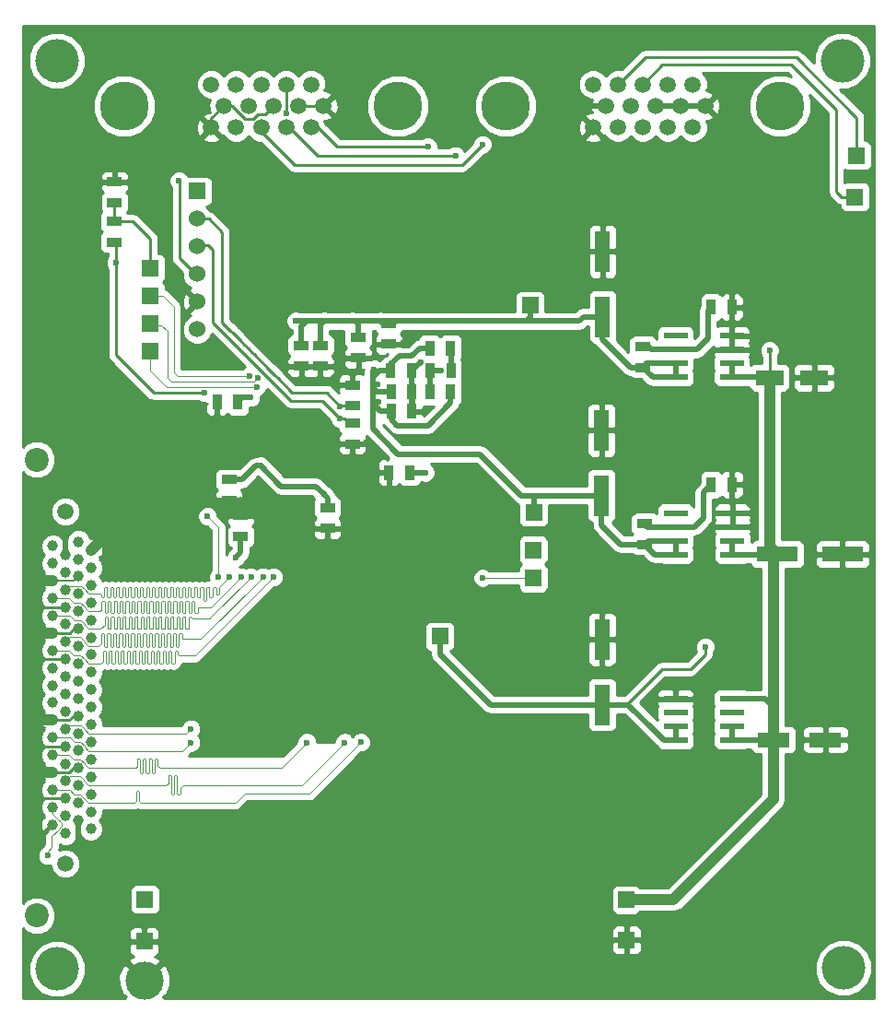
<source format=gbl>
G04 (created by PCBNEW (2013-07-07 BZR 4022)-stable) date 29/07/2014 2:08:38 PM*
%MOIN*%
G04 Gerber Fmt 3.4, Leading zero omitted, Abs format*
%FSLAX34Y34*%
G01*
G70*
G90*
G04 APERTURE LIST*
%ADD10C,0.00590551*%
%ADD11R,0.055X0.035*%
%ADD12R,0.035X0.055*%
%ADD13R,0.06X0.06*%
%ADD14R,0.0866X0.0236*%
%ADD15C,0.0393701*%
%ADD16C,0.0590551*%
%ADD17C,0.0866142*%
%ADD18C,0.06*%
%ADD19C,0.15748*%
%ADD20C,0.137795*%
%ADD21C,0.177165*%
%ADD22R,0.0551X0.1496*%
%ADD23R,0.1496X0.0551*%
%ADD24R,0.1181X0.0551*%
%ADD25R,0.1023X0.0551*%
%ADD26C,0.023622*%
%ADD27C,0.00984252*%
%ADD28C,0.00492126*%
%ADD29C,0.019685*%
%ADD30C,0.0393701*%
%ADD31C,0.008*%
%ADD32C,0.01*%
G04 APERTURE END LIST*
G54D10*
G54D11*
X38259Y-15355D03*
X38259Y-14605D03*
X57468Y-26292D03*
X57468Y-25542D03*
G54D12*
X60630Y-24129D03*
X59880Y-24129D03*
X60626Y-17708D03*
X59876Y-17708D03*
G54D11*
X57401Y-19890D03*
X57401Y-19140D03*
X38279Y-13176D03*
X38279Y-13926D03*
X46889Y-22654D03*
X46889Y-21904D03*
X46889Y-20534D03*
X46889Y-21284D03*
G54D12*
X50449Y-20007D03*
X49699Y-20007D03*
X49691Y-19188D03*
X50441Y-19188D03*
X50445Y-20775D03*
X49695Y-20775D03*
G54D13*
X39374Y-39133D03*
X39358Y-40649D03*
G54D14*
X58583Y-33368D03*
X58583Y-32868D03*
X58583Y-32368D03*
X58583Y-31868D03*
X60629Y-31868D03*
X60629Y-32368D03*
X60629Y-32868D03*
X60629Y-33368D03*
X60633Y-25151D03*
X60633Y-25651D03*
X60633Y-26151D03*
X60633Y-26651D03*
X58587Y-26651D03*
X58587Y-26151D03*
X58587Y-25651D03*
X58587Y-25151D03*
X60629Y-18746D03*
X60629Y-19246D03*
X60629Y-19746D03*
X60629Y-20246D03*
X58583Y-20246D03*
X58583Y-19746D03*
X58583Y-19246D03*
X58583Y-18746D03*
G54D15*
X36043Y-31385D03*
X36043Y-30755D03*
X36043Y-30125D03*
X36043Y-29496D03*
X36043Y-28866D03*
X36043Y-28236D03*
X36043Y-27606D03*
X36043Y-26976D03*
X36043Y-26346D03*
X36043Y-32015D03*
X36043Y-32645D03*
X36043Y-33275D03*
X36043Y-33905D03*
X36043Y-34535D03*
X36043Y-35165D03*
X36043Y-35795D03*
X36043Y-36425D03*
X36496Y-36740D03*
X36496Y-36110D03*
X36496Y-35480D03*
X36496Y-34850D03*
X36496Y-34220D03*
X36496Y-33590D03*
X36496Y-32960D03*
X36496Y-32330D03*
X36496Y-26661D03*
X36496Y-27291D03*
X36496Y-27921D03*
X36496Y-28551D03*
X36496Y-29181D03*
X36496Y-29811D03*
X36496Y-30440D03*
X36496Y-31070D03*
X36496Y-31700D03*
X37421Y-31543D03*
X37421Y-30913D03*
X37421Y-30283D03*
X37421Y-29653D03*
X37421Y-29023D03*
X37421Y-28393D03*
X37421Y-27763D03*
X37421Y-27133D03*
X37421Y-26503D03*
X37421Y-32173D03*
X37421Y-32803D03*
X37421Y-33433D03*
X37421Y-34062D03*
X37421Y-34692D03*
X37421Y-35322D03*
X37421Y-35952D03*
X37421Y-36582D03*
X36968Y-36267D03*
X36968Y-35637D03*
X36968Y-35007D03*
X36968Y-34377D03*
X36968Y-33748D03*
X36968Y-33118D03*
X36968Y-32488D03*
X36968Y-31858D03*
X36968Y-26188D03*
X36968Y-26818D03*
X36968Y-27448D03*
X36968Y-28078D03*
X36968Y-28708D03*
X36968Y-29338D03*
X36968Y-29968D03*
X36968Y-30598D03*
X36968Y-31228D03*
G54D16*
X36496Y-25098D03*
G54D17*
X35464Y-23220D03*
X35464Y-39716D03*
G54D16*
X36496Y-37834D03*
G54D13*
X56799Y-39137D03*
X56811Y-40598D03*
X65074Y-13728D03*
X53452Y-25129D03*
X53326Y-17645D03*
X53433Y-26496D03*
X53433Y-27507D03*
X50051Y-29610D03*
X39578Y-18307D03*
X39578Y-17307D03*
X39578Y-16307D03*
X39578Y-19311D03*
X65141Y-12232D03*
X41271Y-13515D03*
G54D18*
X41271Y-14515D03*
X41271Y-15515D03*
X41271Y-16515D03*
X41271Y-17515D03*
X41271Y-18515D03*
G54D11*
X45988Y-24951D03*
X45988Y-25701D03*
G54D12*
X48282Y-20763D03*
X49032Y-20763D03*
X48282Y-21484D03*
X49032Y-21484D03*
X42733Y-21137D03*
X41983Y-21137D03*
X48961Y-23688D03*
X48211Y-23688D03*
G54D11*
X42846Y-26000D03*
X42846Y-25250D03*
G54D12*
X48274Y-20007D03*
X49024Y-20007D03*
G54D11*
X47098Y-18794D03*
X47098Y-19544D03*
X45724Y-19093D03*
X45724Y-19843D03*
X45039Y-19097D03*
X45039Y-19847D03*
X48208Y-18294D03*
X48208Y-19044D03*
X42421Y-23943D03*
X42421Y-24693D03*
G54D19*
X36188Y-8791D03*
X64622Y-8791D03*
X36200Y-41641D03*
X64661Y-41598D03*
G54D20*
X39354Y-42051D03*
G54D16*
X45836Y-10433D03*
X44935Y-10433D03*
X44033Y-10433D03*
X43131Y-10433D03*
X42230Y-10433D03*
X45385Y-11212D03*
X44484Y-11212D03*
X43582Y-11212D03*
X42681Y-11212D03*
X41779Y-11212D03*
X45385Y-9653D03*
X44484Y-9653D03*
X43582Y-9653D03*
X42681Y-9653D03*
X41779Y-9653D03*
G54D21*
X38624Y-10433D03*
X48541Y-10433D03*
G54D16*
X59655Y-10433D03*
X58753Y-10433D03*
X57852Y-10433D03*
X56950Y-10433D03*
X56049Y-10433D03*
X59204Y-11212D03*
X58303Y-11212D03*
X57401Y-11212D03*
X56500Y-11212D03*
X55598Y-11212D03*
X59204Y-9653D03*
X58303Y-9653D03*
X57401Y-9653D03*
X56500Y-9653D03*
X55598Y-9653D03*
G54D21*
X52442Y-10433D03*
X62360Y-10433D03*
G54D22*
X55929Y-32086D03*
X55929Y-29724D03*
G54D23*
X62267Y-26641D03*
X64629Y-26641D03*
G54D22*
X55901Y-24523D03*
X55901Y-22161D03*
X55944Y-18055D03*
X55944Y-15693D03*
G54D24*
X62126Y-33354D03*
X64014Y-33354D03*
G54D25*
X61984Y-20259D03*
X63598Y-20259D03*
G54D26*
X51598Y-11822D03*
X47188Y-33448D03*
X46606Y-33452D03*
X45240Y-33452D03*
X46444Y-21287D03*
X46444Y-21744D03*
X43429Y-20586D03*
X50622Y-12228D03*
X41039Y-33452D03*
X41039Y-32960D03*
X44043Y-27464D03*
X43653Y-27460D03*
X43220Y-27464D03*
X42862Y-27468D03*
X42433Y-27464D03*
X43149Y-20208D03*
X47480Y-23366D03*
X42066Y-25181D03*
X45346Y-20362D03*
X42925Y-14877D03*
X49358Y-19696D03*
X61338Y-15681D03*
X37681Y-16858D03*
X56925Y-27405D03*
X49622Y-21444D03*
X47409Y-22606D03*
X43169Y-16677D03*
X46114Y-26216D03*
X41405Y-21232D03*
X45968Y-15598D03*
X44196Y-15602D03*
X48740Y-19011D03*
X46370Y-19759D03*
X44322Y-19783D03*
X38318Y-16106D03*
X41539Y-20811D03*
X59661Y-29988D03*
X43562Y-23444D03*
X49535Y-23692D03*
X45854Y-24484D03*
X43212Y-20980D03*
X35850Y-37543D03*
X51598Y-27500D03*
X44492Y-10696D03*
X61984Y-19263D03*
X40614Y-13141D03*
X47677Y-19952D03*
X47818Y-21122D03*
X47811Y-20488D03*
X42673Y-26755D03*
X47901Y-18212D03*
X46881Y-18208D03*
X45854Y-18204D03*
X44834Y-18208D03*
X49618Y-11909D03*
X41645Y-25275D03*
X42043Y-27464D03*
X43464Y-20279D03*
X50082Y-20007D03*
G54D27*
X49629Y-12570D02*
X50850Y-12570D01*
X43582Y-11362D02*
X44791Y-12570D01*
X44791Y-12570D02*
X49629Y-12570D01*
G54D28*
X43582Y-11212D02*
X43582Y-11362D01*
G54D27*
X50850Y-12570D02*
X51598Y-11822D01*
G54D28*
X38956Y-35633D02*
X38982Y-35633D01*
X47188Y-33448D02*
X45338Y-35299D01*
X45338Y-35299D02*
X42984Y-35299D01*
X42984Y-35299D02*
X42649Y-35633D01*
X42649Y-35633D02*
X39625Y-35633D01*
X39236Y-35633D02*
X39625Y-35633D01*
X39163Y-35561D02*
X39236Y-35633D01*
X39163Y-35226D02*
X39163Y-35561D01*
X39133Y-35196D02*
X39163Y-35226D01*
X39084Y-35196D02*
X39133Y-35196D01*
X39055Y-35226D02*
X39084Y-35196D01*
X39055Y-35561D02*
X39055Y-35226D01*
X38982Y-35633D02*
X39055Y-35561D01*
X36661Y-35165D02*
X36814Y-35318D01*
X36814Y-35318D02*
X37035Y-35318D01*
X37035Y-35318D02*
X37204Y-35488D01*
X37204Y-35488D02*
X37204Y-35496D01*
X37204Y-35496D02*
X37342Y-35633D01*
X37342Y-35633D02*
X37574Y-35633D01*
X36661Y-35165D02*
X36043Y-35165D01*
X38956Y-35633D02*
X38956Y-35633D01*
X38956Y-35633D02*
X37574Y-35633D01*
X40649Y-35108D02*
X40750Y-35007D01*
X40216Y-34665D02*
X40246Y-34635D01*
X40246Y-34635D02*
X40295Y-34635D01*
X40295Y-34635D02*
X40324Y-34665D01*
X40324Y-34665D02*
X40324Y-35314D01*
X40324Y-35314D02*
X40354Y-35344D01*
X40354Y-35344D02*
X40403Y-35344D01*
X40403Y-35344D02*
X40433Y-35314D01*
X40433Y-35314D02*
X40433Y-34665D01*
X40433Y-34665D02*
X40462Y-34635D01*
X40462Y-34635D02*
X40511Y-34635D01*
X40511Y-34635D02*
X40541Y-34665D01*
X40541Y-34665D02*
X40541Y-35305D01*
X40541Y-35305D02*
X40570Y-35334D01*
X40570Y-35334D02*
X40620Y-35334D01*
X40620Y-35334D02*
X40649Y-35305D01*
X40649Y-35305D02*
X40649Y-35108D01*
X45051Y-35007D02*
X41269Y-35007D01*
X46606Y-33452D02*
X45051Y-35007D01*
X40750Y-35007D02*
X41269Y-35007D01*
X40216Y-34665D02*
X40216Y-34921D01*
X40129Y-35007D02*
X40216Y-34921D01*
X40216Y-34921D02*
X40206Y-34931D01*
X40129Y-35007D02*
X40098Y-35007D01*
X36673Y-34673D02*
X36496Y-34850D01*
X37031Y-34673D02*
X36673Y-34673D01*
X37173Y-34814D02*
X37031Y-34673D01*
X37173Y-34826D02*
X37173Y-34814D01*
X37200Y-34854D02*
X37173Y-34826D01*
X37200Y-34866D02*
X37200Y-34854D01*
X37342Y-35007D02*
X37200Y-34866D01*
X40108Y-35007D02*
X40098Y-35007D01*
X40098Y-35007D02*
X37342Y-35007D01*
X39734Y-34173D02*
X39734Y-34064D01*
X39842Y-34285D02*
X39931Y-34374D01*
X45240Y-33452D02*
X44318Y-34374D01*
X44318Y-34374D02*
X40846Y-34374D01*
X39931Y-34374D02*
X40846Y-34374D01*
X39734Y-34173D02*
X39734Y-34409D01*
X39842Y-34055D02*
X39842Y-34285D01*
X39812Y-34025D02*
X39842Y-34055D01*
X39763Y-34025D02*
X39812Y-34025D01*
X39734Y-34055D02*
X39763Y-34025D01*
X39734Y-34064D02*
X39734Y-34055D01*
X39005Y-34374D02*
X39041Y-34374D01*
X39005Y-34374D02*
X37338Y-34374D01*
X37338Y-34374D02*
X37204Y-34240D01*
X37204Y-34240D02*
X37204Y-34232D01*
X37204Y-34232D02*
X37192Y-34220D01*
X37192Y-34220D02*
X37192Y-34212D01*
X37192Y-34212D02*
X37039Y-34059D01*
X37039Y-34059D02*
X36783Y-34059D01*
X36043Y-33905D02*
X36629Y-33905D01*
X36783Y-34059D02*
X36629Y-33905D01*
X39734Y-34547D02*
X39734Y-34409D01*
X39734Y-34409D02*
X39734Y-34419D01*
X39704Y-34576D02*
X39734Y-34547D01*
X39655Y-34576D02*
X39704Y-34576D01*
X39625Y-34547D02*
X39655Y-34576D01*
X39625Y-34055D02*
X39625Y-34547D01*
X39596Y-34025D02*
X39625Y-34055D01*
X39547Y-34025D02*
X39596Y-34025D01*
X39517Y-34055D02*
X39547Y-34025D01*
X39517Y-34547D02*
X39517Y-34055D01*
X39488Y-34576D02*
X39517Y-34547D01*
X39438Y-34576D02*
X39488Y-34576D01*
X39409Y-34547D02*
X39438Y-34576D01*
X39409Y-34055D02*
X39409Y-34547D01*
X39379Y-34025D02*
X39409Y-34055D01*
X39330Y-34025D02*
X39379Y-34025D01*
X39301Y-34055D02*
X39330Y-34025D01*
X39301Y-34547D02*
X39301Y-34055D01*
X39271Y-34576D02*
X39301Y-34547D01*
X39222Y-34576D02*
X39271Y-34576D01*
X39192Y-34547D02*
X39222Y-34576D01*
X39192Y-34055D02*
X39192Y-34547D01*
X39163Y-34025D02*
X39192Y-34055D01*
X39114Y-34025D02*
X39163Y-34025D01*
X39084Y-34055D02*
X39114Y-34025D01*
X39084Y-34330D02*
X39084Y-34055D01*
X39041Y-34374D02*
X39084Y-34330D01*
G54D27*
X44708Y-20791D02*
X44700Y-20791D01*
X45799Y-20791D02*
X45948Y-20791D01*
X45799Y-20791D02*
X44708Y-20791D01*
X46444Y-21287D02*
X45948Y-20791D01*
X44700Y-20791D02*
X44629Y-20720D01*
X42181Y-18263D02*
X42370Y-18452D01*
X42370Y-18452D02*
X42476Y-18559D01*
X42476Y-18559D02*
X42555Y-18637D01*
X42555Y-18637D02*
X42555Y-18645D01*
X42555Y-18645D02*
X42818Y-18909D01*
X42818Y-18909D02*
X42968Y-19059D01*
X42968Y-19059D02*
X43118Y-19208D01*
X43118Y-19208D02*
X43236Y-19326D01*
X43236Y-19326D02*
X43322Y-19413D01*
X43322Y-19413D02*
X43870Y-19960D01*
X43870Y-19960D02*
X44070Y-20161D01*
X44070Y-20161D02*
X44192Y-20283D01*
X44192Y-20283D02*
X44629Y-20720D01*
X42181Y-18263D02*
X42181Y-15000D01*
X42181Y-15000D02*
X41696Y-14515D01*
X41696Y-14515D02*
X41271Y-14515D01*
X44629Y-20720D02*
X44661Y-20751D01*
X46447Y-21284D02*
X46889Y-21284D01*
X46444Y-21287D02*
X46447Y-21284D01*
X41834Y-18275D02*
X44649Y-21090D01*
X46440Y-21744D02*
X45787Y-21090D01*
X45787Y-21090D02*
X44649Y-21090D01*
X41834Y-18275D02*
X41834Y-15622D01*
X41834Y-15622D02*
X41665Y-15452D01*
X41665Y-15452D02*
X41334Y-15452D01*
X41271Y-15515D02*
X41334Y-15452D01*
X46440Y-21744D02*
X46444Y-21744D01*
X46762Y-21904D02*
X46889Y-21904D01*
X46602Y-21744D02*
X46762Y-21904D01*
X46444Y-21744D02*
X46602Y-21744D01*
G54D28*
X43429Y-20586D02*
X43019Y-20586D01*
X43019Y-20586D02*
X42996Y-20586D01*
X39578Y-19988D02*
X39578Y-19311D01*
X40181Y-20590D02*
X39578Y-19988D01*
X41555Y-20590D02*
X40181Y-20590D01*
X41559Y-20586D02*
X41555Y-20590D01*
X42996Y-20586D02*
X41559Y-20586D01*
G54D27*
X49625Y-12244D02*
X50606Y-12244D01*
X44614Y-11212D02*
X45641Y-12240D01*
X45641Y-12240D02*
X49622Y-12240D01*
G54D28*
X49622Y-12240D02*
X49625Y-12244D01*
X44484Y-11212D02*
X44614Y-11212D01*
X50606Y-12244D02*
X50622Y-12228D01*
X40740Y-33751D02*
X41039Y-33452D01*
X36661Y-33275D02*
X36043Y-33275D01*
X36822Y-33437D02*
X36661Y-33275D01*
X37047Y-33437D02*
X36822Y-33437D01*
X37188Y-33578D02*
X37047Y-33437D01*
X37188Y-33586D02*
X37188Y-33578D01*
X37208Y-33606D02*
X37188Y-33586D01*
X37208Y-33614D02*
X37208Y-33606D01*
X37346Y-33751D02*
X37208Y-33614D01*
X40586Y-33751D02*
X37346Y-33751D01*
X40586Y-33751D02*
X40740Y-33751D01*
X40881Y-33118D02*
X41039Y-32960D01*
X36633Y-32822D02*
X36496Y-32960D01*
X37066Y-32822D02*
X36633Y-32822D01*
X37173Y-32929D02*
X37066Y-32822D01*
X37173Y-32937D02*
X37173Y-32929D01*
X37196Y-32960D02*
X37173Y-32937D01*
X37196Y-32968D02*
X37196Y-32960D01*
X37346Y-33118D02*
X37196Y-32968D01*
X40692Y-33118D02*
X37346Y-33118D01*
X40692Y-33118D02*
X40881Y-33118D01*
X40452Y-30364D02*
X40452Y-30157D01*
X40561Y-30275D02*
X40602Y-30316D01*
X40561Y-30157D02*
X40561Y-30275D01*
X40531Y-30127D02*
X40561Y-30157D01*
X40482Y-30127D02*
X40531Y-30127D01*
X40452Y-30157D02*
X40482Y-30127D01*
X40452Y-30561D02*
X40452Y-30364D01*
X40452Y-30364D02*
X40452Y-30374D01*
X40602Y-30316D02*
X41190Y-30316D01*
X44043Y-27464D02*
X41190Y-30316D01*
X37777Y-30598D02*
X37854Y-30521D01*
X37854Y-30521D02*
X37854Y-30157D01*
X37854Y-30157D02*
X37883Y-30127D01*
X37883Y-30127D02*
X37933Y-30127D01*
X37933Y-30127D02*
X37962Y-30157D01*
X37962Y-30157D02*
X37962Y-30561D01*
X37962Y-30561D02*
X37992Y-30590D01*
X37992Y-30590D02*
X38041Y-30590D01*
X38041Y-30590D02*
X38070Y-30561D01*
X38070Y-30561D02*
X38070Y-30157D01*
X38070Y-30157D02*
X38100Y-30127D01*
X38100Y-30127D02*
X38149Y-30127D01*
X38149Y-30127D02*
X38179Y-30157D01*
X38179Y-30157D02*
X38179Y-30561D01*
X38179Y-30561D02*
X38208Y-30590D01*
X38208Y-30590D02*
X38257Y-30590D01*
X38257Y-30590D02*
X38287Y-30561D01*
X38287Y-30561D02*
X38287Y-30157D01*
X38287Y-30157D02*
X38316Y-30127D01*
X38316Y-30127D02*
X38366Y-30127D01*
X38366Y-30127D02*
X38395Y-30157D01*
X38395Y-30157D02*
X38395Y-30561D01*
X38395Y-30561D02*
X38425Y-30590D01*
X38425Y-30590D02*
X38474Y-30590D01*
X38474Y-30590D02*
X38503Y-30561D01*
X38503Y-30561D02*
X38503Y-30157D01*
X38503Y-30157D02*
X38533Y-30127D01*
X38533Y-30127D02*
X38582Y-30127D01*
X38582Y-30127D02*
X38612Y-30157D01*
X38612Y-30157D02*
X38612Y-30561D01*
X38612Y-30561D02*
X38641Y-30590D01*
X38641Y-30590D02*
X38690Y-30590D01*
X38690Y-30590D02*
X38720Y-30561D01*
X38720Y-30561D02*
X38720Y-30157D01*
X38720Y-30157D02*
X38750Y-30127D01*
X38750Y-30127D02*
X38799Y-30127D01*
X38799Y-30127D02*
X38828Y-30157D01*
X38828Y-30157D02*
X38828Y-30561D01*
X38828Y-30561D02*
X38858Y-30590D01*
X38858Y-30590D02*
X38907Y-30590D01*
X38907Y-30590D02*
X38937Y-30561D01*
X38937Y-30561D02*
X38937Y-30157D01*
X38937Y-30157D02*
X38966Y-30127D01*
X38966Y-30127D02*
X39015Y-30127D01*
X39015Y-30127D02*
X39045Y-30157D01*
X39045Y-30157D02*
X39045Y-30561D01*
X39045Y-30561D02*
X39074Y-30590D01*
X39074Y-30590D02*
X39124Y-30590D01*
X39124Y-30590D02*
X39153Y-30561D01*
X39153Y-30561D02*
X39153Y-30157D01*
X39153Y-30157D02*
X39183Y-30127D01*
X39183Y-30127D02*
X39232Y-30127D01*
X39232Y-30127D02*
X39261Y-30157D01*
X39261Y-30157D02*
X39261Y-30561D01*
X39261Y-30561D02*
X39291Y-30590D01*
X39291Y-30590D02*
X39340Y-30590D01*
X39340Y-30590D02*
X39370Y-30561D01*
X39370Y-30561D02*
X39370Y-30157D01*
X39370Y-30157D02*
X39399Y-30127D01*
X39399Y-30127D02*
X39448Y-30127D01*
X39448Y-30127D02*
X39478Y-30157D01*
X39478Y-30157D02*
X39478Y-30561D01*
X39478Y-30561D02*
X39507Y-30590D01*
X39507Y-30590D02*
X39557Y-30590D01*
X39557Y-30590D02*
X39586Y-30561D01*
X39586Y-30561D02*
X39586Y-30157D01*
X39586Y-30157D02*
X39616Y-30127D01*
X39616Y-30127D02*
X39665Y-30127D01*
X39665Y-30127D02*
X39694Y-30157D01*
X39694Y-30157D02*
X39694Y-30561D01*
X39694Y-30561D02*
X39724Y-30590D01*
X39724Y-30590D02*
X39773Y-30590D01*
X39773Y-30590D02*
X39803Y-30561D01*
X39803Y-30561D02*
X39803Y-30157D01*
X39803Y-30157D02*
X39832Y-30127D01*
X39832Y-30127D02*
X39881Y-30127D01*
X39881Y-30127D02*
X39911Y-30157D01*
X39911Y-30157D02*
X39911Y-30561D01*
X39911Y-30561D02*
X39940Y-30590D01*
X39940Y-30590D02*
X39990Y-30590D01*
X39990Y-30590D02*
X40019Y-30561D01*
X40019Y-30561D02*
X40019Y-30157D01*
X40019Y-30157D02*
X40049Y-30127D01*
X40049Y-30127D02*
X40098Y-30127D01*
X40098Y-30127D02*
X40127Y-30157D01*
X40127Y-30157D02*
X40127Y-30561D01*
X40127Y-30561D02*
X40157Y-30590D01*
X40157Y-30590D02*
X40206Y-30590D01*
X40206Y-30590D02*
X40236Y-30561D01*
X40236Y-30561D02*
X40236Y-30157D01*
X40236Y-30157D02*
X40265Y-30127D01*
X40265Y-30127D02*
X40314Y-30127D01*
X40314Y-30127D02*
X40344Y-30157D01*
X40344Y-30157D02*
X40344Y-30561D01*
X40344Y-30561D02*
X40374Y-30590D01*
X40374Y-30590D02*
X40423Y-30590D01*
X40423Y-30590D02*
X40452Y-30561D01*
X37777Y-30598D02*
X37746Y-30598D01*
X36625Y-30125D02*
X36043Y-30125D01*
X36791Y-30291D02*
X36625Y-30125D01*
X37047Y-30291D02*
X36791Y-30291D01*
X37188Y-30433D02*
X37047Y-30291D01*
X37188Y-30440D02*
X37188Y-30433D01*
X37346Y-30598D02*
X37188Y-30440D01*
X37755Y-30598D02*
X37746Y-30598D01*
X37746Y-30598D02*
X37346Y-30598D01*
X40718Y-29547D02*
X40718Y-29685D01*
X39744Y-29547D02*
X39773Y-29517D01*
X39773Y-29517D02*
X39822Y-29517D01*
X39822Y-29517D02*
X39852Y-29547D01*
X39852Y-29547D02*
X39852Y-29960D01*
X39852Y-29960D02*
X39881Y-29990D01*
X39881Y-29990D02*
X39931Y-29990D01*
X39931Y-29990D02*
X39960Y-29960D01*
X39960Y-29960D02*
X39960Y-29547D01*
X39960Y-29547D02*
X39990Y-29517D01*
X39990Y-29517D02*
X40039Y-29517D01*
X40039Y-29517D02*
X40068Y-29547D01*
X40068Y-29547D02*
X40068Y-29960D01*
X40068Y-29960D02*
X40098Y-29990D01*
X40098Y-29990D02*
X40147Y-29990D01*
X40147Y-29990D02*
X40177Y-29960D01*
X40177Y-29960D02*
X40177Y-29547D01*
X40177Y-29547D02*
X40206Y-29517D01*
X40206Y-29517D02*
X40255Y-29517D01*
X40255Y-29517D02*
X40285Y-29547D01*
X40285Y-29547D02*
X40285Y-29960D01*
X40285Y-29960D02*
X40314Y-29990D01*
X40314Y-29990D02*
X40364Y-29990D01*
X40364Y-29990D02*
X40393Y-29960D01*
X40393Y-29960D02*
X40393Y-29547D01*
X40393Y-29547D02*
X40423Y-29517D01*
X40423Y-29517D02*
X40472Y-29517D01*
X40472Y-29517D02*
X40501Y-29547D01*
X40501Y-29547D02*
X40501Y-29960D01*
X40501Y-29960D02*
X40531Y-29990D01*
X40531Y-29990D02*
X40580Y-29990D01*
X40580Y-29990D02*
X40610Y-29960D01*
X40610Y-29960D02*
X40610Y-29547D01*
X40610Y-29547D02*
X40639Y-29517D01*
X40639Y-29517D02*
X40688Y-29517D01*
X40688Y-29517D02*
X40718Y-29547D01*
X39606Y-29517D02*
X39635Y-29547D01*
X37677Y-29972D02*
X37704Y-29972D01*
X37677Y-29972D02*
X37346Y-29972D01*
X37346Y-29972D02*
X37200Y-29826D01*
X37200Y-29826D02*
X37200Y-29814D01*
X37200Y-29814D02*
X37169Y-29783D01*
X37169Y-29783D02*
X37169Y-29779D01*
X37169Y-29779D02*
X37039Y-29649D01*
X37039Y-29649D02*
X36657Y-29649D01*
X36496Y-29811D02*
X36657Y-29649D01*
X39714Y-29990D02*
X39744Y-29960D01*
X39665Y-29990D02*
X39714Y-29990D01*
X39635Y-29960D02*
X39665Y-29990D01*
X39635Y-29547D02*
X39635Y-29960D01*
X39557Y-29517D02*
X39606Y-29517D01*
X39527Y-29547D02*
X39557Y-29517D01*
X39527Y-29960D02*
X39527Y-29547D01*
X39498Y-29990D02*
X39527Y-29960D01*
X39448Y-29990D02*
X39498Y-29990D01*
X39419Y-29960D02*
X39448Y-29990D01*
X39419Y-29547D02*
X39419Y-29960D01*
X39389Y-29517D02*
X39419Y-29547D01*
X39340Y-29517D02*
X39389Y-29517D01*
X39311Y-29547D02*
X39340Y-29517D01*
X39281Y-29990D02*
X39311Y-29960D01*
X39232Y-29990D02*
X39281Y-29990D01*
X39202Y-29960D02*
X39232Y-29990D01*
X39202Y-29547D02*
X39202Y-29960D01*
X39173Y-29517D02*
X39202Y-29547D01*
X39124Y-29517D02*
X39173Y-29517D01*
X39094Y-29547D02*
X39124Y-29517D01*
X39094Y-29960D02*
X39094Y-29547D01*
X39064Y-29990D02*
X39094Y-29960D01*
X39015Y-29990D02*
X39064Y-29990D01*
X38986Y-29960D02*
X39015Y-29990D01*
X38986Y-29547D02*
X38986Y-29960D01*
X38956Y-29517D02*
X38986Y-29547D01*
X38907Y-29517D02*
X38956Y-29517D01*
X38877Y-29547D02*
X38907Y-29517D01*
X38877Y-29960D02*
X38877Y-29547D01*
X38848Y-29990D02*
X38877Y-29960D01*
X38799Y-29990D02*
X38848Y-29990D01*
X38769Y-29960D02*
X38799Y-29990D01*
X38769Y-29547D02*
X38769Y-29960D01*
X38740Y-29517D02*
X38769Y-29547D01*
X38690Y-29517D02*
X38740Y-29517D01*
X38661Y-29547D02*
X38690Y-29517D01*
X38661Y-29960D02*
X38661Y-29547D01*
X38631Y-29990D02*
X38661Y-29960D01*
X38582Y-29990D02*
X38631Y-29990D01*
X38553Y-29960D02*
X38582Y-29990D01*
X38553Y-29547D02*
X38553Y-29960D01*
X38523Y-29517D02*
X38553Y-29547D01*
X38474Y-29517D02*
X38523Y-29517D01*
X38444Y-29547D02*
X38474Y-29517D01*
X38444Y-29960D02*
X38444Y-29547D01*
X38415Y-29990D02*
X38444Y-29960D01*
X38366Y-29990D02*
X38415Y-29990D01*
X38336Y-29960D02*
X38366Y-29990D01*
X38336Y-29547D02*
X38336Y-29960D01*
X38307Y-29517D02*
X38336Y-29547D01*
X38257Y-29517D02*
X38307Y-29517D01*
X38228Y-29547D02*
X38257Y-29517D01*
X38228Y-29960D02*
X38228Y-29547D01*
X38198Y-29990D02*
X38228Y-29960D01*
X38149Y-29990D02*
X38198Y-29990D01*
X38120Y-29960D02*
X38149Y-29990D01*
X38120Y-29970D02*
X38120Y-29960D01*
X38120Y-29547D02*
X38120Y-29970D01*
X38090Y-29517D02*
X38120Y-29547D01*
X38041Y-29517D02*
X38090Y-29517D01*
X38011Y-29547D02*
X38041Y-29517D01*
X38011Y-29960D02*
X38011Y-29547D01*
X37982Y-29990D02*
X38011Y-29960D01*
X37933Y-29990D02*
X37982Y-29990D01*
X37903Y-29960D02*
X37933Y-29990D01*
X37903Y-29547D02*
X37903Y-29960D01*
X37874Y-29517D02*
X37903Y-29547D01*
X37864Y-29517D02*
X37874Y-29517D01*
X37824Y-29517D02*
X37864Y-29517D01*
X37795Y-29547D02*
X37824Y-29517D01*
X37795Y-29881D02*
X37795Y-29547D01*
X37704Y-29972D02*
X37795Y-29881D01*
X39311Y-29960D02*
X39311Y-29547D01*
X39744Y-29960D02*
X39744Y-29547D01*
X43653Y-27460D02*
X41407Y-29706D01*
X40740Y-29706D02*
X41407Y-29706D01*
X40718Y-29685D02*
X40740Y-29706D01*
X41289Y-28956D02*
X41082Y-28956D01*
X38897Y-29320D02*
X38927Y-29350D01*
X38927Y-29350D02*
X38976Y-29350D01*
X38976Y-29350D02*
X39005Y-29320D01*
X39005Y-29320D02*
X39005Y-28937D01*
X39005Y-28937D02*
X39035Y-28907D01*
X39035Y-28907D02*
X39084Y-28907D01*
X39084Y-28907D02*
X39114Y-28937D01*
X39114Y-28937D02*
X39114Y-29320D01*
X39114Y-29320D02*
X39143Y-29350D01*
X39143Y-29350D02*
X39192Y-29350D01*
X39192Y-29350D02*
X39222Y-29320D01*
X39222Y-29320D02*
X39222Y-28937D01*
X39222Y-28937D02*
X39251Y-28907D01*
X39251Y-28907D02*
X39301Y-28907D01*
X39301Y-28907D02*
X39330Y-28937D01*
X39330Y-28937D02*
X39330Y-29320D01*
X39330Y-29320D02*
X39360Y-29350D01*
X39360Y-29350D02*
X39409Y-29350D01*
X39409Y-29350D02*
X39438Y-29320D01*
X39438Y-29320D02*
X39438Y-28937D01*
X39438Y-28937D02*
X39468Y-28907D01*
X39468Y-28907D02*
X39517Y-28907D01*
X39517Y-28907D02*
X39547Y-28937D01*
X39547Y-28937D02*
X39547Y-29320D01*
X39547Y-29320D02*
X39576Y-29350D01*
X39576Y-29350D02*
X39625Y-29350D01*
X39625Y-29350D02*
X39655Y-29320D01*
X39655Y-29320D02*
X39655Y-28937D01*
X39655Y-28937D02*
X39685Y-28907D01*
X39685Y-28907D02*
X39734Y-28907D01*
X39734Y-28907D02*
X39763Y-28937D01*
X39763Y-28937D02*
X39763Y-29320D01*
X39763Y-29320D02*
X39793Y-29350D01*
X39793Y-29350D02*
X39842Y-29350D01*
X39842Y-29350D02*
X39872Y-29320D01*
X39872Y-29320D02*
X39872Y-28937D01*
X39872Y-28937D02*
X39901Y-28907D01*
X39901Y-28907D02*
X39950Y-28907D01*
X39950Y-28907D02*
X39980Y-28937D01*
X39980Y-28937D02*
X39980Y-29320D01*
X39980Y-29320D02*
X40009Y-29350D01*
X40009Y-29350D02*
X40059Y-29350D01*
X40059Y-29350D02*
X40088Y-29320D01*
X40088Y-29320D02*
X40088Y-28937D01*
X40088Y-28937D02*
X40118Y-28907D01*
X40118Y-28907D02*
X40167Y-28907D01*
X40167Y-28907D02*
X40196Y-28937D01*
X40196Y-28937D02*
X40196Y-29320D01*
X40196Y-29320D02*
X40226Y-29350D01*
X40226Y-29350D02*
X40275Y-29350D01*
X40275Y-29350D02*
X40305Y-29320D01*
X40305Y-29320D02*
X40305Y-28937D01*
X40305Y-28937D02*
X40334Y-28907D01*
X40334Y-28907D02*
X40383Y-28907D01*
X40383Y-28907D02*
X40413Y-28937D01*
X40413Y-28937D02*
X40413Y-29320D01*
X40413Y-29320D02*
X40442Y-29350D01*
X40442Y-29350D02*
X40492Y-29350D01*
X40492Y-29350D02*
X40521Y-29320D01*
X40521Y-29320D02*
X40521Y-28937D01*
X40521Y-28937D02*
X40551Y-28907D01*
X40551Y-28907D02*
X40600Y-28907D01*
X40600Y-28907D02*
X40629Y-28937D01*
X40629Y-28937D02*
X40629Y-29320D01*
X40629Y-29320D02*
X40659Y-29350D01*
X40659Y-29350D02*
X40708Y-29350D01*
X40708Y-29350D02*
X40738Y-29320D01*
X40738Y-29320D02*
X40738Y-28937D01*
X40738Y-28937D02*
X40767Y-28907D01*
X40767Y-28907D02*
X40816Y-28907D01*
X40816Y-28907D02*
X40846Y-28937D01*
X40846Y-28937D02*
X40846Y-29320D01*
X40846Y-29320D02*
X40875Y-29350D01*
X40875Y-29350D02*
X40925Y-29350D01*
X40925Y-29350D02*
X40954Y-29320D01*
X40954Y-29320D02*
X40954Y-28937D01*
X40954Y-28937D02*
X40984Y-28907D01*
X40984Y-28907D02*
X41033Y-28907D01*
X41033Y-28907D02*
X41062Y-28937D01*
X37765Y-29338D02*
X37777Y-29338D01*
X37765Y-29338D02*
X37342Y-29338D01*
X37342Y-29338D02*
X37208Y-29204D01*
X37208Y-29204D02*
X37208Y-29196D01*
X37208Y-29196D02*
X37185Y-29173D01*
X37185Y-29173D02*
X37185Y-29165D01*
X37185Y-29165D02*
X37051Y-29031D01*
X37051Y-29031D02*
X36834Y-29031D01*
X36834Y-29031D02*
X36669Y-28866D01*
X36043Y-28866D02*
X36669Y-28866D01*
X38868Y-28907D02*
X38897Y-28937D01*
X38818Y-28907D02*
X38868Y-28907D01*
X38789Y-28937D02*
X38818Y-28907D01*
X38789Y-29320D02*
X38789Y-28937D01*
X38759Y-29350D02*
X38789Y-29320D01*
X38710Y-29350D02*
X38759Y-29350D01*
X38681Y-29320D02*
X38710Y-29350D01*
X38681Y-28937D02*
X38681Y-29320D01*
X38651Y-28907D02*
X38681Y-28937D01*
X38602Y-28907D02*
X38651Y-28907D01*
X38572Y-28937D02*
X38602Y-28907D01*
X38572Y-29320D02*
X38572Y-28937D01*
X38543Y-29350D02*
X38572Y-29320D01*
X38494Y-29350D02*
X38543Y-29350D01*
X38464Y-29320D02*
X38494Y-29350D01*
X38464Y-28937D02*
X38464Y-29320D01*
X38435Y-28907D02*
X38464Y-28937D01*
X38385Y-28907D02*
X38435Y-28907D01*
X38356Y-28937D02*
X38385Y-28907D01*
X38356Y-29320D02*
X38356Y-28937D01*
X38326Y-29350D02*
X38356Y-29320D01*
X38277Y-29350D02*
X38326Y-29350D01*
X38248Y-29320D02*
X38277Y-29350D01*
X38248Y-28937D02*
X38248Y-29320D01*
X38218Y-28907D02*
X38248Y-28937D01*
X38169Y-28907D02*
X38218Y-28907D01*
X38139Y-28937D02*
X38169Y-28907D01*
X38139Y-29320D02*
X38139Y-28937D01*
X38110Y-29350D02*
X38139Y-29320D01*
X38061Y-29350D02*
X38110Y-29350D01*
X38031Y-29320D02*
X38061Y-29350D01*
X38031Y-28937D02*
X38031Y-29320D01*
X38001Y-28907D02*
X38031Y-28937D01*
X37952Y-28907D02*
X38001Y-28907D01*
X37923Y-28937D02*
X37952Y-28907D01*
X37923Y-29192D02*
X37923Y-28937D01*
X37777Y-29338D02*
X37923Y-29192D01*
X38897Y-28937D02*
X38897Y-29320D01*
X41289Y-28956D02*
X41728Y-28956D01*
X43220Y-27464D02*
X41742Y-28942D01*
X41728Y-28956D02*
X41742Y-28942D01*
X41082Y-28956D02*
X41062Y-28937D01*
X41289Y-28720D02*
X41289Y-28582D01*
X37923Y-28375D02*
X37923Y-28730D01*
X37923Y-28730D02*
X37952Y-28759D01*
X37952Y-28759D02*
X38001Y-28759D01*
X38001Y-28759D02*
X38031Y-28730D01*
X38031Y-28730D02*
X38031Y-28375D01*
X38031Y-28375D02*
X38061Y-28346D01*
X38061Y-28346D02*
X38110Y-28346D01*
X38110Y-28346D02*
X38139Y-28375D01*
X38139Y-28375D02*
X38139Y-28730D01*
X38139Y-28730D02*
X38169Y-28759D01*
X38169Y-28759D02*
X38218Y-28759D01*
X38218Y-28759D02*
X38248Y-28730D01*
X38248Y-28730D02*
X38248Y-28375D01*
X38248Y-28375D02*
X38277Y-28346D01*
X38277Y-28346D02*
X38326Y-28346D01*
X38326Y-28346D02*
X38356Y-28375D01*
X38356Y-28375D02*
X38356Y-28730D01*
X38356Y-28730D02*
X38385Y-28759D01*
X38385Y-28759D02*
X38435Y-28759D01*
X38435Y-28759D02*
X38464Y-28730D01*
X38464Y-28730D02*
X38464Y-28375D01*
X38464Y-28375D02*
X38494Y-28346D01*
X38494Y-28346D02*
X38543Y-28346D01*
X38543Y-28346D02*
X38572Y-28375D01*
X38572Y-28375D02*
X38572Y-28730D01*
X38572Y-28730D02*
X38602Y-28759D01*
X38602Y-28759D02*
X38651Y-28759D01*
X38651Y-28759D02*
X38681Y-28730D01*
X38681Y-28730D02*
X38681Y-28375D01*
X38681Y-28375D02*
X38710Y-28346D01*
X38710Y-28346D02*
X38759Y-28346D01*
X38759Y-28346D02*
X38789Y-28375D01*
X38789Y-28375D02*
X38789Y-28730D01*
X38789Y-28730D02*
X38818Y-28759D01*
X38818Y-28759D02*
X38868Y-28759D01*
X38868Y-28759D02*
X38897Y-28730D01*
X38897Y-28730D02*
X38897Y-28375D01*
X38897Y-28375D02*
X38927Y-28346D01*
X38927Y-28346D02*
X38976Y-28346D01*
X38976Y-28346D02*
X39005Y-28375D01*
X39005Y-28375D02*
X39005Y-28730D01*
X39005Y-28730D02*
X39035Y-28759D01*
X39035Y-28759D02*
X39084Y-28759D01*
X39084Y-28759D02*
X39114Y-28730D01*
X39114Y-28730D02*
X39114Y-28375D01*
X39114Y-28375D02*
X39143Y-28346D01*
X39143Y-28346D02*
X39192Y-28346D01*
X39192Y-28346D02*
X39222Y-28375D01*
X39222Y-28375D02*
X39222Y-28730D01*
X39222Y-28730D02*
X39251Y-28759D01*
X39251Y-28759D02*
X39301Y-28759D01*
X39301Y-28759D02*
X39330Y-28730D01*
X39330Y-28730D02*
X39330Y-28375D01*
X39330Y-28375D02*
X39360Y-28346D01*
X39360Y-28346D02*
X39409Y-28346D01*
X39409Y-28346D02*
X39438Y-28375D01*
X39438Y-28375D02*
X39438Y-28730D01*
X39438Y-28730D02*
X39468Y-28759D01*
X39468Y-28759D02*
X39517Y-28759D01*
X39517Y-28759D02*
X39547Y-28730D01*
X39547Y-28730D02*
X39547Y-28375D01*
X39547Y-28375D02*
X39576Y-28346D01*
X39576Y-28346D02*
X39625Y-28346D01*
X39625Y-28346D02*
X39655Y-28375D01*
X39655Y-28375D02*
X39655Y-28730D01*
X39655Y-28730D02*
X39685Y-28759D01*
X39685Y-28759D02*
X39734Y-28759D01*
X39734Y-28759D02*
X39763Y-28730D01*
X39763Y-28730D02*
X39763Y-28375D01*
X39763Y-28375D02*
X39793Y-28346D01*
X39793Y-28346D02*
X39842Y-28346D01*
X39842Y-28346D02*
X39872Y-28375D01*
X39872Y-28375D02*
X39872Y-28730D01*
X39872Y-28730D02*
X39901Y-28759D01*
X39901Y-28759D02*
X39950Y-28759D01*
X39950Y-28759D02*
X39980Y-28730D01*
X39980Y-28730D02*
X39980Y-28375D01*
X39980Y-28375D02*
X40009Y-28346D01*
X40009Y-28346D02*
X40059Y-28346D01*
X40059Y-28346D02*
X40088Y-28375D01*
X40088Y-28375D02*
X40088Y-28730D01*
X40088Y-28730D02*
X40118Y-28759D01*
X40118Y-28759D02*
X40167Y-28759D01*
X40167Y-28759D02*
X40196Y-28730D01*
X40196Y-28730D02*
X40196Y-28375D01*
X40196Y-28375D02*
X40226Y-28346D01*
X40226Y-28346D02*
X40275Y-28346D01*
X40275Y-28346D02*
X40305Y-28375D01*
X40305Y-28375D02*
X40305Y-28730D01*
X40305Y-28730D02*
X40334Y-28759D01*
X40334Y-28759D02*
X40383Y-28759D01*
X40383Y-28759D02*
X40413Y-28730D01*
X40413Y-28730D02*
X40413Y-28375D01*
X40413Y-28375D02*
X40442Y-28346D01*
X40442Y-28346D02*
X40492Y-28346D01*
X40492Y-28346D02*
X40521Y-28375D01*
X40521Y-28375D02*
X40521Y-28730D01*
X40521Y-28730D02*
X40551Y-28759D01*
X40551Y-28759D02*
X40600Y-28759D01*
X40600Y-28759D02*
X40629Y-28730D01*
X40629Y-28730D02*
X40629Y-28366D01*
X40629Y-28366D02*
X40659Y-28336D01*
X40659Y-28336D02*
X40708Y-28336D01*
X40708Y-28336D02*
X40738Y-28366D01*
X40738Y-28366D02*
X40738Y-28730D01*
X40738Y-28730D02*
X40767Y-28759D01*
X40767Y-28759D02*
X40816Y-28759D01*
X40816Y-28759D02*
X40846Y-28730D01*
X40846Y-28730D02*
X40846Y-28366D01*
X40846Y-28366D02*
X40875Y-28336D01*
X40875Y-28336D02*
X40925Y-28336D01*
X40925Y-28336D02*
X40954Y-28366D01*
X40954Y-28366D02*
X40954Y-28730D01*
X40954Y-28730D02*
X40984Y-28759D01*
X40984Y-28759D02*
X41033Y-28759D01*
X41033Y-28759D02*
X41062Y-28730D01*
X41062Y-28730D02*
X41062Y-28366D01*
X41062Y-28366D02*
X41092Y-28336D01*
X41092Y-28336D02*
X41141Y-28336D01*
X41141Y-28336D02*
X41171Y-28366D01*
X41171Y-28366D02*
X41171Y-28730D01*
X41171Y-28730D02*
X41200Y-28759D01*
X41200Y-28759D02*
X41250Y-28759D01*
X41250Y-28759D02*
X41289Y-28720D01*
X37736Y-28708D02*
X37748Y-28708D01*
X37844Y-28346D02*
X37893Y-28346D01*
X37814Y-28375D02*
X37844Y-28346D01*
X37814Y-28641D02*
X37814Y-28375D01*
X37748Y-28708D02*
X37814Y-28641D01*
X42862Y-27468D02*
X41771Y-28559D01*
X37893Y-28346D02*
X37923Y-28375D01*
X41312Y-28559D02*
X41771Y-28559D01*
X41289Y-28582D02*
X41312Y-28559D01*
X36641Y-28236D02*
X36043Y-28236D01*
X36795Y-28389D02*
X36641Y-28236D01*
X37039Y-28389D02*
X36795Y-28389D01*
X37196Y-28547D02*
X37039Y-28389D01*
X37196Y-28559D02*
X37196Y-28547D01*
X37346Y-28708D02*
X37196Y-28559D01*
X37736Y-28708D02*
X37736Y-28708D01*
X37736Y-28708D02*
X37346Y-28708D01*
X41486Y-28179D02*
X41486Y-28307D01*
X41919Y-27824D02*
X41948Y-27854D01*
X41948Y-27854D02*
X41948Y-28061D01*
X41948Y-28061D02*
X41978Y-28090D01*
X41978Y-28090D02*
X42027Y-28090D01*
X42027Y-28090D02*
X42057Y-28061D01*
X42057Y-28061D02*
X42057Y-27840D01*
X42057Y-27840D02*
X42158Y-27739D01*
X41820Y-28076D02*
X41820Y-27874D01*
X41348Y-28208D02*
X41377Y-28179D01*
X41377Y-28179D02*
X41377Y-27874D01*
X41377Y-27874D02*
X41407Y-27844D01*
X41407Y-27844D02*
X41456Y-27844D01*
X41456Y-27844D02*
X41486Y-27874D01*
X41486Y-27874D02*
X41486Y-28179D01*
X41604Y-28179D02*
X41604Y-27874D01*
X41604Y-27874D02*
X41633Y-27844D01*
X41633Y-27844D02*
X41683Y-27844D01*
X41683Y-27844D02*
X41712Y-27874D01*
X41712Y-27874D02*
X41712Y-28179D01*
X41712Y-28179D02*
X41742Y-28208D01*
X41742Y-28208D02*
X41791Y-28208D01*
X41791Y-28208D02*
X41820Y-28179D01*
X41820Y-28179D02*
X41820Y-28076D01*
X41269Y-28031D02*
X41269Y-28179D01*
X41269Y-27883D02*
X41269Y-28031D01*
X41269Y-28179D02*
X41299Y-28208D01*
X41299Y-28208D02*
X41348Y-28208D01*
X41820Y-27874D02*
X41870Y-27824D01*
X42433Y-27464D02*
X42158Y-27739D01*
X41870Y-27824D02*
X41919Y-27824D01*
X41604Y-28307D02*
X41604Y-28179D01*
X41574Y-28336D02*
X41604Y-28307D01*
X41515Y-28336D02*
X41574Y-28336D01*
X41486Y-28307D02*
X41515Y-28336D01*
X37903Y-28011D02*
X37903Y-28179D01*
X37657Y-28074D02*
X37346Y-28074D01*
X37346Y-28074D02*
X37188Y-27917D01*
X37188Y-27917D02*
X37188Y-27909D01*
X37188Y-27909D02*
X37074Y-27795D01*
X36496Y-27921D02*
X36622Y-27795D01*
X37074Y-27795D02*
X36622Y-27795D01*
X40039Y-28208D02*
X40068Y-28179D01*
X40068Y-28179D02*
X40068Y-27874D01*
X40068Y-27874D02*
X40098Y-27844D01*
X40098Y-27844D02*
X40147Y-27844D01*
X40147Y-27844D02*
X40177Y-27874D01*
X40177Y-27874D02*
X40177Y-28179D01*
X40177Y-28179D02*
X40206Y-28208D01*
X40206Y-28208D02*
X40255Y-28208D01*
X40255Y-28208D02*
X40285Y-28179D01*
X40285Y-28179D02*
X40285Y-27874D01*
X40285Y-27874D02*
X40314Y-27844D01*
X40314Y-27844D02*
X40364Y-27844D01*
X40364Y-27844D02*
X40393Y-27874D01*
X40393Y-27874D02*
X40393Y-28179D01*
X40393Y-28179D02*
X40423Y-28208D01*
X40423Y-28208D02*
X40472Y-28208D01*
X40472Y-28208D02*
X40501Y-28179D01*
X40501Y-28179D02*
X40501Y-27874D01*
X40501Y-27874D02*
X40531Y-27844D01*
X40531Y-27844D02*
X40580Y-27844D01*
X40580Y-27844D02*
X40610Y-27874D01*
X40610Y-27874D02*
X40610Y-28179D01*
X40610Y-28179D02*
X40639Y-28208D01*
X40639Y-28208D02*
X40688Y-28208D01*
X40688Y-28208D02*
X40718Y-28179D01*
X40718Y-28179D02*
X40718Y-27874D01*
X40718Y-27874D02*
X40748Y-27844D01*
X40748Y-27844D02*
X40797Y-27844D01*
X40797Y-27844D02*
X40826Y-27874D01*
X40826Y-27874D02*
X40826Y-28179D01*
X40826Y-28179D02*
X40856Y-28208D01*
X40856Y-28208D02*
X40905Y-28208D01*
X40905Y-28208D02*
X40935Y-28179D01*
X40935Y-28179D02*
X40935Y-27874D01*
X40935Y-27874D02*
X40964Y-27844D01*
X40964Y-27844D02*
X41013Y-27844D01*
X41013Y-27844D02*
X41043Y-27874D01*
X41043Y-27874D02*
X41043Y-28179D01*
X41043Y-28179D02*
X41072Y-28208D01*
X41072Y-28208D02*
X41122Y-28208D01*
X41122Y-28208D02*
X41151Y-28179D01*
X41151Y-28179D02*
X41151Y-27874D01*
X41151Y-27874D02*
X41181Y-27844D01*
X41181Y-27844D02*
X41220Y-27844D01*
X41220Y-27844D02*
X41230Y-27844D01*
X41230Y-27844D02*
X41269Y-27883D01*
X37903Y-28011D02*
X37903Y-27874D01*
X39960Y-28179D02*
X39990Y-28208D01*
X39960Y-27874D02*
X39960Y-28179D01*
X39931Y-27844D02*
X39960Y-27874D01*
X39881Y-27844D02*
X39931Y-27844D01*
X39852Y-27874D02*
X39881Y-27844D01*
X39852Y-28179D02*
X39852Y-27874D01*
X39822Y-28208D02*
X39852Y-28179D01*
X39773Y-28208D02*
X39822Y-28208D01*
X39744Y-28179D02*
X39773Y-28208D01*
X39744Y-27874D02*
X39744Y-28179D01*
X39714Y-27844D02*
X39744Y-27874D01*
X39665Y-27844D02*
X39714Y-27844D01*
X39635Y-27874D02*
X39665Y-27844D01*
X39635Y-28179D02*
X39635Y-27874D01*
X39606Y-28208D02*
X39635Y-28179D01*
X39557Y-28208D02*
X39606Y-28208D01*
X39527Y-28179D02*
X39557Y-28208D01*
X39527Y-27874D02*
X39527Y-28179D01*
X39498Y-27844D02*
X39527Y-27874D01*
X39448Y-27844D02*
X39498Y-27844D01*
X39419Y-27874D02*
X39448Y-27844D01*
X39419Y-28179D02*
X39419Y-27874D01*
X39389Y-28208D02*
X39419Y-28179D01*
X39340Y-28208D02*
X39389Y-28208D01*
X39311Y-28179D02*
X39340Y-28208D01*
X39311Y-27874D02*
X39311Y-28179D01*
X39281Y-27844D02*
X39311Y-27874D01*
X39232Y-27844D02*
X39281Y-27844D01*
X39202Y-27874D02*
X39232Y-27844D01*
X39202Y-28179D02*
X39202Y-27874D01*
X39173Y-28208D02*
X39202Y-28179D01*
X39124Y-28208D02*
X39173Y-28208D01*
X39094Y-28179D02*
X39124Y-28208D01*
X39094Y-27874D02*
X39094Y-28179D01*
X39064Y-27844D02*
X39094Y-27874D01*
X39055Y-27844D02*
X39064Y-27844D01*
X39015Y-27844D02*
X39055Y-27844D01*
X38986Y-27874D02*
X39015Y-27844D01*
X38986Y-28179D02*
X38986Y-27874D01*
X38956Y-28208D02*
X38986Y-28179D01*
X38907Y-28208D02*
X38956Y-28208D01*
X38877Y-28179D02*
X38907Y-28208D01*
X38877Y-27874D02*
X38877Y-28179D01*
X38848Y-27844D02*
X38877Y-27874D01*
X38799Y-27844D02*
X38848Y-27844D01*
X38769Y-27874D02*
X38799Y-27844D01*
X38769Y-28179D02*
X38769Y-27874D01*
X38740Y-28208D02*
X38769Y-28179D01*
X38690Y-28208D02*
X38740Y-28208D01*
X38661Y-28179D02*
X38690Y-28208D01*
X38661Y-27874D02*
X38661Y-28179D01*
X38631Y-27844D02*
X38661Y-27874D01*
X38582Y-27844D02*
X38631Y-27844D01*
X38553Y-27874D02*
X38582Y-27844D01*
X38553Y-28179D02*
X38553Y-27874D01*
X38523Y-28208D02*
X38553Y-28179D01*
X38474Y-28208D02*
X38523Y-28208D01*
X38444Y-28179D02*
X38474Y-28208D01*
X38444Y-27874D02*
X38444Y-28179D01*
X38415Y-27844D02*
X38444Y-27874D01*
X38366Y-27844D02*
X38415Y-27844D01*
X38336Y-27874D02*
X38366Y-27844D01*
X38336Y-28179D02*
X38336Y-27874D01*
X38307Y-28208D02*
X38336Y-28179D01*
X38257Y-28208D02*
X38307Y-28208D01*
X38228Y-28179D02*
X38257Y-28208D01*
X38228Y-27874D02*
X38228Y-28179D01*
X38198Y-27844D02*
X38228Y-27874D01*
X38149Y-27844D02*
X38198Y-27844D01*
X38120Y-27874D02*
X38149Y-27844D01*
X38120Y-28179D02*
X38120Y-27874D01*
X38090Y-28208D02*
X38120Y-28179D01*
X38041Y-28208D02*
X38090Y-28208D01*
X38011Y-28179D02*
X38041Y-28208D01*
X38011Y-27874D02*
X38011Y-28179D01*
X37982Y-27844D02*
X38011Y-27874D01*
X37933Y-27844D02*
X37982Y-27844D01*
X37903Y-27874D02*
X37933Y-27844D01*
X39990Y-28208D02*
X40039Y-28208D01*
X37779Y-28074D02*
X37657Y-28074D01*
X37795Y-28090D02*
X37779Y-28074D01*
X37795Y-28179D02*
X37795Y-28090D01*
X37824Y-28208D02*
X37795Y-28179D01*
X37874Y-28208D02*
X37824Y-28208D01*
X37903Y-28179D02*
X37874Y-28208D01*
X41269Y-27883D02*
X41259Y-27874D01*
X43149Y-20208D02*
X42984Y-20208D01*
X40574Y-20208D02*
X40425Y-20059D01*
X40425Y-20059D02*
X40425Y-17696D01*
X40425Y-17696D02*
X40035Y-17307D01*
X39578Y-17307D02*
X40035Y-17307D01*
X42984Y-20208D02*
X40574Y-20208D01*
G54D27*
X65074Y-13728D02*
X64582Y-13728D01*
X58114Y-8940D02*
X57401Y-9653D01*
X62759Y-8940D02*
X58114Y-8940D01*
X64401Y-10582D02*
X62759Y-8940D01*
X64401Y-13547D02*
X64401Y-10582D01*
X64582Y-13728D02*
X64401Y-13547D01*
G54D29*
X42421Y-24693D02*
X42567Y-24693D01*
X42567Y-24693D02*
X42716Y-24842D01*
X42567Y-24693D02*
X42716Y-24842D01*
X42846Y-25250D02*
X42597Y-25250D01*
X42597Y-25250D02*
X42405Y-25059D01*
X42846Y-25250D02*
X42846Y-25122D01*
X42625Y-24901D02*
X42625Y-25030D01*
X42846Y-25122D02*
X42625Y-24901D01*
X42846Y-25250D02*
X43079Y-25250D01*
X43079Y-25250D02*
X43291Y-25039D01*
X42846Y-25250D02*
X42847Y-25250D01*
X42847Y-25250D02*
X43173Y-24925D01*
X42846Y-25250D02*
X42846Y-25078D01*
X42846Y-25078D02*
X43011Y-24913D01*
X42846Y-25250D02*
X42846Y-24692D01*
X42846Y-24692D02*
X42830Y-24677D01*
X42421Y-24693D02*
X42421Y-24825D01*
X42421Y-24825D02*
X42625Y-25030D01*
X42421Y-24693D02*
X42369Y-24693D01*
X42369Y-24693D02*
X42070Y-24992D01*
X42421Y-24693D02*
X42195Y-24693D01*
X42195Y-24693D02*
X42011Y-24877D01*
X42421Y-24826D02*
X42421Y-24693D01*
X42066Y-25181D02*
X42421Y-24826D01*
X49032Y-20015D02*
X49024Y-20007D01*
X49032Y-20763D02*
X49032Y-20015D01*
X49032Y-21484D02*
X49032Y-20763D01*
X49047Y-20007D02*
X49024Y-20007D01*
X49358Y-19696D02*
X49047Y-20007D01*
X36968Y-36724D02*
X36968Y-37047D01*
X36968Y-37047D02*
X36972Y-37051D01*
X36968Y-36267D02*
X36968Y-36724D01*
X36968Y-36724D02*
X36968Y-36736D01*
G54D27*
X36968Y-36736D02*
X36976Y-36744D01*
X49582Y-21484D02*
X49032Y-21484D01*
G54D29*
X49622Y-21444D02*
X49582Y-21484D01*
G54D30*
X36043Y-34535D02*
X35433Y-34535D01*
X36043Y-32645D02*
X35444Y-32645D01*
X36043Y-29496D02*
X35460Y-29496D01*
G54D27*
X36496Y-30440D02*
X35551Y-30440D01*
X36496Y-35480D02*
X35578Y-35480D01*
X36043Y-34535D02*
X36637Y-34535D01*
X36795Y-34377D02*
X36968Y-34377D01*
X36637Y-34535D02*
X36795Y-34377D01*
X36496Y-33590D02*
X35562Y-33590D01*
X36043Y-32645D02*
X36637Y-32645D01*
X36795Y-32488D02*
X36968Y-32488D01*
X36637Y-32645D02*
X36795Y-32488D01*
X36043Y-29496D02*
X36653Y-29496D01*
X36811Y-29338D02*
X36968Y-29338D01*
X36653Y-29496D02*
X36811Y-29338D01*
G54D30*
X37850Y-26074D02*
X37421Y-26503D01*
G54D29*
X36496Y-26661D02*
X36496Y-25885D01*
G54D27*
X36496Y-28551D02*
X35578Y-28551D01*
G54D31*
X36043Y-27606D02*
X36811Y-27606D01*
X36811Y-27606D02*
X36968Y-27448D01*
G54D30*
X36043Y-27606D02*
X35531Y-27606D01*
G54D29*
X35531Y-27606D02*
X35527Y-27610D01*
X58753Y-10433D02*
X59655Y-10433D01*
X57852Y-10433D02*
X58753Y-10433D01*
X56049Y-10433D02*
X54866Y-10433D01*
G54D28*
X55192Y-11618D02*
X55598Y-11212D01*
X55047Y-11618D02*
X55192Y-11618D01*
X54700Y-11271D02*
X55047Y-11618D01*
X54700Y-10598D02*
X54700Y-11271D01*
X54866Y-10433D02*
X54700Y-10598D01*
X56049Y-10433D02*
X55527Y-10433D01*
X55527Y-10433D02*
X55523Y-10429D01*
G54D27*
X42230Y-10433D02*
X42523Y-10433D01*
X43734Y-10732D02*
X44033Y-10433D01*
X43468Y-10732D02*
X43734Y-10732D01*
X43303Y-10897D02*
X43468Y-10732D01*
X42988Y-10897D02*
X43303Y-10897D01*
X42523Y-10433D02*
X42988Y-10897D01*
X44935Y-10433D02*
X45836Y-10433D01*
X41779Y-11212D02*
X41779Y-10883D01*
X41779Y-10883D02*
X42230Y-10433D01*
G54D29*
X36043Y-36425D02*
X36035Y-36425D01*
G54D27*
X38318Y-16106D02*
X38318Y-15414D01*
X38318Y-15414D02*
X38259Y-15355D01*
G54D29*
X43562Y-23444D02*
X43385Y-23444D01*
X42886Y-23943D02*
X42421Y-23943D01*
X43385Y-23444D02*
X42886Y-23943D01*
G54D27*
X38318Y-19433D02*
X38318Y-16106D01*
X39692Y-20807D02*
X38318Y-19433D01*
X40141Y-20807D02*
X39692Y-20807D01*
X40145Y-20811D02*
X40141Y-20807D01*
X40236Y-20811D02*
X40145Y-20811D01*
X40858Y-20811D02*
X40236Y-20811D01*
X41539Y-20811D02*
X40858Y-20811D01*
G54D28*
X55929Y-32086D02*
X56795Y-32086D01*
G54D27*
X56795Y-32086D02*
X58082Y-30799D01*
X58082Y-30799D02*
X59129Y-30799D01*
X59129Y-30799D02*
X59661Y-30267D01*
X59661Y-30267D02*
X59661Y-29988D01*
G54D29*
X58583Y-32868D02*
X58583Y-33368D01*
X58583Y-33368D02*
X58163Y-33368D01*
X58163Y-33368D02*
X57834Y-33039D01*
X56881Y-32086D02*
X57834Y-33039D01*
X56881Y-32086D02*
X55929Y-32086D01*
X50051Y-29610D02*
X50051Y-30251D01*
X51885Y-32086D02*
X55929Y-32086D01*
X50051Y-30251D02*
X51885Y-32086D01*
X45555Y-24185D02*
X45854Y-24484D01*
X44303Y-24185D02*
X45555Y-24185D01*
X43562Y-23444D02*
X44303Y-24185D01*
X48961Y-23688D02*
X49531Y-23688D01*
X49531Y-23688D02*
X49535Y-23692D01*
X45988Y-24618D02*
X45988Y-24951D01*
X45854Y-24484D02*
X45988Y-24618D01*
X42906Y-20964D02*
X42733Y-21137D01*
X43212Y-20980D02*
X43196Y-20964D01*
X43196Y-20964D02*
X42906Y-20964D01*
G54D28*
X36043Y-36035D02*
X36259Y-36251D01*
X36259Y-36251D02*
X36259Y-36255D01*
X36259Y-36255D02*
X36283Y-36279D01*
X36283Y-36279D02*
X36283Y-36287D01*
X36283Y-36287D02*
X36350Y-36354D01*
X36350Y-36354D02*
X36350Y-36472D01*
X36350Y-36472D02*
X36299Y-36523D01*
X36299Y-36523D02*
X36299Y-36543D01*
X36299Y-36543D02*
X36283Y-36559D01*
X36283Y-36559D02*
X36283Y-36566D01*
X36283Y-36566D02*
X36251Y-36598D01*
X36251Y-36598D02*
X36251Y-36606D01*
X36251Y-36606D02*
X36011Y-36846D01*
X36011Y-36846D02*
X36011Y-37224D01*
X36043Y-36035D02*
X36043Y-35795D01*
X35850Y-37405D02*
X35850Y-37543D01*
X36011Y-37244D02*
X35850Y-37405D01*
X36011Y-37224D02*
X36011Y-37244D01*
X51598Y-27500D02*
X53425Y-27500D01*
X53425Y-27500D02*
X53433Y-27507D01*
G54D27*
X44484Y-10688D02*
X44484Y-9653D01*
X44492Y-10696D02*
X44484Y-10688D01*
X61984Y-20259D02*
X61984Y-19263D01*
G54D28*
X61984Y-19263D02*
X61984Y-19263D01*
G54D29*
X60629Y-31868D02*
X61828Y-31868D01*
X61828Y-31868D02*
X62126Y-32166D01*
X60629Y-33368D02*
X62113Y-33368D01*
X62113Y-33368D02*
X62126Y-33354D01*
X60629Y-32868D02*
X60629Y-33368D01*
X60633Y-26651D02*
X62257Y-26651D01*
X62257Y-26651D02*
X62267Y-26641D01*
X60633Y-26151D02*
X60633Y-26651D01*
X60629Y-20246D02*
X61970Y-20246D01*
X61970Y-20246D02*
X61984Y-20259D01*
X60629Y-19746D02*
X60629Y-20246D01*
G54D30*
X61984Y-20259D02*
X61984Y-26358D01*
X61984Y-26358D02*
X62267Y-26641D01*
X62126Y-33354D02*
X62126Y-32166D01*
X62126Y-32166D02*
X62126Y-26782D01*
G54D29*
X62126Y-26782D02*
X62267Y-26641D01*
G54D30*
X56799Y-39137D02*
X58500Y-39137D01*
X58500Y-39137D02*
X62126Y-35510D01*
X62126Y-35510D02*
X62126Y-33354D01*
G54D27*
X41271Y-16515D02*
X41196Y-16515D01*
X40618Y-13145D02*
X40614Y-13141D01*
X40618Y-15937D02*
X40618Y-13145D01*
X41196Y-16515D02*
X40618Y-15937D01*
X47677Y-19952D02*
X47629Y-20000D01*
G54D29*
X47629Y-20000D02*
X47629Y-20244D01*
G54D27*
X47818Y-21122D02*
X47814Y-21118D01*
G54D29*
X47814Y-21118D02*
X47629Y-21118D01*
G54D27*
X47811Y-20488D02*
X47803Y-20496D01*
G54D29*
X47803Y-20496D02*
X47629Y-20496D01*
X53452Y-25129D02*
X53452Y-24523D01*
X53452Y-24523D02*
X53460Y-24523D01*
X53929Y-24531D02*
X53936Y-24523D01*
X48282Y-21484D02*
X48282Y-21774D01*
X50445Y-21164D02*
X50445Y-20775D01*
X49622Y-21988D02*
X50445Y-21164D01*
X48496Y-21988D02*
X49622Y-21988D01*
X48282Y-21774D02*
X48496Y-21988D01*
X48274Y-20007D02*
X48274Y-19784D01*
X49330Y-19188D02*
X49691Y-19188D01*
X49047Y-19472D02*
X49330Y-19188D01*
X48586Y-19472D02*
X49047Y-19472D01*
X48274Y-19784D02*
X48586Y-19472D01*
X47629Y-20637D02*
X47629Y-20496D01*
X47629Y-20496D02*
X47629Y-20244D01*
X47866Y-20007D02*
X48274Y-20007D01*
X47629Y-20244D02*
X47866Y-20007D01*
X48282Y-20763D02*
X47755Y-20763D01*
X47755Y-20763D02*
X47629Y-20637D01*
X48282Y-21484D02*
X47897Y-21484D01*
X47897Y-21484D02*
X47629Y-21216D01*
X55901Y-24523D02*
X53936Y-24523D01*
X53936Y-24523D02*
X53460Y-24523D01*
X53460Y-24523D02*
X53007Y-24523D01*
X47629Y-22110D02*
X47629Y-21216D01*
X47629Y-21216D02*
X47629Y-21118D01*
X47629Y-21118D02*
X47629Y-20637D01*
G54D27*
X47629Y-20637D02*
X47629Y-20582D01*
G54D29*
X48543Y-23023D02*
X47629Y-22110D01*
X51507Y-23023D02*
X48543Y-23023D01*
X53007Y-24523D02*
X51507Y-23023D01*
G54D28*
X55901Y-24523D02*
X55661Y-24523D01*
G54D29*
X57468Y-26292D02*
X56591Y-26292D01*
X55901Y-25602D02*
X55901Y-24523D01*
X56591Y-26292D02*
X55901Y-25602D01*
X58587Y-26151D02*
X58587Y-26651D01*
X58587Y-26151D02*
X57609Y-26151D01*
X57609Y-26151D02*
X57468Y-26292D01*
X58587Y-26651D02*
X57827Y-26651D01*
X57827Y-26651D02*
X57468Y-26292D01*
X53326Y-17645D02*
X53326Y-18059D01*
X53326Y-18059D02*
X53177Y-18208D01*
X42846Y-26582D02*
X42846Y-26000D01*
X42673Y-26755D02*
X42846Y-26582D01*
X48208Y-18294D02*
X47983Y-18294D01*
X47983Y-18294D02*
X47901Y-18212D01*
X47901Y-18212D02*
X47901Y-18208D01*
X45724Y-19093D02*
X45724Y-18334D01*
X45724Y-18334D02*
X45854Y-18204D01*
X45854Y-18204D02*
X45854Y-18208D01*
X44834Y-18208D02*
X44830Y-18208D01*
X44830Y-18208D02*
X45224Y-18208D01*
X45039Y-19097D02*
X45039Y-18393D01*
X45039Y-18393D02*
X45224Y-18208D01*
X47098Y-18794D02*
X47098Y-18208D01*
X47082Y-18208D02*
X47082Y-18299D01*
X47098Y-18208D02*
X47082Y-18208D01*
X47082Y-18299D02*
X46992Y-18208D01*
X48208Y-18294D02*
X48375Y-18294D01*
X48460Y-18208D02*
X48208Y-18294D01*
X48375Y-18294D02*
X48460Y-18208D01*
X55944Y-18055D02*
X55248Y-18055D01*
X55248Y-18055D02*
X55094Y-18208D01*
X55094Y-18208D02*
X53177Y-18208D01*
X53177Y-18208D02*
X47901Y-18208D01*
X47901Y-18208D02*
X46992Y-18208D01*
X46992Y-18208D02*
X46881Y-18208D01*
X46881Y-18208D02*
X45854Y-18208D01*
X45854Y-18208D02*
X45224Y-18208D01*
X57401Y-19890D02*
X56953Y-19890D01*
X55944Y-18881D02*
X55944Y-18055D01*
X56953Y-19890D02*
X55944Y-18881D01*
X58583Y-19746D02*
X58583Y-20246D01*
X58583Y-19746D02*
X57546Y-19746D01*
X57546Y-19746D02*
X57401Y-19890D01*
X58583Y-20246D02*
X57756Y-20246D01*
X57756Y-20246D02*
X57401Y-19890D01*
G54D28*
X45385Y-11212D02*
X45645Y-11212D01*
G54D27*
X46342Y-11909D02*
X49618Y-11909D01*
X45645Y-11212D02*
X46342Y-11909D01*
G54D28*
X42043Y-25673D02*
X42043Y-27464D01*
X41645Y-25275D02*
X42043Y-25673D01*
X42940Y-20393D02*
X42984Y-20393D01*
X43110Y-20417D02*
X43326Y-20417D01*
X43326Y-20417D02*
X43464Y-20279D01*
X42940Y-20393D02*
X40322Y-20397D01*
X39637Y-18366D02*
X39578Y-18307D01*
X39976Y-18366D02*
X39637Y-18366D01*
X40188Y-18578D02*
X39976Y-18366D01*
X40188Y-20263D02*
X40188Y-18578D01*
X40322Y-20397D02*
X40188Y-20263D01*
X43007Y-20417D02*
X43110Y-20417D01*
X42984Y-20393D02*
X43007Y-20417D01*
G54D27*
X39578Y-16307D02*
X39578Y-15236D01*
X38947Y-14605D02*
X38259Y-14605D01*
X39578Y-15236D02*
X38947Y-14605D01*
X38279Y-13926D02*
X38279Y-14585D01*
X38279Y-14585D02*
X38259Y-14605D01*
X65141Y-12232D02*
X65141Y-10858D01*
X57484Y-8669D02*
X56500Y-9653D01*
X62952Y-8669D02*
X57484Y-8669D01*
X65141Y-10858D02*
X62952Y-8669D01*
G54D29*
X49699Y-20007D02*
X50082Y-20007D01*
X49695Y-20775D02*
X49695Y-20011D01*
X49695Y-20011D02*
X49699Y-20007D01*
X50449Y-20007D02*
X50449Y-19196D01*
X50449Y-19196D02*
X50441Y-19188D01*
X58587Y-25651D02*
X59281Y-25651D01*
X59594Y-24416D02*
X59880Y-24129D01*
X59594Y-25338D02*
X59594Y-24416D01*
X59281Y-25651D02*
X59594Y-25338D01*
X58587Y-25651D02*
X57577Y-25651D01*
X57577Y-25651D02*
X57468Y-25542D01*
X58583Y-19246D02*
X59348Y-19246D01*
X59751Y-17833D02*
X59876Y-17708D01*
X59751Y-18842D02*
X59751Y-17833D01*
X59348Y-19246D02*
X59751Y-18842D01*
X57401Y-19140D02*
X57597Y-19140D01*
X57702Y-19246D02*
X58583Y-19246D01*
X57597Y-19140D02*
X57702Y-19246D01*
G54D10*
G36*
X36119Y-27611D02*
X36048Y-27682D01*
X36043Y-27677D01*
X36037Y-27682D01*
X35972Y-27617D01*
X35967Y-27611D01*
X35972Y-27606D01*
X35967Y-27600D01*
X36037Y-27530D01*
X36043Y-27535D01*
X36048Y-27530D01*
X36119Y-27600D01*
X36114Y-27606D01*
X36119Y-27611D01*
X36119Y-27611D01*
G37*
G54D32*
X36119Y-27611D02*
X36048Y-27682D01*
X36043Y-27677D01*
X36037Y-27682D01*
X35972Y-27617D01*
X35967Y-27611D01*
X35972Y-27606D01*
X35967Y-27600D01*
X36037Y-27530D01*
X36043Y-27535D01*
X36048Y-27530D01*
X36119Y-27600D01*
X36114Y-27606D01*
X36119Y-27611D01*
G54D10*
G36*
X36119Y-29501D02*
X36048Y-29572D01*
X36043Y-29566D01*
X36037Y-29572D01*
X35972Y-29507D01*
X35967Y-29501D01*
X35972Y-29496D01*
X35967Y-29490D01*
X36037Y-29419D01*
X36043Y-29425D01*
X36048Y-29419D01*
X36119Y-29490D01*
X36114Y-29496D01*
X36119Y-29501D01*
X36119Y-29501D01*
G37*
G54D32*
X36119Y-29501D02*
X36048Y-29572D01*
X36043Y-29566D01*
X36037Y-29572D01*
X35972Y-29507D01*
X35967Y-29501D01*
X35972Y-29496D01*
X35967Y-29490D01*
X36037Y-29419D01*
X36043Y-29425D01*
X36048Y-29419D01*
X36119Y-29490D01*
X36114Y-29496D01*
X36119Y-29501D01*
G54D10*
G36*
X36119Y-32651D02*
X36048Y-32721D01*
X36043Y-32716D01*
X36037Y-32721D01*
X35972Y-32656D01*
X35967Y-32651D01*
X35972Y-32645D01*
X35967Y-32640D01*
X36037Y-32569D01*
X36043Y-32574D01*
X36048Y-32569D01*
X36119Y-32640D01*
X36114Y-32645D01*
X36119Y-32651D01*
X36119Y-32651D01*
G37*
G54D32*
X36119Y-32651D02*
X36048Y-32721D01*
X36043Y-32716D01*
X36037Y-32721D01*
X35972Y-32656D01*
X35967Y-32651D01*
X35972Y-32645D01*
X35967Y-32640D01*
X36037Y-32569D01*
X36043Y-32574D01*
X36048Y-32569D01*
X36119Y-32640D01*
X36114Y-32645D01*
X36119Y-32651D01*
G54D10*
G36*
X36119Y-34541D02*
X36048Y-34611D01*
X36043Y-34606D01*
X36037Y-34611D01*
X35972Y-34546D01*
X35967Y-34541D01*
X35972Y-34535D01*
X35967Y-34529D01*
X36037Y-34459D01*
X36043Y-34464D01*
X36048Y-34459D01*
X36119Y-34529D01*
X36114Y-34535D01*
X36119Y-34541D01*
X36119Y-34541D01*
G37*
G54D32*
X36119Y-34541D02*
X36048Y-34611D01*
X36043Y-34606D01*
X36037Y-34611D01*
X35972Y-34546D01*
X35967Y-34541D01*
X35972Y-34535D01*
X35967Y-34529D01*
X36037Y-34459D01*
X36043Y-34464D01*
X36048Y-34459D01*
X36119Y-34529D01*
X36114Y-34535D01*
X36119Y-34541D01*
G54D10*
G36*
X36550Y-30439D02*
X36530Y-30488D01*
X36501Y-30517D01*
X36496Y-30511D01*
X36490Y-30517D01*
X36419Y-30446D01*
X36425Y-30440D01*
X36419Y-30435D01*
X36454Y-30400D01*
X36512Y-30400D01*
X36550Y-30439D01*
X36550Y-30439D01*
G37*
G54D32*
X36550Y-30439D02*
X36530Y-30488D01*
X36501Y-30517D01*
X36496Y-30511D01*
X36490Y-30517D01*
X36419Y-30446D01*
X36425Y-30440D01*
X36419Y-30435D01*
X36454Y-30400D01*
X36512Y-30400D01*
X36550Y-30439D01*
G54D10*
G36*
X36555Y-28538D02*
X36533Y-28591D01*
X36454Y-28591D01*
X36419Y-28556D01*
X36425Y-28551D01*
X36419Y-28545D01*
X36454Y-28510D01*
X36527Y-28510D01*
X36555Y-28538D01*
X36555Y-28538D01*
G37*
G54D32*
X36555Y-28538D02*
X36533Y-28591D01*
X36454Y-28591D01*
X36419Y-28556D01*
X36425Y-28551D01*
X36419Y-28545D01*
X36454Y-28510D01*
X36527Y-28510D01*
X36555Y-28538D01*
G54D10*
G36*
X36558Y-33570D02*
X36533Y-33630D01*
X36454Y-33630D01*
X36419Y-33596D01*
X36425Y-33590D01*
X36419Y-33584D01*
X36454Y-33550D01*
X36537Y-33550D01*
X36558Y-33570D01*
X36558Y-33570D01*
G37*
G54D32*
X36558Y-33570D02*
X36533Y-33630D01*
X36454Y-33630D01*
X36419Y-33596D01*
X36425Y-33590D01*
X36419Y-33584D01*
X36454Y-33550D01*
X36537Y-33550D01*
X36558Y-33570D01*
G54D10*
G36*
X36558Y-35460D02*
X36530Y-35527D01*
X36501Y-35556D01*
X36496Y-35551D01*
X36490Y-35556D01*
X36419Y-35485D01*
X36425Y-35480D01*
X36419Y-35474D01*
X36454Y-35439D01*
X36537Y-35439D01*
X36558Y-35460D01*
X36558Y-35460D01*
G37*
G54D32*
X36558Y-35460D02*
X36530Y-35527D01*
X36501Y-35556D01*
X36496Y-35551D01*
X36490Y-35556D01*
X36419Y-35485D01*
X36425Y-35480D01*
X36419Y-35474D01*
X36454Y-35439D01*
X36537Y-35439D01*
X36558Y-35460D01*
G54D10*
G36*
X36558Y-26641D02*
X36530Y-26709D01*
X36501Y-26737D01*
X36496Y-26732D01*
X36490Y-26737D01*
X36419Y-26666D01*
X36425Y-26661D01*
X36419Y-26655D01*
X36490Y-26585D01*
X36496Y-26590D01*
X36501Y-26585D01*
X36558Y-26641D01*
X36558Y-26641D01*
G37*
G54D32*
X36558Y-26641D02*
X36530Y-26709D01*
X36501Y-26737D01*
X36496Y-26732D01*
X36490Y-26737D01*
X36419Y-26666D01*
X36425Y-26661D01*
X36419Y-26655D01*
X36490Y-26585D01*
X36496Y-26590D01*
X36501Y-26585D01*
X36558Y-26641D01*
G54D10*
G36*
X36986Y-34398D02*
X36907Y-34398D01*
X36906Y-34397D01*
X36930Y-34338D01*
X36978Y-34386D01*
X36978Y-34386D01*
X36986Y-34398D01*
X36986Y-34398D01*
G37*
G54D32*
X36986Y-34398D02*
X36907Y-34398D01*
X36906Y-34397D01*
X36930Y-34338D01*
X36978Y-34386D01*
X36978Y-34386D01*
X36986Y-34398D01*
G54D10*
G36*
X36998Y-29375D02*
X36923Y-29375D01*
X36906Y-29358D01*
X36928Y-29306D01*
X36937Y-29306D01*
X36975Y-29343D01*
X36990Y-29367D01*
X36998Y-29375D01*
X36998Y-29375D01*
G37*
G54D32*
X36998Y-29375D02*
X36923Y-29375D01*
X36906Y-29358D01*
X36928Y-29306D01*
X36937Y-29306D01*
X36975Y-29343D01*
X36990Y-29367D01*
X36998Y-29375D01*
G54D10*
G36*
X37044Y-27454D02*
X36978Y-27520D01*
X36969Y-27520D01*
X36968Y-27519D01*
X36967Y-27520D01*
X36958Y-27520D01*
X36906Y-27468D01*
X36934Y-27401D01*
X36962Y-27372D01*
X36968Y-27378D01*
X36974Y-27372D01*
X37044Y-27443D01*
X37039Y-27448D01*
X37044Y-27454D01*
X37044Y-27454D01*
G37*
G54D32*
X37044Y-27454D02*
X36978Y-27520D01*
X36969Y-27520D01*
X36968Y-27519D01*
X36967Y-27520D01*
X36958Y-27520D01*
X36906Y-27468D01*
X36934Y-27401D01*
X36962Y-27372D01*
X36968Y-27378D01*
X36974Y-27372D01*
X37044Y-27443D01*
X37039Y-27448D01*
X37044Y-27454D01*
G54D10*
G36*
X37044Y-32493D02*
X36990Y-32548D01*
X36946Y-32548D01*
X36906Y-32507D01*
X36934Y-32440D01*
X36962Y-32411D01*
X36968Y-32417D01*
X36974Y-32411D01*
X37044Y-32482D01*
X37039Y-32488D01*
X37044Y-32493D01*
X37044Y-32493D01*
G37*
G54D32*
X37044Y-32493D02*
X36990Y-32548D01*
X36946Y-32548D01*
X36906Y-32507D01*
X36934Y-32440D01*
X36962Y-32411D01*
X36968Y-32417D01*
X36974Y-32411D01*
X37044Y-32482D01*
X37039Y-32488D01*
X37044Y-32493D01*
G54D10*
G36*
X37044Y-36273D02*
X36974Y-36343D01*
X36968Y-36338D01*
X36962Y-36343D01*
X36906Y-36287D01*
X36934Y-36220D01*
X36962Y-36191D01*
X36968Y-36197D01*
X36974Y-36191D01*
X37044Y-36262D01*
X37039Y-36267D01*
X37044Y-36273D01*
X37044Y-36273D01*
G37*
G54D32*
X37044Y-36273D02*
X36974Y-36343D01*
X36968Y-36338D01*
X36962Y-36343D01*
X36906Y-36287D01*
X36934Y-36220D01*
X36962Y-36191D01*
X36968Y-36197D01*
X36974Y-36191D01*
X37044Y-36262D01*
X37039Y-36267D01*
X37044Y-36273D01*
G54D10*
G36*
X37497Y-28399D02*
X37462Y-28434D01*
X37460Y-28434D01*
X37414Y-28388D01*
X37391Y-28353D01*
X37387Y-28349D01*
X37458Y-28349D01*
X37497Y-28388D01*
X37491Y-28393D01*
X37497Y-28399D01*
X37497Y-28399D01*
G37*
G54D32*
X37497Y-28399D02*
X37462Y-28434D01*
X37460Y-28434D01*
X37414Y-28388D01*
X37391Y-28353D01*
X37387Y-28349D01*
X37458Y-28349D01*
X37497Y-28388D01*
X37491Y-28393D01*
X37497Y-28399D01*
G54D10*
G36*
X37497Y-30289D02*
X37462Y-30323D01*
X37460Y-30323D01*
X37399Y-30262D01*
X37399Y-30262D01*
X37388Y-30247D01*
X37466Y-30247D01*
X37497Y-30277D01*
X37491Y-30283D01*
X37497Y-30289D01*
X37497Y-30289D01*
G37*
G54D32*
X37497Y-30289D02*
X37462Y-30323D01*
X37460Y-30323D01*
X37399Y-30262D01*
X37399Y-30262D01*
X37388Y-30247D01*
X37466Y-30247D01*
X37497Y-30277D01*
X37491Y-30283D01*
X37497Y-30289D01*
G54D10*
G36*
X37497Y-33438D02*
X37459Y-33476D01*
X37418Y-33435D01*
X37402Y-33412D01*
X37399Y-33408D01*
X37399Y-33408D01*
X37388Y-33392D01*
X37462Y-33392D01*
X37497Y-33427D01*
X37491Y-33433D01*
X37497Y-33438D01*
X37497Y-33438D01*
G37*
G54D32*
X37497Y-33438D02*
X37459Y-33476D01*
X37418Y-33435D01*
X37402Y-33412D01*
X37399Y-33408D01*
X37399Y-33408D01*
X37388Y-33392D01*
X37462Y-33392D01*
X37497Y-33427D01*
X37491Y-33433D01*
X37497Y-33438D01*
G54D10*
G36*
X37497Y-35328D02*
X37466Y-35359D01*
X37456Y-35359D01*
X37414Y-35317D01*
X37414Y-35317D01*
X37398Y-35294D01*
X37398Y-35294D01*
X37387Y-35282D01*
X37462Y-35282D01*
X37497Y-35317D01*
X37491Y-35322D01*
X37497Y-35328D01*
X37497Y-35328D01*
G37*
G54D32*
X37497Y-35328D02*
X37466Y-35359D01*
X37456Y-35359D01*
X37414Y-35317D01*
X37414Y-35317D01*
X37398Y-35294D01*
X37398Y-35294D01*
X37387Y-35282D01*
X37462Y-35282D01*
X37497Y-35317D01*
X37491Y-35322D01*
X37497Y-35328D01*
G54D10*
G36*
X42306Y-10438D02*
X42235Y-10509D01*
X42230Y-10503D01*
X42224Y-10509D01*
X42154Y-10438D01*
X42159Y-10433D01*
X42154Y-10427D01*
X42224Y-10356D01*
X42230Y-10362D01*
X42235Y-10356D01*
X42306Y-10427D01*
X42301Y-10433D01*
X42306Y-10438D01*
X42306Y-10438D01*
G37*
G54D32*
X42306Y-10438D02*
X42235Y-10509D01*
X42230Y-10503D01*
X42224Y-10509D01*
X42154Y-10438D01*
X42159Y-10433D01*
X42154Y-10427D01*
X42224Y-10356D01*
X42230Y-10362D01*
X42235Y-10356D01*
X42306Y-10427D01*
X42301Y-10433D01*
X42306Y-10438D01*
G54D10*
G36*
X44109Y-10438D02*
X44039Y-10509D01*
X44033Y-10503D01*
X44027Y-10509D01*
X43957Y-10438D01*
X43962Y-10433D01*
X43957Y-10427D01*
X44027Y-10356D01*
X44033Y-10362D01*
X44039Y-10356D01*
X44109Y-10427D01*
X44104Y-10433D01*
X44109Y-10438D01*
X44109Y-10438D01*
G37*
G54D32*
X44109Y-10438D02*
X44039Y-10509D01*
X44033Y-10503D01*
X44027Y-10509D01*
X43957Y-10438D01*
X43962Y-10433D01*
X43957Y-10427D01*
X44027Y-10356D01*
X44033Y-10362D01*
X44039Y-10356D01*
X44109Y-10427D01*
X44104Y-10433D01*
X44109Y-10438D01*
G54D10*
G36*
X45011Y-10438D02*
X44940Y-10509D01*
X44935Y-10503D01*
X44929Y-10509D01*
X44858Y-10438D01*
X44864Y-10433D01*
X44858Y-10427D01*
X44929Y-10356D01*
X44935Y-10362D01*
X44940Y-10356D01*
X45011Y-10427D01*
X45005Y-10433D01*
X45011Y-10438D01*
X45011Y-10438D01*
G37*
G54D32*
X45011Y-10438D02*
X44940Y-10509D01*
X44935Y-10503D01*
X44929Y-10509D01*
X44858Y-10438D01*
X44864Y-10433D01*
X44858Y-10427D01*
X44929Y-10356D01*
X44935Y-10362D01*
X44940Y-10356D01*
X45011Y-10427D01*
X45005Y-10433D01*
X45011Y-10438D01*
G54D10*
G36*
X49816Y-21300D02*
X49477Y-21639D01*
X49457Y-21639D01*
X49457Y-21596D01*
X49394Y-21534D01*
X49082Y-21534D01*
X49082Y-21542D01*
X48982Y-21542D01*
X48982Y-21534D01*
X48974Y-21534D01*
X48974Y-21434D01*
X48982Y-21434D01*
X48982Y-21226D01*
X48982Y-21021D01*
X48982Y-20813D01*
X48974Y-20813D01*
X48974Y-20713D01*
X48982Y-20713D01*
X48982Y-20301D01*
X48974Y-20293D01*
X48974Y-20057D01*
X48966Y-20057D01*
X48966Y-19957D01*
X48974Y-19957D01*
X48974Y-19950D01*
X49074Y-19950D01*
X49074Y-19957D01*
X49082Y-19957D01*
X49082Y-20057D01*
X49074Y-20057D01*
X49074Y-20470D01*
X49082Y-20478D01*
X49082Y-20713D01*
X49090Y-20713D01*
X49090Y-20813D01*
X49082Y-20813D01*
X49082Y-21021D01*
X49082Y-21226D01*
X49082Y-21434D01*
X49394Y-21434D01*
X49457Y-21371D01*
X49457Y-21294D01*
X49470Y-21300D01*
X49570Y-21300D01*
X49816Y-21300D01*
X49816Y-21300D01*
G37*
G54D32*
X49816Y-21300D02*
X49477Y-21639D01*
X49457Y-21639D01*
X49457Y-21596D01*
X49394Y-21534D01*
X49082Y-21534D01*
X49082Y-21542D01*
X48982Y-21542D01*
X48982Y-21534D01*
X48974Y-21534D01*
X48974Y-21434D01*
X48982Y-21434D01*
X48982Y-21226D01*
X48982Y-21021D01*
X48982Y-20813D01*
X48974Y-20813D01*
X48974Y-20713D01*
X48982Y-20713D01*
X48982Y-20301D01*
X48974Y-20293D01*
X48974Y-20057D01*
X48966Y-20057D01*
X48966Y-19957D01*
X48974Y-19957D01*
X48974Y-19950D01*
X49074Y-19950D01*
X49074Y-19957D01*
X49082Y-19957D01*
X49082Y-20057D01*
X49074Y-20057D01*
X49074Y-20470D01*
X49082Y-20478D01*
X49082Y-20713D01*
X49090Y-20713D01*
X49090Y-20813D01*
X49082Y-20813D01*
X49082Y-21021D01*
X49082Y-21226D01*
X49082Y-21434D01*
X49394Y-21434D01*
X49457Y-21371D01*
X49457Y-21294D01*
X49470Y-21300D01*
X49570Y-21300D01*
X49816Y-21300D01*
G54D10*
G36*
X56125Y-10438D02*
X56054Y-10509D01*
X56049Y-10503D01*
X56043Y-10509D01*
X55972Y-10438D01*
X55978Y-10433D01*
X55972Y-10427D01*
X56043Y-10356D01*
X56049Y-10362D01*
X56054Y-10356D01*
X56125Y-10427D01*
X56119Y-10433D01*
X56125Y-10438D01*
X56125Y-10438D01*
G37*
G54D32*
X56125Y-10438D02*
X56054Y-10509D01*
X56049Y-10503D01*
X56043Y-10509D01*
X55972Y-10438D01*
X55978Y-10433D01*
X55972Y-10427D01*
X56043Y-10356D01*
X56049Y-10362D01*
X56054Y-10356D01*
X56125Y-10427D01*
X56119Y-10433D01*
X56125Y-10438D01*
G54D10*
G36*
X57928Y-10438D02*
X57857Y-10509D01*
X57852Y-10503D01*
X57846Y-10509D01*
X57776Y-10438D01*
X57781Y-10433D01*
X57776Y-10427D01*
X57846Y-10356D01*
X57852Y-10362D01*
X57857Y-10356D01*
X57928Y-10427D01*
X57923Y-10433D01*
X57928Y-10438D01*
X57928Y-10438D01*
G37*
G54D32*
X57928Y-10438D02*
X57857Y-10509D01*
X57852Y-10503D01*
X57846Y-10509D01*
X57776Y-10438D01*
X57781Y-10433D01*
X57776Y-10427D01*
X57846Y-10356D01*
X57852Y-10362D01*
X57857Y-10356D01*
X57928Y-10427D01*
X57923Y-10433D01*
X57928Y-10438D01*
G54D10*
G36*
X58830Y-10438D02*
X58759Y-10509D01*
X58753Y-10503D01*
X58748Y-10509D01*
X58677Y-10438D01*
X58683Y-10433D01*
X58677Y-10427D01*
X58748Y-10356D01*
X58753Y-10362D01*
X58759Y-10356D01*
X58830Y-10427D01*
X58824Y-10433D01*
X58830Y-10438D01*
X58830Y-10438D01*
G37*
G54D32*
X58830Y-10438D02*
X58759Y-10509D01*
X58753Y-10503D01*
X58748Y-10509D01*
X58677Y-10438D01*
X58683Y-10433D01*
X58677Y-10427D01*
X58748Y-10356D01*
X58753Y-10362D01*
X58759Y-10356D01*
X58830Y-10427D01*
X58824Y-10433D01*
X58830Y-10438D01*
G54D10*
G36*
X65753Y-42702D02*
X65698Y-42702D01*
X65698Y-41392D01*
X65691Y-41375D01*
X65691Y-12482D01*
X65691Y-11882D01*
X65653Y-11790D01*
X65583Y-11720D01*
X65491Y-11682D01*
X65440Y-11682D01*
X65440Y-10858D01*
X65421Y-10762D01*
X65418Y-10743D01*
X65418Y-10743D01*
X65353Y-10646D01*
X64535Y-9828D01*
X64827Y-9828D01*
X65208Y-9671D01*
X65501Y-9379D01*
X65659Y-8998D01*
X65659Y-8585D01*
X65502Y-8204D01*
X65210Y-7912D01*
X64829Y-7754D01*
X64416Y-7753D01*
X64035Y-7911D01*
X63743Y-8202D01*
X63584Y-8584D01*
X63584Y-8877D01*
X63164Y-8457D01*
X63067Y-8392D01*
X62952Y-8370D01*
X57484Y-8370D01*
X57369Y-8392D01*
X57337Y-8414D01*
X57272Y-8457D01*
X56618Y-9112D01*
X56608Y-9108D01*
X56392Y-9108D01*
X56191Y-9191D01*
X56049Y-9333D01*
X55907Y-9191D01*
X55707Y-9108D01*
X55490Y-9108D01*
X55289Y-9191D01*
X55136Y-9344D01*
X55053Y-9544D01*
X55053Y-9761D01*
X55135Y-9962D01*
X55289Y-10115D01*
X55489Y-10198D01*
X55553Y-10198D01*
X55499Y-10352D01*
X55510Y-10569D01*
X55551Y-10669D01*
X55462Y-10673D01*
X55313Y-10735D01*
X55286Y-10830D01*
X55598Y-11141D01*
X55603Y-11136D01*
X55674Y-11207D01*
X55669Y-11212D01*
X55980Y-11524D01*
X56032Y-11509D01*
X56037Y-11521D01*
X56190Y-11674D01*
X56391Y-11757D01*
X56607Y-11757D01*
X56808Y-11675D01*
X56950Y-11532D01*
X57092Y-11674D01*
X57292Y-11757D01*
X57509Y-11757D01*
X57710Y-11675D01*
X57852Y-11532D01*
X57993Y-11674D01*
X58194Y-11757D01*
X58411Y-11757D01*
X58611Y-11675D01*
X58754Y-11532D01*
X58895Y-11674D01*
X59095Y-11757D01*
X59312Y-11757D01*
X59513Y-11675D01*
X59666Y-11521D01*
X59749Y-11321D01*
X59750Y-11104D01*
X59697Y-10976D01*
X59791Y-10972D01*
X59940Y-10910D01*
X59967Y-10815D01*
X59655Y-10503D01*
X59649Y-10509D01*
X59579Y-10438D01*
X59584Y-10433D01*
X59579Y-10427D01*
X59649Y-10356D01*
X59655Y-10362D01*
X59967Y-10050D01*
X59940Y-9955D01*
X59736Y-9882D01*
X59699Y-9884D01*
X59749Y-9762D01*
X59750Y-9545D01*
X59667Y-9345D01*
X59562Y-9240D01*
X62635Y-9240D01*
X62768Y-9372D01*
X62587Y-9297D01*
X62135Y-9297D01*
X61717Y-9469D01*
X61397Y-9788D01*
X61224Y-10206D01*
X61224Y-10658D01*
X61396Y-11075D01*
X61716Y-11395D01*
X62133Y-11568D01*
X62585Y-11569D01*
X63002Y-11396D01*
X63322Y-11077D01*
X63495Y-10659D01*
X63496Y-10208D01*
X63420Y-10024D01*
X64102Y-10706D01*
X64102Y-13547D01*
X64125Y-13661D01*
X64189Y-13758D01*
X64371Y-13939D01*
X64468Y-14004D01*
X64468Y-14004D01*
X64524Y-14016D01*
X64524Y-14077D01*
X64562Y-14169D01*
X64633Y-14240D01*
X64724Y-14278D01*
X64824Y-14278D01*
X65424Y-14278D01*
X65516Y-14240D01*
X65586Y-14170D01*
X65624Y-14078D01*
X65624Y-13978D01*
X65624Y-13378D01*
X65586Y-13286D01*
X65516Y-13216D01*
X65424Y-13178D01*
X65325Y-13178D01*
X64725Y-13178D01*
X64700Y-13188D01*
X64700Y-12744D01*
X64791Y-12782D01*
X64891Y-12782D01*
X65491Y-12782D01*
X65583Y-12744D01*
X65653Y-12674D01*
X65691Y-12582D01*
X65691Y-12482D01*
X65691Y-41375D01*
X65627Y-41220D01*
X65627Y-26867D01*
X65627Y-26415D01*
X65627Y-26316D01*
X65589Y-26224D01*
X65519Y-26154D01*
X65427Y-26116D01*
X64742Y-26116D01*
X64679Y-26178D01*
X64679Y-26591D01*
X65565Y-26591D01*
X65627Y-26529D01*
X65627Y-26415D01*
X65627Y-26867D01*
X65627Y-26754D01*
X65565Y-26691D01*
X64679Y-26691D01*
X64679Y-27104D01*
X64742Y-27167D01*
X65427Y-27167D01*
X65519Y-27129D01*
X65589Y-27059D01*
X65627Y-26967D01*
X65627Y-26867D01*
X65627Y-41220D01*
X65541Y-41011D01*
X65249Y-40719D01*
X64868Y-40561D01*
X64855Y-40561D01*
X64855Y-33580D01*
X64855Y-33128D01*
X64855Y-33028D01*
X64817Y-32937D01*
X64746Y-32866D01*
X64654Y-32828D01*
X64579Y-32828D01*
X64579Y-27104D01*
X64579Y-26691D01*
X64579Y-26591D01*
X64579Y-26178D01*
X64517Y-26116D01*
X64359Y-26116D01*
X64359Y-20485D01*
X64359Y-20033D01*
X64359Y-19934D01*
X64321Y-19842D01*
X64251Y-19772D01*
X64159Y-19734D01*
X63710Y-19734D01*
X63648Y-19796D01*
X63648Y-20209D01*
X64297Y-20209D01*
X64359Y-20147D01*
X64359Y-20033D01*
X64359Y-20485D01*
X64359Y-20372D01*
X64297Y-20309D01*
X63648Y-20309D01*
X63648Y-20722D01*
X63710Y-20785D01*
X64159Y-20785D01*
X64251Y-20747D01*
X64321Y-20677D01*
X64359Y-20585D01*
X64359Y-20485D01*
X64359Y-26116D01*
X63832Y-26116D01*
X63740Y-26154D01*
X63670Y-26224D01*
X63631Y-26316D01*
X63631Y-26415D01*
X63631Y-26529D01*
X63694Y-26591D01*
X64579Y-26591D01*
X64579Y-26691D01*
X63694Y-26691D01*
X63631Y-26754D01*
X63631Y-26867D01*
X63631Y-26967D01*
X63670Y-27059D01*
X63740Y-27129D01*
X63832Y-27167D01*
X64517Y-27167D01*
X64579Y-27104D01*
X64579Y-32828D01*
X64127Y-32828D01*
X64064Y-32891D01*
X64064Y-33304D01*
X64792Y-33304D01*
X64855Y-33241D01*
X64855Y-33128D01*
X64855Y-33580D01*
X64855Y-33466D01*
X64792Y-33404D01*
X64064Y-33404D01*
X64064Y-33817D01*
X64127Y-33879D01*
X64654Y-33879D01*
X64746Y-33841D01*
X64817Y-33771D01*
X64855Y-33679D01*
X64855Y-33580D01*
X64855Y-40561D01*
X64455Y-40560D01*
X64074Y-40718D01*
X63964Y-40827D01*
X63964Y-33817D01*
X63964Y-33404D01*
X63964Y-33304D01*
X63964Y-32891D01*
X63902Y-32828D01*
X63548Y-32828D01*
X63548Y-20722D01*
X63548Y-20309D01*
X63548Y-20209D01*
X63548Y-19796D01*
X63485Y-19734D01*
X63037Y-19734D01*
X62945Y-19772D01*
X62875Y-19842D01*
X62836Y-19934D01*
X62836Y-20033D01*
X62836Y-20147D01*
X62899Y-20209D01*
X63548Y-20209D01*
X63548Y-20309D01*
X62899Y-20309D01*
X62836Y-20372D01*
X62836Y-20485D01*
X62836Y-20585D01*
X62875Y-20677D01*
X62945Y-20747D01*
X63037Y-20785D01*
X63485Y-20785D01*
X63548Y-20722D01*
X63548Y-32828D01*
X63374Y-32828D01*
X63282Y-32866D01*
X63265Y-32883D01*
X63265Y-26867D01*
X63265Y-26316D01*
X63227Y-26224D01*
X63157Y-26154D01*
X63065Y-26116D01*
X62966Y-26116D01*
X62431Y-26116D01*
X62431Y-20785D01*
X62545Y-20785D01*
X62637Y-20747D01*
X62707Y-20677D01*
X62745Y-20585D01*
X62745Y-20485D01*
X62745Y-19934D01*
X62707Y-19842D01*
X62637Y-19772D01*
X62545Y-19734D01*
X62446Y-19734D01*
X62283Y-19734D01*
X62283Y-19485D01*
X62296Y-19472D01*
X62352Y-19337D01*
X62352Y-19190D01*
X62296Y-19055D01*
X62193Y-18951D01*
X62057Y-18895D01*
X61911Y-18895D01*
X61776Y-18951D01*
X61672Y-19054D01*
X61616Y-19190D01*
X61616Y-19336D01*
X61672Y-19472D01*
X61685Y-19485D01*
X61685Y-19734D01*
X61423Y-19734D01*
X61331Y-19772D01*
X61312Y-19791D01*
X61312Y-19578D01*
X61278Y-19496D01*
X61312Y-19413D01*
X61312Y-19078D01*
X61278Y-18996D01*
X61312Y-18913D01*
X61312Y-18578D01*
X61274Y-18486D01*
X61204Y-18416D01*
X61112Y-18378D01*
X61052Y-18378D01*
X61052Y-17934D01*
X61052Y-17483D01*
X61051Y-17383D01*
X61013Y-17291D01*
X60943Y-17221D01*
X60851Y-17183D01*
X60739Y-17183D01*
X60676Y-17246D01*
X60676Y-17658D01*
X60989Y-17658D01*
X61051Y-17596D01*
X61052Y-17483D01*
X61052Y-17934D01*
X61051Y-17821D01*
X60989Y-17758D01*
X60676Y-17758D01*
X60676Y-18171D01*
X60739Y-18233D01*
X60851Y-18233D01*
X60943Y-18195D01*
X61013Y-18125D01*
X61051Y-18033D01*
X61052Y-17934D01*
X61052Y-18378D01*
X61012Y-18378D01*
X60741Y-18378D01*
X60679Y-18440D01*
X60679Y-18696D01*
X61249Y-18696D01*
X61312Y-18633D01*
X61312Y-18578D01*
X61312Y-18913D01*
X61312Y-18858D01*
X61249Y-18796D01*
X60679Y-18796D01*
X60679Y-18940D01*
X60679Y-19051D01*
X60679Y-19196D01*
X61249Y-19196D01*
X61312Y-19133D01*
X61312Y-19078D01*
X61312Y-19413D01*
X61312Y-19358D01*
X61249Y-19296D01*
X60679Y-19296D01*
X60679Y-19303D01*
X60579Y-19303D01*
X60579Y-19296D01*
X60579Y-19196D01*
X60579Y-19051D01*
X60579Y-18940D01*
X60579Y-18796D01*
X60571Y-18796D01*
X60571Y-18696D01*
X60579Y-18696D01*
X60579Y-18440D01*
X60516Y-18378D01*
X60245Y-18378D01*
X60146Y-18378D01*
X60100Y-18397D01*
X60100Y-18233D01*
X60101Y-18233D01*
X60193Y-18195D01*
X60251Y-18137D01*
X60310Y-18195D01*
X60402Y-18233D01*
X60514Y-18233D01*
X60576Y-18171D01*
X60576Y-17758D01*
X60569Y-17758D01*
X60569Y-17658D01*
X60576Y-17658D01*
X60576Y-17246D01*
X60514Y-17183D01*
X60402Y-17183D01*
X60310Y-17221D01*
X60251Y-17280D01*
X60205Y-17233D01*
X60205Y-10513D01*
X60194Y-10297D01*
X60132Y-10148D01*
X60037Y-10121D01*
X59726Y-10433D01*
X60037Y-10744D01*
X60132Y-10718D01*
X60205Y-10513D01*
X60205Y-17233D01*
X60193Y-17221D01*
X60101Y-17183D01*
X60002Y-17183D01*
X59652Y-17183D01*
X59560Y-17221D01*
X59490Y-17291D01*
X59452Y-17383D01*
X59451Y-17483D01*
X59451Y-17667D01*
X59430Y-17700D01*
X59425Y-17722D01*
X59403Y-17833D01*
X59403Y-17833D01*
X59403Y-18698D01*
X59266Y-18835D01*
X59266Y-18814D01*
X59266Y-18578D01*
X59228Y-18486D01*
X59158Y-18416D01*
X59066Y-18378D01*
X58966Y-18378D01*
X58100Y-18378D01*
X58008Y-18415D01*
X57938Y-18486D01*
X57900Y-18578D01*
X57900Y-18677D01*
X57900Y-18852D01*
X57888Y-18824D01*
X57818Y-18753D01*
X57726Y-18715D01*
X57627Y-18715D01*
X57077Y-18715D01*
X56985Y-18753D01*
X56914Y-18823D01*
X56876Y-18915D01*
X56876Y-19015D01*
X56876Y-19320D01*
X56452Y-18896D01*
X56470Y-18852D01*
X56470Y-18753D01*
X56470Y-17257D01*
X56470Y-16490D01*
X56470Y-14895D01*
X56432Y-14803D01*
X56362Y-14733D01*
X56270Y-14695D01*
X56170Y-14694D01*
X56057Y-14695D01*
X55994Y-14757D01*
X55994Y-15643D01*
X56407Y-15643D01*
X56470Y-15580D01*
X56470Y-14895D01*
X56470Y-16490D01*
X56470Y-15805D01*
X56407Y-15743D01*
X55994Y-15743D01*
X55994Y-16628D01*
X56057Y-16691D01*
X56170Y-16691D01*
X56270Y-16690D01*
X56362Y-16652D01*
X56432Y-16582D01*
X56470Y-16490D01*
X56470Y-17257D01*
X56432Y-17165D01*
X56362Y-17095D01*
X56270Y-17057D01*
X56170Y-17056D01*
X55910Y-17056D01*
X55910Y-11595D01*
X55598Y-11283D01*
X55527Y-11354D01*
X55527Y-11212D01*
X55215Y-10900D01*
X55121Y-10927D01*
X55048Y-11131D01*
X55059Y-11348D01*
X55121Y-11497D01*
X55215Y-11524D01*
X55527Y-11212D01*
X55527Y-11354D01*
X55286Y-11595D01*
X55313Y-11689D01*
X55517Y-11762D01*
X55734Y-11751D01*
X55883Y-11689D01*
X55910Y-11595D01*
X55910Y-17056D01*
X55894Y-17056D01*
X55894Y-16628D01*
X55894Y-15743D01*
X55894Y-15643D01*
X55894Y-14757D01*
X55832Y-14695D01*
X55718Y-14694D01*
X55619Y-14695D01*
X55527Y-14733D01*
X55457Y-14803D01*
X55419Y-14895D01*
X55419Y-15580D01*
X55481Y-15643D01*
X55894Y-15643D01*
X55894Y-15743D01*
X55481Y-15743D01*
X55419Y-15805D01*
X55419Y-16490D01*
X55457Y-16582D01*
X55527Y-16652D01*
X55619Y-16690D01*
X55718Y-16691D01*
X55832Y-16691D01*
X55894Y-16628D01*
X55894Y-17056D01*
X55619Y-17056D01*
X55527Y-17094D01*
X55457Y-17165D01*
X55419Y-17257D01*
X55419Y-17356D01*
X55419Y-17706D01*
X55248Y-17706D01*
X55248Y-17706D01*
X55114Y-17733D01*
X55001Y-17808D01*
X55001Y-17808D01*
X54950Y-17860D01*
X53876Y-17860D01*
X53876Y-17296D01*
X53838Y-17204D01*
X53768Y-17133D01*
X53676Y-17095D01*
X53578Y-17095D01*
X53578Y-10208D01*
X53406Y-9790D01*
X53087Y-9470D01*
X52669Y-9297D01*
X52217Y-9297D01*
X51800Y-9469D01*
X51480Y-9788D01*
X51307Y-10206D01*
X51306Y-10658D01*
X51479Y-11075D01*
X51798Y-11395D01*
X52215Y-11568D01*
X52667Y-11569D01*
X53085Y-11396D01*
X53405Y-11077D01*
X53578Y-10659D01*
X53578Y-10208D01*
X53578Y-17095D01*
X53577Y-17095D01*
X52977Y-17095D01*
X52885Y-17133D01*
X52814Y-17203D01*
X52776Y-17295D01*
X52776Y-17395D01*
X52776Y-17860D01*
X51966Y-17860D01*
X51966Y-11749D01*
X51910Y-11614D01*
X51807Y-11510D01*
X51671Y-11454D01*
X51525Y-11454D01*
X51390Y-11510D01*
X51286Y-11614D01*
X51230Y-11749D01*
X51230Y-11767D01*
X50947Y-12051D01*
X50934Y-12020D01*
X50830Y-11916D01*
X50695Y-11860D01*
X50549Y-11860D01*
X50413Y-11916D01*
X50384Y-11944D01*
X49986Y-11944D01*
X49986Y-11836D01*
X49930Y-11701D01*
X49826Y-11597D01*
X49691Y-11541D01*
X49677Y-11541D01*
X49677Y-10208D01*
X49504Y-9790D01*
X49185Y-9470D01*
X48768Y-9297D01*
X48316Y-9297D01*
X47898Y-9469D01*
X47578Y-9788D01*
X47405Y-10206D01*
X47405Y-10658D01*
X47577Y-11075D01*
X47897Y-11395D01*
X48314Y-11568D01*
X48766Y-11569D01*
X49183Y-11396D01*
X49503Y-11077D01*
X49676Y-10659D01*
X49677Y-10208D01*
X49677Y-11541D01*
X49545Y-11541D01*
X49409Y-11597D01*
X49396Y-11610D01*
X46466Y-11610D01*
X46386Y-11530D01*
X46386Y-10513D01*
X46375Y-10297D01*
X46313Y-10148D01*
X46219Y-10121D01*
X45907Y-10433D01*
X46219Y-10744D01*
X46313Y-10718D01*
X46386Y-10513D01*
X46386Y-11530D01*
X45910Y-11054D01*
X45878Y-10976D01*
X45972Y-10972D01*
X46121Y-10910D01*
X46148Y-10815D01*
X45836Y-10503D01*
X45831Y-10509D01*
X45760Y-10438D01*
X45765Y-10433D01*
X45760Y-10427D01*
X45831Y-10356D01*
X45836Y-10362D01*
X46148Y-10050D01*
X46121Y-9955D01*
X45917Y-9882D01*
X45880Y-9884D01*
X45931Y-9762D01*
X45931Y-9545D01*
X45848Y-9345D01*
X45695Y-9191D01*
X45494Y-9108D01*
X45277Y-9108D01*
X45077Y-9191D01*
X44934Y-9333D01*
X44793Y-9191D01*
X44593Y-9108D01*
X44376Y-9108D01*
X44175Y-9191D01*
X44033Y-9333D01*
X43891Y-9191D01*
X43691Y-9108D01*
X43474Y-9108D01*
X43274Y-9191D01*
X43131Y-9333D01*
X42990Y-9191D01*
X42790Y-9108D01*
X42573Y-9108D01*
X42372Y-9191D01*
X42230Y-9333D01*
X42088Y-9191D01*
X41888Y-9108D01*
X41671Y-9108D01*
X41471Y-9191D01*
X41317Y-9344D01*
X41234Y-9544D01*
X41234Y-9761D01*
X41316Y-9962D01*
X41470Y-10115D01*
X41670Y-10198D01*
X41734Y-10198D01*
X41680Y-10352D01*
X41691Y-10569D01*
X41732Y-10669D01*
X41643Y-10673D01*
X41494Y-10735D01*
X41467Y-10830D01*
X41779Y-11141D01*
X41785Y-11136D01*
X41855Y-11207D01*
X41850Y-11212D01*
X42162Y-11524D01*
X42213Y-11509D01*
X42218Y-11521D01*
X42371Y-11674D01*
X42572Y-11757D01*
X42789Y-11757D01*
X42989Y-11675D01*
X43132Y-11532D01*
X43273Y-11674D01*
X43473Y-11757D01*
X43555Y-11757D01*
X44579Y-12782D01*
X44579Y-12782D01*
X44644Y-12825D01*
X44676Y-12847D01*
X44676Y-12847D01*
X44791Y-12870D01*
X49629Y-12870D01*
X50850Y-12870D01*
X50964Y-12847D01*
X51061Y-12782D01*
X51653Y-12190D01*
X51671Y-12191D01*
X51806Y-12135D01*
X51910Y-12031D01*
X51966Y-11896D01*
X51966Y-11749D01*
X51966Y-17860D01*
X48460Y-17860D01*
X48012Y-17860D01*
X47975Y-17844D01*
X47828Y-17844D01*
X47790Y-17860D01*
X47098Y-17860D01*
X47082Y-17860D01*
X47002Y-17860D01*
X46955Y-17840D01*
X46808Y-17840D01*
X46761Y-17860D01*
X45984Y-17860D01*
X45927Y-17836D01*
X45781Y-17836D01*
X45724Y-17860D01*
X45224Y-17860D01*
X44955Y-17860D01*
X44908Y-17840D01*
X44761Y-17840D01*
X44626Y-17896D01*
X44522Y-17999D01*
X44466Y-18135D01*
X44466Y-18281D01*
X44522Y-18416D01*
X44625Y-18520D01*
X44690Y-18547D01*
X44690Y-18682D01*
X44622Y-18710D01*
X44552Y-18780D01*
X44514Y-18872D01*
X44514Y-18971D01*
X44514Y-19321D01*
X44552Y-19413D01*
X44610Y-19472D01*
X44552Y-19531D01*
X44514Y-19622D01*
X44514Y-19734D01*
X44576Y-19797D01*
X44989Y-19797D01*
X44989Y-19789D01*
X45089Y-19789D01*
X45089Y-19797D01*
X45501Y-19797D01*
X45505Y-19793D01*
X45674Y-19793D01*
X45674Y-19785D01*
X45774Y-19785D01*
X45774Y-19793D01*
X46186Y-19793D01*
X46249Y-19731D01*
X46249Y-19618D01*
X46211Y-19527D01*
X46152Y-19468D01*
X46211Y-19410D01*
X46249Y-19318D01*
X46249Y-19218D01*
X46249Y-18868D01*
X46211Y-18777D01*
X46141Y-18706D01*
X46072Y-18678D01*
X46072Y-18557D01*
X46578Y-18557D01*
X46573Y-18569D01*
X46573Y-18668D01*
X46573Y-19018D01*
X46611Y-19110D01*
X46669Y-19169D01*
X46611Y-19227D01*
X46573Y-19319D01*
X46573Y-19431D01*
X46635Y-19494D01*
X47048Y-19494D01*
X47048Y-19486D01*
X47148Y-19486D01*
X47148Y-19494D01*
X47560Y-19494D01*
X47623Y-19431D01*
X47623Y-19319D01*
X47585Y-19227D01*
X47526Y-19169D01*
X47585Y-19111D01*
X47623Y-19019D01*
X47623Y-18919D01*
X47623Y-18569D01*
X47618Y-18557D01*
X47699Y-18557D01*
X47721Y-18610D01*
X47780Y-18669D01*
X47721Y-18727D01*
X47683Y-18819D01*
X47683Y-18931D01*
X47746Y-18994D01*
X48158Y-18994D01*
X48158Y-18986D01*
X48258Y-18986D01*
X48258Y-18994D01*
X48671Y-18994D01*
X48733Y-18931D01*
X48733Y-18819D01*
X48695Y-18727D01*
X48637Y-18669D01*
X48695Y-18611D01*
X48717Y-18557D01*
X53177Y-18557D01*
X53177Y-18557D01*
X53177Y-18557D01*
X53177Y-18557D01*
X55094Y-18557D01*
X55094Y-18557D01*
X55094Y-18557D01*
X55205Y-18534D01*
X55227Y-18530D01*
X55227Y-18530D01*
X55340Y-18455D01*
X55392Y-18403D01*
X55419Y-18403D01*
X55419Y-18852D01*
X55457Y-18944D01*
X55527Y-19014D01*
X55619Y-19052D01*
X55648Y-19052D01*
X55698Y-19128D01*
X56707Y-20137D01*
X56707Y-20137D01*
X56820Y-20212D01*
X56944Y-20237D01*
X56984Y-20277D01*
X57076Y-20315D01*
X57176Y-20315D01*
X57333Y-20315D01*
X57510Y-20492D01*
X57510Y-20492D01*
X57623Y-20567D01*
X57756Y-20594D01*
X57756Y-20594D01*
X57756Y-20594D01*
X58053Y-20594D01*
X58100Y-20614D01*
X58199Y-20614D01*
X59065Y-20614D01*
X59157Y-20576D01*
X59228Y-20505D01*
X59266Y-20414D01*
X59266Y-20314D01*
X59266Y-20078D01*
X59232Y-19995D01*
X59266Y-19914D01*
X59266Y-19814D01*
X59266Y-19594D01*
X59348Y-19594D01*
X59348Y-19594D01*
X59348Y-19594D01*
X59459Y-19572D01*
X59481Y-19567D01*
X59481Y-19567D01*
X59594Y-19492D01*
X59949Y-19137D01*
X60008Y-19196D01*
X60579Y-19196D01*
X60579Y-19296D01*
X60008Y-19296D01*
X59946Y-19358D01*
X59946Y-19413D01*
X59980Y-19496D01*
X59946Y-19578D01*
X59946Y-19677D01*
X59946Y-19913D01*
X59980Y-19996D01*
X59946Y-20078D01*
X59946Y-20177D01*
X59946Y-20413D01*
X59984Y-20505D01*
X60054Y-20575D01*
X60146Y-20614D01*
X60245Y-20614D01*
X61111Y-20614D01*
X61159Y-20594D01*
X61226Y-20594D01*
X61260Y-20676D01*
X61331Y-20747D01*
X61422Y-20785D01*
X61522Y-20785D01*
X61537Y-20785D01*
X61537Y-26116D01*
X61470Y-26116D01*
X61378Y-26154D01*
X61316Y-26216D01*
X61316Y-25984D01*
X61282Y-25901D01*
X61316Y-25819D01*
X61316Y-25484D01*
X61282Y-25401D01*
X61316Y-25319D01*
X61316Y-24984D01*
X61278Y-24892D01*
X61208Y-24821D01*
X61116Y-24783D01*
X61055Y-24783D01*
X61055Y-24355D01*
X61055Y-23904D01*
X61055Y-23804D01*
X61017Y-23713D01*
X60947Y-23642D01*
X60855Y-23604D01*
X60743Y-23604D01*
X60680Y-23667D01*
X60680Y-24079D01*
X60993Y-24079D01*
X61055Y-24017D01*
X61055Y-23904D01*
X61055Y-24355D01*
X61055Y-24242D01*
X60993Y-24179D01*
X60680Y-24179D01*
X60680Y-24592D01*
X60743Y-24654D01*
X60855Y-24654D01*
X60947Y-24616D01*
X61017Y-24546D01*
X61055Y-24454D01*
X61055Y-24355D01*
X61055Y-24783D01*
X61016Y-24783D01*
X60745Y-24783D01*
X60683Y-24846D01*
X60683Y-25101D01*
X61253Y-25101D01*
X61316Y-25039D01*
X61316Y-24984D01*
X61316Y-25319D01*
X61316Y-25264D01*
X61253Y-25201D01*
X60683Y-25201D01*
X60683Y-25346D01*
X60683Y-25457D01*
X60683Y-25601D01*
X61253Y-25601D01*
X61316Y-25539D01*
X61316Y-25484D01*
X61316Y-25819D01*
X61316Y-25764D01*
X61253Y-25701D01*
X60683Y-25701D01*
X60683Y-25709D01*
X60583Y-25709D01*
X60583Y-25701D01*
X60583Y-25601D01*
X60583Y-25457D01*
X60583Y-25346D01*
X60583Y-25201D01*
X60583Y-25101D01*
X60583Y-24846D01*
X60580Y-24843D01*
X60580Y-24592D01*
X60580Y-24179D01*
X60573Y-24179D01*
X60573Y-24079D01*
X60580Y-24079D01*
X60580Y-23667D01*
X60518Y-23604D01*
X60406Y-23604D01*
X60314Y-23642D01*
X60255Y-23701D01*
X60197Y-23643D01*
X60105Y-23604D01*
X60006Y-23604D01*
X59656Y-23604D01*
X59564Y-23642D01*
X59494Y-23713D01*
X59455Y-23804D01*
X59455Y-23904D01*
X59455Y-24062D01*
X59348Y-24169D01*
X59272Y-24283D01*
X59268Y-24305D01*
X59246Y-24416D01*
X59246Y-24416D01*
X59246Y-24925D01*
X59232Y-24892D01*
X59162Y-24821D01*
X59070Y-24783D01*
X58970Y-24783D01*
X58104Y-24783D01*
X58012Y-24821D01*
X57942Y-24891D01*
X57904Y-24983D01*
X57904Y-25083D01*
X57904Y-25174D01*
X57885Y-25155D01*
X57793Y-25117D01*
X57693Y-25117D01*
X57143Y-25117D01*
X57052Y-25155D01*
X56981Y-25225D01*
X56943Y-25317D01*
X56943Y-25416D01*
X56943Y-25766D01*
X56981Y-25858D01*
X57039Y-25917D01*
X57013Y-25943D01*
X56735Y-25943D01*
X56288Y-25496D01*
X56318Y-25483D01*
X56388Y-25413D01*
X56427Y-25321D01*
X56427Y-25222D01*
X56427Y-23726D01*
X56427Y-22959D01*
X56427Y-21364D01*
X56389Y-21272D01*
X56318Y-21201D01*
X56227Y-21163D01*
X56127Y-21163D01*
X56014Y-21163D01*
X55951Y-21226D01*
X55951Y-22111D01*
X56364Y-22111D01*
X56427Y-22049D01*
X56427Y-21364D01*
X56427Y-22959D01*
X56427Y-22274D01*
X56364Y-22211D01*
X55951Y-22211D01*
X55951Y-23097D01*
X56014Y-23159D01*
X56127Y-23159D01*
X56227Y-23159D01*
X56318Y-23121D01*
X56389Y-23050D01*
X56427Y-22959D01*
X56427Y-23726D01*
X56389Y-23634D01*
X56318Y-23563D01*
X56227Y-23525D01*
X56127Y-23525D01*
X55851Y-23525D01*
X55851Y-23097D01*
X55851Y-22211D01*
X55851Y-22111D01*
X55851Y-21226D01*
X55789Y-21163D01*
X55675Y-21163D01*
X55576Y-21163D01*
X55484Y-21201D01*
X55414Y-21272D01*
X55376Y-21364D01*
X55376Y-22049D01*
X55438Y-22111D01*
X55851Y-22111D01*
X55851Y-22211D01*
X55438Y-22211D01*
X55376Y-22274D01*
X55376Y-22959D01*
X55414Y-23050D01*
X55484Y-23121D01*
X55576Y-23159D01*
X55675Y-23159D01*
X55789Y-23159D01*
X55851Y-23097D01*
X55851Y-23525D01*
X55576Y-23525D01*
X55484Y-23563D01*
X55414Y-23633D01*
X55376Y-23725D01*
X55376Y-23825D01*
X55376Y-24175D01*
X53936Y-24175D01*
X53460Y-24175D01*
X53452Y-24175D01*
X53152Y-24175D01*
X51754Y-22777D01*
X51641Y-22701D01*
X51619Y-22697D01*
X51507Y-22675D01*
X51507Y-22675D01*
X48687Y-22675D01*
X47996Y-21983D01*
X48016Y-21992D01*
X48036Y-22020D01*
X48249Y-22234D01*
X48249Y-22234D01*
X48362Y-22310D01*
X48496Y-22336D01*
X48496Y-22336D01*
X48496Y-22336D01*
X49622Y-22336D01*
X49622Y-22336D01*
X49622Y-22336D01*
X49733Y-22314D01*
X49755Y-22310D01*
X49755Y-22310D01*
X49868Y-22234D01*
X50692Y-21410D01*
X50692Y-21410D01*
X50692Y-21410D01*
X50767Y-21297D01*
X50777Y-21247D01*
X50777Y-21247D01*
X50832Y-21192D01*
X50870Y-21100D01*
X50870Y-21001D01*
X50870Y-20451D01*
X50848Y-20396D01*
X50874Y-20332D01*
X50874Y-20233D01*
X50874Y-19683D01*
X50836Y-19591D01*
X50835Y-19589D01*
X50866Y-19513D01*
X50866Y-19414D01*
X50866Y-18864D01*
X50828Y-18772D01*
X50758Y-18702D01*
X50666Y-18664D01*
X50567Y-18663D01*
X50217Y-18663D01*
X50125Y-18701D01*
X50066Y-18760D01*
X50008Y-18702D01*
X49916Y-18664D01*
X49817Y-18663D01*
X49467Y-18663D01*
X49375Y-18701D01*
X49305Y-18772D01*
X49271Y-18852D01*
X49197Y-18867D01*
X49084Y-18942D01*
X49084Y-18942D01*
X48902Y-19124D01*
X48700Y-19124D01*
X48671Y-19094D01*
X48258Y-19094D01*
X48258Y-19102D01*
X48158Y-19102D01*
X48158Y-19094D01*
X47746Y-19094D01*
X47683Y-19156D01*
X47683Y-19268D01*
X47721Y-19360D01*
X47791Y-19431D01*
X47883Y-19469D01*
X47983Y-19469D01*
X48096Y-19469D01*
X48158Y-19406D01*
X48158Y-19407D01*
X48083Y-19482D01*
X48050Y-19482D01*
X47958Y-19520D01*
X47887Y-19591D01*
X47869Y-19634D01*
X47750Y-19584D01*
X47604Y-19584D01*
X47566Y-19600D01*
X47560Y-19594D01*
X47148Y-19594D01*
X47148Y-19906D01*
X47210Y-19969D01*
X47287Y-19969D01*
X47281Y-20000D01*
X47281Y-20137D01*
X47214Y-20109D01*
X47115Y-20109D01*
X47048Y-20109D01*
X47048Y-19906D01*
X47048Y-19594D01*
X46635Y-19594D01*
X46573Y-19656D01*
X46573Y-19768D01*
X46611Y-19860D01*
X46681Y-19931D01*
X46773Y-19969D01*
X46872Y-19969D01*
X46985Y-19969D01*
X47048Y-19906D01*
X47048Y-20109D01*
X47002Y-20109D01*
X46939Y-20171D01*
X46939Y-20484D01*
X46947Y-20484D01*
X46947Y-20584D01*
X46939Y-20584D01*
X46939Y-20592D01*
X46839Y-20592D01*
X46839Y-20584D01*
X46839Y-20484D01*
X46839Y-20171D01*
X46777Y-20109D01*
X46664Y-20109D01*
X46564Y-20109D01*
X46472Y-20147D01*
X46402Y-20218D01*
X46364Y-20309D01*
X46364Y-20421D01*
X46427Y-20484D01*
X46839Y-20484D01*
X46839Y-20584D01*
X46427Y-20584D01*
X46364Y-20646D01*
X46364Y-20758D01*
X46382Y-20801D01*
X46249Y-20668D01*
X46249Y-20068D01*
X46249Y-19956D01*
X46186Y-19893D01*
X45774Y-19893D01*
X45774Y-20206D01*
X45836Y-20268D01*
X45949Y-20268D01*
X46049Y-20268D01*
X46141Y-20230D01*
X46211Y-20159D01*
X46249Y-20068D01*
X46249Y-20668D01*
X46160Y-20579D01*
X46063Y-20514D01*
X45948Y-20492D01*
X45799Y-20492D01*
X45674Y-20492D01*
X45674Y-20206D01*
X45674Y-19893D01*
X45261Y-19893D01*
X45257Y-19897D01*
X45089Y-19897D01*
X45089Y-20209D01*
X45151Y-20272D01*
X45264Y-20272D01*
X45364Y-20272D01*
X45386Y-20263D01*
X45399Y-20268D01*
X45498Y-20268D01*
X45611Y-20268D01*
X45674Y-20206D01*
X45674Y-20492D01*
X44989Y-20492D01*
X44989Y-20209D01*
X44989Y-19897D01*
X44576Y-19897D01*
X44514Y-19959D01*
X44514Y-20071D01*
X44552Y-20163D01*
X44622Y-20234D01*
X44714Y-20272D01*
X44813Y-20272D01*
X44926Y-20272D01*
X44989Y-20209D01*
X44989Y-20492D01*
X44824Y-20492D01*
X44404Y-20071D01*
X44282Y-19949D01*
X44282Y-19949D01*
X44282Y-19949D01*
X44081Y-19749D01*
X44081Y-19749D01*
X44081Y-19749D01*
X43534Y-19201D01*
X43534Y-19201D01*
X43447Y-19115D01*
X43329Y-18997D01*
X43180Y-18847D01*
X43030Y-18697D01*
X42782Y-18449D01*
X42782Y-18449D01*
X42766Y-18426D01*
X42766Y-18426D01*
X42687Y-18347D01*
X42687Y-18347D01*
X42687Y-18347D01*
X42581Y-18241D01*
X42581Y-18241D01*
X42581Y-18241D01*
X42480Y-18139D01*
X42480Y-15000D01*
X42457Y-14885D01*
X42457Y-14885D01*
X42436Y-14853D01*
X42392Y-14788D01*
X42392Y-14788D01*
X42091Y-14487D01*
X42091Y-11595D01*
X41779Y-11283D01*
X41708Y-11354D01*
X41708Y-11212D01*
X41397Y-10900D01*
X41302Y-10927D01*
X41229Y-11131D01*
X41240Y-11348D01*
X41302Y-11497D01*
X41397Y-11524D01*
X41708Y-11212D01*
X41708Y-11354D01*
X41467Y-11595D01*
X41494Y-11689D01*
X41698Y-11762D01*
X41915Y-11751D01*
X42064Y-11689D01*
X42091Y-11595D01*
X42091Y-14487D01*
X41908Y-14304D01*
X41811Y-14239D01*
X41747Y-14226D01*
X41738Y-14204D01*
X41599Y-14065D01*
X41621Y-14065D01*
X41713Y-14027D01*
X41783Y-13957D01*
X41821Y-13865D01*
X41821Y-13766D01*
X41821Y-13166D01*
X41783Y-13074D01*
X41713Y-13003D01*
X41621Y-12965D01*
X41522Y-12965D01*
X40939Y-12965D01*
X40926Y-12933D01*
X40822Y-12829D01*
X40687Y-12773D01*
X40541Y-12773D01*
X40405Y-12829D01*
X40302Y-12932D01*
X40246Y-13068D01*
X40245Y-13214D01*
X40301Y-13349D01*
X40318Y-13366D01*
X40318Y-15937D01*
X40341Y-16051D01*
X40406Y-16148D01*
X40721Y-16463D01*
X40721Y-16624D01*
X40805Y-16826D01*
X40959Y-16981D01*
X41035Y-17013D01*
X40983Y-17034D01*
X40956Y-17129D01*
X41271Y-17445D01*
X41277Y-17439D01*
X41347Y-17510D01*
X41342Y-17515D01*
X41347Y-17521D01*
X41277Y-17592D01*
X41271Y-17586D01*
X41200Y-17657D01*
X41200Y-17515D01*
X40885Y-17200D01*
X40790Y-17227D01*
X40716Y-17433D01*
X40727Y-17652D01*
X40790Y-17803D01*
X40885Y-17830D01*
X41200Y-17515D01*
X41200Y-17657D01*
X40956Y-17901D01*
X40983Y-17997D01*
X41039Y-18016D01*
X40960Y-18049D01*
X40805Y-18203D01*
X40721Y-18405D01*
X40721Y-18624D01*
X40805Y-18826D01*
X40959Y-18981D01*
X41161Y-19065D01*
X41380Y-19065D01*
X41582Y-18982D01*
X41737Y-18827D01*
X41803Y-18668D01*
X43005Y-19869D01*
X42941Y-19896D01*
X42903Y-19934D01*
X40699Y-19934D01*
X40699Y-17696D01*
X40678Y-17591D01*
X40619Y-17502D01*
X40229Y-17112D01*
X40140Y-17053D01*
X40128Y-17051D01*
X40128Y-16957D01*
X40090Y-16865D01*
X40032Y-16807D01*
X40090Y-16748D01*
X40128Y-16657D01*
X40128Y-16557D01*
X40128Y-15957D01*
X40090Y-15865D01*
X40020Y-15795D01*
X39928Y-15757D01*
X39877Y-15757D01*
X39877Y-15236D01*
X39855Y-15121D01*
X39855Y-15121D01*
X39790Y-15024D01*
X39760Y-14994D01*
X39760Y-10208D01*
X39587Y-9790D01*
X39268Y-9470D01*
X38850Y-9297D01*
X38399Y-9297D01*
X37981Y-9469D01*
X37661Y-9788D01*
X37488Y-10206D01*
X37487Y-10658D01*
X37660Y-11075D01*
X37979Y-11395D01*
X38397Y-11568D01*
X38848Y-11569D01*
X39266Y-11396D01*
X39586Y-11077D01*
X39759Y-10659D01*
X39760Y-10208D01*
X39760Y-14994D01*
X39159Y-14393D01*
X39062Y-14328D01*
X38947Y-14306D01*
X38754Y-14306D01*
X38746Y-14288D01*
X38733Y-14275D01*
X38766Y-14242D01*
X38804Y-14151D01*
X38804Y-14051D01*
X38804Y-13701D01*
X38766Y-13609D01*
X38708Y-13551D01*
X38766Y-13492D01*
X38804Y-13400D01*
X38804Y-12951D01*
X38766Y-12859D01*
X38696Y-12789D01*
X38604Y-12751D01*
X38505Y-12751D01*
X38392Y-12751D01*
X38329Y-12813D01*
X38329Y-13126D01*
X38742Y-13126D01*
X38804Y-13063D01*
X38804Y-12951D01*
X38804Y-13400D01*
X38804Y-13288D01*
X38742Y-13226D01*
X38329Y-13226D01*
X38329Y-13234D01*
X38229Y-13234D01*
X38229Y-13226D01*
X38229Y-13126D01*
X38229Y-12813D01*
X38167Y-12751D01*
X38054Y-12751D01*
X37954Y-12751D01*
X37862Y-12789D01*
X37792Y-12859D01*
X37754Y-12951D01*
X37754Y-13063D01*
X37817Y-13126D01*
X38229Y-13126D01*
X38229Y-13226D01*
X37817Y-13226D01*
X37754Y-13288D01*
X37754Y-13400D01*
X37792Y-13492D01*
X37850Y-13551D01*
X37792Y-13609D01*
X37754Y-13701D01*
X37754Y-13800D01*
X37754Y-14150D01*
X37792Y-14242D01*
X37805Y-14255D01*
X37773Y-14288D01*
X37734Y-14380D01*
X37734Y-14479D01*
X37734Y-14829D01*
X37772Y-14921D01*
X37831Y-14980D01*
X37773Y-15038D01*
X37734Y-15130D01*
X37734Y-15229D01*
X37734Y-15579D01*
X37772Y-15671D01*
X37843Y-15742D01*
X37934Y-15780D01*
X38019Y-15780D01*
X38019Y-15884D01*
X38007Y-15897D01*
X37950Y-16032D01*
X37950Y-16179D01*
X38006Y-16314D01*
X38019Y-16327D01*
X38019Y-19433D01*
X38042Y-19547D01*
X38107Y-19644D01*
X39481Y-21018D01*
X39578Y-21083D01*
X39578Y-21083D01*
X39692Y-21106D01*
X40125Y-21106D01*
X40145Y-21110D01*
X40236Y-21110D01*
X40858Y-21110D01*
X41317Y-21110D01*
X41330Y-21122D01*
X41465Y-21179D01*
X41558Y-21179D01*
X41558Y-21187D01*
X41620Y-21187D01*
X41558Y-21250D01*
X41558Y-21363D01*
X41558Y-21462D01*
X41596Y-21554D01*
X41666Y-21624D01*
X41758Y-21662D01*
X41870Y-21662D01*
X41933Y-21600D01*
X41933Y-21187D01*
X41925Y-21187D01*
X41925Y-21087D01*
X41933Y-21087D01*
X41933Y-21079D01*
X42033Y-21079D01*
X42033Y-21087D01*
X42041Y-21087D01*
X42041Y-21187D01*
X42033Y-21187D01*
X42033Y-21600D01*
X42095Y-21662D01*
X42207Y-21662D01*
X42299Y-21624D01*
X42358Y-21566D01*
X42416Y-21624D01*
X42508Y-21662D01*
X42607Y-21662D01*
X42957Y-21662D01*
X43049Y-21624D01*
X43120Y-21554D01*
X43158Y-21462D01*
X43158Y-21363D01*
X43158Y-21348D01*
X43285Y-21348D01*
X43420Y-21292D01*
X43524Y-21189D01*
X43580Y-21053D01*
X43580Y-20922D01*
X43637Y-20898D01*
X43741Y-20795D01*
X43796Y-20660D01*
X44438Y-21302D01*
X44438Y-21302D01*
X44535Y-21366D01*
X44535Y-21366D01*
X44649Y-21389D01*
X44649Y-21389D01*
X45663Y-21389D01*
X46076Y-21803D01*
X46076Y-21816D01*
X46132Y-21952D01*
X46236Y-22055D01*
X46364Y-22109D01*
X46364Y-22129D01*
X46402Y-22220D01*
X46461Y-22279D01*
X46402Y-22338D01*
X46364Y-22430D01*
X46364Y-22542D01*
X46427Y-22604D01*
X46839Y-22604D01*
X46839Y-22596D01*
X46939Y-22596D01*
X46939Y-22604D01*
X47352Y-22604D01*
X47414Y-22542D01*
X47414Y-22430D01*
X47385Y-22358D01*
X48190Y-23163D01*
X48161Y-23163D01*
X48161Y-23226D01*
X48099Y-23163D01*
X47987Y-23163D01*
X47895Y-23201D01*
X47824Y-23272D01*
X47786Y-23364D01*
X47786Y-23463D01*
X47786Y-23576D01*
X47849Y-23638D01*
X48161Y-23638D01*
X48161Y-23631D01*
X48261Y-23631D01*
X48261Y-23638D01*
X48269Y-23638D01*
X48269Y-23738D01*
X48261Y-23738D01*
X48261Y-24151D01*
X48324Y-24213D01*
X48436Y-24214D01*
X48528Y-24176D01*
X48586Y-24117D01*
X48644Y-24175D01*
X48736Y-24213D01*
X48836Y-24214D01*
X49186Y-24214D01*
X49278Y-24176D01*
X49348Y-24105D01*
X49376Y-24037D01*
X49405Y-24037D01*
X49461Y-24060D01*
X49608Y-24061D01*
X49743Y-24005D01*
X49847Y-23901D01*
X49903Y-23766D01*
X49903Y-23620D01*
X49847Y-23484D01*
X49744Y-23381D01*
X49722Y-23372D01*
X51363Y-23372D01*
X52761Y-24769D01*
X52761Y-24769D01*
X52874Y-24845D01*
X52902Y-24851D01*
X52902Y-24879D01*
X52902Y-25479D01*
X52940Y-25571D01*
X53010Y-25641D01*
X53102Y-25679D01*
X53202Y-25679D01*
X53802Y-25679D01*
X53894Y-25641D01*
X53964Y-25571D01*
X54002Y-25479D01*
X54002Y-25380D01*
X54002Y-24871D01*
X55376Y-24871D01*
X55376Y-25321D01*
X55414Y-25412D01*
X55484Y-25483D01*
X55553Y-25511D01*
X55553Y-25602D01*
X55553Y-25602D01*
X55575Y-25713D01*
X55579Y-25735D01*
X55655Y-25848D01*
X56345Y-26538D01*
X56345Y-26538D01*
X56458Y-26614D01*
X56591Y-26640D01*
X56591Y-26640D01*
X56591Y-26640D01*
X57013Y-26640D01*
X57051Y-26679D01*
X57143Y-26717D01*
X57243Y-26717D01*
X57400Y-26717D01*
X57581Y-26897D01*
X57581Y-26897D01*
X57694Y-26973D01*
X57827Y-27000D01*
X57827Y-26999D01*
X57827Y-27000D01*
X58057Y-27000D01*
X58104Y-27019D01*
X58203Y-27019D01*
X59069Y-27019D01*
X59161Y-26981D01*
X59232Y-26911D01*
X59270Y-26819D01*
X59270Y-26720D01*
X59270Y-26484D01*
X59236Y-26401D01*
X59270Y-26319D01*
X59270Y-26220D01*
X59270Y-26000D01*
X59281Y-26000D01*
X59281Y-26000D01*
X59281Y-26000D01*
X59392Y-25977D01*
X59414Y-25973D01*
X59414Y-25973D01*
X59527Y-25897D01*
X59840Y-25584D01*
X59840Y-25584D01*
X59840Y-25584D01*
X59916Y-25471D01*
X59942Y-25338D01*
X59942Y-25338D01*
X59942Y-25338D01*
X59942Y-24654D01*
X60105Y-24654D01*
X60197Y-24616D01*
X60255Y-24558D01*
X60314Y-24616D01*
X60406Y-24654D01*
X60518Y-24654D01*
X60580Y-24592D01*
X60580Y-24843D01*
X60520Y-24783D01*
X60249Y-24783D01*
X60150Y-24783D01*
X60058Y-24821D01*
X59988Y-24892D01*
X59950Y-24984D01*
X59950Y-25039D01*
X60012Y-25101D01*
X60583Y-25101D01*
X60583Y-25201D01*
X60012Y-25201D01*
X59950Y-25264D01*
X59950Y-25319D01*
X59984Y-25401D01*
X59950Y-25484D01*
X59950Y-25539D01*
X60012Y-25601D01*
X60583Y-25601D01*
X60583Y-25701D01*
X60012Y-25701D01*
X59950Y-25764D01*
X59950Y-25819D01*
X59984Y-25901D01*
X59950Y-25983D01*
X59950Y-26083D01*
X59950Y-26319D01*
X59984Y-26401D01*
X59950Y-26483D01*
X59950Y-26583D01*
X59950Y-26819D01*
X59988Y-26911D01*
X60058Y-26981D01*
X60150Y-27019D01*
X60249Y-27019D01*
X61115Y-27019D01*
X61163Y-27000D01*
X61283Y-27000D01*
X61307Y-27058D01*
X61378Y-27129D01*
X61469Y-27167D01*
X61569Y-27167D01*
X61680Y-27167D01*
X61680Y-31519D01*
X61159Y-31519D01*
X61112Y-31500D01*
X61012Y-31500D01*
X60146Y-31500D01*
X60054Y-31538D01*
X60029Y-31563D01*
X60029Y-29915D01*
X59973Y-29779D01*
X59870Y-29676D01*
X59734Y-29620D01*
X59588Y-29620D01*
X59453Y-29675D01*
X59349Y-29779D01*
X59293Y-29914D01*
X59293Y-30061D01*
X59337Y-30168D01*
X59005Y-30500D01*
X58082Y-30500D01*
X57968Y-30522D01*
X57935Y-30544D01*
X57871Y-30587D01*
X56720Y-31738D01*
X56454Y-31738D01*
X56454Y-31289D01*
X56454Y-30522D01*
X56454Y-28927D01*
X56416Y-28835D01*
X56346Y-28764D01*
X56254Y-28726D01*
X56155Y-28726D01*
X56041Y-28726D01*
X55979Y-28789D01*
X55979Y-29674D01*
X56392Y-29674D01*
X56454Y-29612D01*
X56454Y-28927D01*
X56454Y-30522D01*
X56454Y-29837D01*
X56392Y-29774D01*
X55979Y-29774D01*
X55979Y-30660D01*
X56041Y-30722D01*
X56155Y-30722D01*
X56254Y-30722D01*
X56346Y-30684D01*
X56416Y-30613D01*
X56454Y-30522D01*
X56454Y-31289D01*
X56416Y-31197D01*
X56346Y-31126D01*
X56254Y-31088D01*
X56155Y-31088D01*
X55879Y-31088D01*
X55879Y-30660D01*
X55879Y-29774D01*
X55879Y-29674D01*
X55879Y-28789D01*
X55816Y-28726D01*
X55703Y-28726D01*
X55603Y-28726D01*
X55511Y-28764D01*
X55441Y-28835D01*
X55403Y-28927D01*
X55403Y-29612D01*
X55466Y-29674D01*
X55879Y-29674D01*
X55879Y-29774D01*
X55466Y-29774D01*
X55403Y-29837D01*
X55403Y-30522D01*
X55441Y-30613D01*
X55511Y-30684D01*
X55603Y-30722D01*
X55703Y-30722D01*
X55816Y-30722D01*
X55879Y-30660D01*
X55879Y-31088D01*
X55604Y-31088D01*
X55512Y-31126D01*
X55441Y-31196D01*
X55403Y-31288D01*
X55403Y-31388D01*
X55403Y-31738D01*
X53983Y-31738D01*
X53983Y-27758D01*
X53983Y-27158D01*
X53945Y-27066D01*
X53880Y-27001D01*
X53944Y-26937D01*
X53983Y-26846D01*
X53983Y-26746D01*
X53983Y-26146D01*
X53945Y-26054D01*
X53874Y-25984D01*
X53783Y-25946D01*
X53683Y-25946D01*
X53083Y-25946D01*
X52991Y-25983D01*
X52921Y-26054D01*
X52883Y-26146D01*
X52883Y-26245D01*
X52883Y-26845D01*
X52921Y-26937D01*
X52985Y-27002D01*
X52921Y-27066D01*
X52883Y-27157D01*
X52883Y-27225D01*
X51844Y-27225D01*
X51807Y-27188D01*
X51671Y-27131D01*
X51525Y-27131D01*
X51390Y-27187D01*
X51286Y-27291D01*
X51230Y-27426D01*
X51230Y-27572D01*
X51286Y-27708D01*
X51389Y-27811D01*
X51524Y-27868D01*
X51671Y-27868D01*
X51806Y-27812D01*
X51844Y-27774D01*
X52883Y-27774D01*
X52883Y-27857D01*
X52921Y-27949D01*
X52991Y-28019D01*
X53083Y-28057D01*
X53182Y-28057D01*
X53782Y-28057D01*
X53874Y-28019D01*
X53944Y-27949D01*
X53983Y-27857D01*
X53983Y-27758D01*
X53983Y-31738D01*
X52030Y-31738D01*
X50437Y-30145D01*
X50492Y-30122D01*
X50562Y-30052D01*
X50601Y-29960D01*
X50601Y-29860D01*
X50601Y-29260D01*
X50563Y-29168D01*
X50492Y-29098D01*
X50401Y-29060D01*
X50301Y-29060D01*
X49701Y-29060D01*
X49609Y-29098D01*
X49539Y-29168D01*
X49501Y-29260D01*
X49501Y-29359D01*
X49501Y-29959D01*
X49539Y-30051D01*
X49609Y-30122D01*
X49701Y-30160D01*
X49702Y-30160D01*
X49702Y-30251D01*
X49702Y-30251D01*
X49724Y-30363D01*
X49729Y-30385D01*
X49804Y-30498D01*
X51639Y-32332D01*
X51639Y-32332D01*
X51752Y-32408D01*
X51885Y-32434D01*
X55403Y-32434D01*
X55403Y-32884D01*
X55441Y-32975D01*
X55511Y-33046D01*
X55603Y-33084D01*
X55703Y-33084D01*
X56254Y-33084D01*
X56346Y-33046D01*
X56416Y-32976D01*
X56454Y-32884D01*
X56454Y-32785D01*
X56454Y-32434D01*
X56737Y-32434D01*
X57588Y-33285D01*
X57588Y-33285D01*
X57917Y-33614D01*
X57917Y-33614D01*
X57941Y-33630D01*
X57941Y-33630D01*
X58008Y-33697D01*
X58100Y-33736D01*
X58199Y-33736D01*
X59065Y-33736D01*
X59157Y-33698D01*
X59228Y-33627D01*
X59266Y-33536D01*
X59266Y-33436D01*
X59266Y-33200D01*
X59232Y-33118D01*
X59266Y-33036D01*
X59266Y-32936D01*
X59266Y-32700D01*
X59232Y-32618D01*
X59266Y-32536D01*
X59266Y-32436D01*
X59266Y-32200D01*
X59232Y-32118D01*
X59266Y-32035D01*
X59266Y-31700D01*
X59228Y-31608D01*
X59158Y-31538D01*
X59066Y-31500D01*
X58966Y-31500D01*
X58695Y-31500D01*
X58633Y-31562D01*
X58633Y-31818D01*
X59203Y-31818D01*
X59266Y-31755D01*
X59266Y-31700D01*
X59266Y-32035D01*
X59266Y-31980D01*
X59203Y-31918D01*
X58633Y-31918D01*
X58633Y-31925D01*
X58533Y-31925D01*
X58533Y-31918D01*
X58533Y-31818D01*
X58533Y-31562D01*
X58470Y-31500D01*
X58199Y-31500D01*
X58100Y-31500D01*
X58008Y-31538D01*
X57938Y-31608D01*
X57900Y-31700D01*
X57900Y-31755D01*
X57962Y-31818D01*
X58533Y-31818D01*
X58533Y-31918D01*
X57962Y-31918D01*
X57900Y-31980D01*
X57900Y-32035D01*
X57934Y-32118D01*
X57900Y-32200D01*
X57900Y-32299D01*
X57900Y-32535D01*
X57934Y-32618D01*
X57926Y-32638D01*
X57296Y-32008D01*
X58206Y-31098D01*
X59129Y-31098D01*
X59244Y-31075D01*
X59341Y-31010D01*
X59872Y-30479D01*
X59937Y-30382D01*
X59937Y-30382D01*
X59960Y-30267D01*
X59960Y-30209D01*
X59973Y-30196D01*
X60029Y-30061D01*
X60029Y-29915D01*
X60029Y-31563D01*
X59984Y-31608D01*
X59946Y-31700D01*
X59946Y-31799D01*
X59946Y-32035D01*
X59980Y-32118D01*
X59946Y-32200D01*
X59946Y-32299D01*
X59946Y-32535D01*
X59980Y-32618D01*
X59946Y-32700D01*
X59946Y-32799D01*
X59946Y-33035D01*
X59980Y-33118D01*
X59946Y-33200D01*
X59946Y-33299D01*
X59946Y-33535D01*
X59984Y-33627D01*
X60054Y-33697D01*
X60146Y-33736D01*
X60245Y-33736D01*
X61111Y-33736D01*
X61159Y-33716D01*
X61301Y-33716D01*
X61324Y-33771D01*
X61394Y-33841D01*
X61486Y-33879D01*
X61585Y-33879D01*
X61680Y-33879D01*
X61680Y-35325D01*
X58314Y-38690D01*
X57305Y-38690D01*
X57241Y-38625D01*
X57149Y-38587D01*
X57049Y-38587D01*
X56449Y-38587D01*
X56357Y-38625D01*
X56287Y-38695D01*
X56249Y-38787D01*
X56249Y-38887D01*
X56249Y-39487D01*
X56287Y-39579D01*
X56357Y-39649D01*
X56449Y-39687D01*
X56548Y-39687D01*
X57148Y-39687D01*
X57240Y-39649D01*
X57305Y-39584D01*
X58500Y-39584D01*
X58671Y-39550D01*
X58671Y-39550D01*
X58815Y-39453D01*
X62442Y-35826D01*
X62442Y-35826D01*
X62539Y-35681D01*
X62573Y-35510D01*
X62573Y-35510D01*
X62573Y-33879D01*
X62766Y-33879D01*
X62858Y-33841D01*
X62929Y-33771D01*
X62967Y-33679D01*
X62967Y-33580D01*
X62967Y-33029D01*
X62929Y-32937D01*
X62859Y-32867D01*
X62767Y-32828D01*
X62667Y-32828D01*
X62573Y-32828D01*
X62573Y-32166D01*
X62573Y-27167D01*
X63065Y-27167D01*
X63157Y-27129D01*
X63227Y-27059D01*
X63265Y-26967D01*
X63265Y-26867D01*
X63265Y-32883D01*
X63212Y-32937D01*
X63174Y-33028D01*
X63174Y-33128D01*
X63174Y-33241D01*
X63236Y-33304D01*
X63964Y-33304D01*
X63964Y-33404D01*
X63236Y-33404D01*
X63174Y-33466D01*
X63174Y-33580D01*
X63174Y-33679D01*
X63212Y-33771D01*
X63282Y-33841D01*
X63374Y-33879D01*
X63902Y-33879D01*
X63964Y-33817D01*
X63964Y-40827D01*
X63782Y-41010D01*
X63624Y-41391D01*
X63623Y-41803D01*
X63781Y-42185D01*
X64073Y-42477D01*
X64454Y-42635D01*
X64866Y-42636D01*
X65248Y-42478D01*
X65540Y-42186D01*
X65698Y-41805D01*
X65698Y-41392D01*
X65698Y-42702D01*
X57361Y-42702D01*
X57361Y-40947D01*
X57361Y-40248D01*
X57323Y-40156D01*
X57252Y-40086D01*
X57160Y-40048D01*
X57061Y-40048D01*
X56923Y-40048D01*
X56861Y-40110D01*
X56861Y-40548D01*
X57298Y-40548D01*
X57361Y-40485D01*
X57361Y-40248D01*
X57361Y-40947D01*
X57361Y-40710D01*
X57298Y-40648D01*
X56861Y-40648D01*
X56861Y-41085D01*
X56923Y-41148D01*
X57061Y-41148D01*
X57160Y-41148D01*
X57252Y-41110D01*
X57323Y-41039D01*
X57361Y-40947D01*
X57361Y-42702D01*
X56761Y-42702D01*
X56761Y-41085D01*
X56761Y-40648D01*
X56761Y-40548D01*
X56761Y-40110D01*
X56698Y-40048D01*
X56560Y-40048D01*
X56461Y-40048D01*
X56369Y-40086D01*
X56298Y-40156D01*
X56260Y-40248D01*
X56261Y-40485D01*
X56323Y-40548D01*
X56761Y-40548D01*
X56761Y-40648D01*
X56323Y-40648D01*
X56261Y-40710D01*
X56260Y-40947D01*
X56298Y-41039D01*
X56369Y-41110D01*
X56461Y-41148D01*
X56560Y-41148D01*
X56698Y-41148D01*
X56761Y-41085D01*
X56761Y-42702D01*
X48161Y-42702D01*
X48161Y-24151D01*
X48161Y-23738D01*
X47849Y-23738D01*
X47786Y-23801D01*
X47786Y-23914D01*
X47786Y-24013D01*
X47824Y-24105D01*
X47895Y-24176D01*
X47987Y-24214D01*
X48099Y-24213D01*
X48161Y-24151D01*
X48161Y-42702D01*
X47557Y-42702D01*
X47557Y-33375D01*
X47501Y-33240D01*
X47414Y-33154D01*
X47414Y-22879D01*
X47414Y-22767D01*
X47352Y-22704D01*
X46939Y-22704D01*
X46939Y-23017D01*
X47002Y-23079D01*
X47115Y-23079D01*
X47214Y-23079D01*
X47306Y-23041D01*
X47376Y-22970D01*
X47414Y-22879D01*
X47414Y-33154D01*
X47397Y-33136D01*
X47262Y-33080D01*
X47116Y-33080D01*
X46980Y-33136D01*
X46895Y-33221D01*
X46839Y-33165D01*
X46839Y-23017D01*
X46839Y-22704D01*
X46427Y-22704D01*
X46364Y-22767D01*
X46364Y-22879D01*
X46402Y-22970D01*
X46472Y-23041D01*
X46564Y-23079D01*
X46664Y-23079D01*
X46777Y-23079D01*
X46839Y-23017D01*
X46839Y-33165D01*
X46815Y-33140D01*
X46679Y-33084D01*
X46533Y-33084D01*
X46513Y-33092D01*
X46513Y-25926D01*
X46513Y-25477D01*
X46475Y-25385D01*
X46416Y-25326D01*
X46475Y-25268D01*
X46513Y-25176D01*
X46513Y-25077D01*
X46513Y-24727D01*
X46475Y-24635D01*
X46404Y-24564D01*
X46318Y-24529D01*
X46310Y-24484D01*
X46234Y-24371D01*
X46234Y-24371D01*
X46186Y-24323D01*
X46166Y-24276D01*
X46063Y-24172D01*
X46015Y-24152D01*
X45801Y-23938D01*
X45688Y-23863D01*
X45666Y-23858D01*
X45555Y-23836D01*
X45555Y-23836D01*
X44447Y-23836D01*
X43894Y-23283D01*
X43875Y-23236D01*
X43771Y-23132D01*
X43636Y-23076D01*
X43490Y-23076D01*
X43442Y-23096D01*
X43385Y-23096D01*
X43252Y-23122D01*
X43139Y-23198D01*
X43139Y-23198D01*
X42797Y-23540D01*
X42746Y-23518D01*
X42646Y-23518D01*
X42096Y-23518D01*
X42004Y-23556D01*
X41934Y-23627D01*
X41933Y-23629D01*
X41896Y-23718D01*
X41896Y-23818D01*
X41896Y-24168D01*
X41934Y-24260D01*
X41992Y-24318D01*
X41934Y-24377D01*
X41896Y-24469D01*
X41896Y-24581D01*
X41958Y-24643D01*
X42371Y-24643D01*
X42371Y-24636D01*
X42471Y-24636D01*
X42471Y-24643D01*
X42883Y-24643D01*
X42946Y-24581D01*
X42946Y-24469D01*
X42908Y-24377D01*
X42849Y-24318D01*
X42876Y-24292D01*
X42886Y-24292D01*
X42886Y-24292D01*
X42886Y-24292D01*
X42998Y-24270D01*
X43020Y-24265D01*
X43020Y-24265D01*
X43133Y-24190D01*
X43474Y-23849D01*
X44056Y-24431D01*
X44056Y-24431D01*
X44169Y-24506D01*
X44303Y-24533D01*
X45410Y-24533D01*
X45506Y-24629D01*
X45501Y-24634D01*
X45463Y-24726D01*
X45463Y-24826D01*
X45463Y-25176D01*
X45501Y-25268D01*
X45559Y-25326D01*
X45501Y-25385D01*
X45463Y-25477D01*
X45463Y-25589D01*
X45525Y-25651D01*
X45938Y-25651D01*
X45938Y-25643D01*
X46038Y-25643D01*
X46038Y-25651D01*
X46450Y-25651D01*
X46513Y-25589D01*
X46513Y-25477D01*
X46513Y-25926D01*
X46513Y-25814D01*
X46450Y-25751D01*
X46038Y-25751D01*
X46038Y-26064D01*
X46100Y-26126D01*
X46213Y-26126D01*
X46313Y-26126D01*
X46404Y-26088D01*
X46475Y-26018D01*
X46513Y-25926D01*
X46513Y-33092D01*
X46398Y-33140D01*
X46294Y-33243D01*
X46238Y-33379D01*
X46238Y-33418D01*
X45938Y-33418D01*
X45938Y-26064D01*
X45938Y-25751D01*
X45525Y-25751D01*
X45463Y-25814D01*
X45463Y-25926D01*
X45501Y-26018D01*
X45571Y-26088D01*
X45663Y-26126D01*
X45762Y-26126D01*
X45875Y-26126D01*
X45938Y-26064D01*
X45938Y-33418D01*
X45608Y-33418D01*
X45608Y-33379D01*
X45552Y-33244D01*
X45448Y-33140D01*
X45313Y-33084D01*
X45167Y-33084D01*
X45031Y-33140D01*
X44928Y-33243D01*
X44872Y-33379D01*
X44872Y-33432D01*
X44378Y-33926D01*
X40954Y-33926D01*
X41059Y-33820D01*
X41112Y-33820D01*
X41247Y-33765D01*
X41351Y-33661D01*
X41407Y-33526D01*
X41407Y-33379D01*
X41351Y-33244D01*
X41313Y-33206D01*
X41351Y-33169D01*
X41407Y-33034D01*
X41407Y-32887D01*
X41351Y-32752D01*
X41248Y-32648D01*
X41112Y-32592D01*
X40966Y-32592D01*
X40831Y-32648D01*
X40727Y-32751D01*
X40689Y-32843D01*
X37868Y-32843D01*
X37868Y-32714D01*
X37800Y-32550D01*
X37738Y-32488D01*
X37799Y-32426D01*
X37868Y-32262D01*
X37868Y-32084D01*
X37800Y-31920D01*
X37738Y-31858D01*
X37799Y-31796D01*
X37868Y-31632D01*
X37868Y-31454D01*
X37800Y-31290D01*
X37738Y-31228D01*
X37799Y-31166D01*
X37868Y-31002D01*
X37868Y-30855D01*
X37882Y-30852D01*
X37882Y-30852D01*
X37892Y-30845D01*
X37992Y-30865D01*
X38041Y-30865D01*
X38124Y-30848D01*
X38125Y-30848D01*
X38208Y-30865D01*
X38257Y-30865D01*
X38341Y-30848D01*
X38341Y-30848D01*
X38425Y-30865D01*
X38474Y-30865D01*
X38558Y-30848D01*
X38558Y-30848D01*
X38641Y-30865D01*
X38690Y-30865D01*
X38774Y-30848D01*
X38774Y-30848D01*
X38858Y-30865D01*
X38907Y-30865D01*
X38991Y-30848D01*
X38991Y-30848D01*
X39074Y-30865D01*
X39124Y-30865D01*
X39207Y-30848D01*
X39207Y-30848D01*
X39291Y-30865D01*
X39340Y-30865D01*
X39424Y-30848D01*
X39424Y-30848D01*
X39507Y-30865D01*
X39557Y-30865D01*
X39640Y-30848D01*
X39640Y-30848D01*
X39724Y-30865D01*
X39773Y-30865D01*
X39857Y-30848D01*
X39857Y-30848D01*
X39940Y-30865D01*
X39990Y-30865D01*
X40073Y-30848D01*
X40073Y-30848D01*
X40157Y-30865D01*
X40206Y-30865D01*
X40290Y-30848D01*
X40290Y-30848D01*
X40374Y-30865D01*
X40423Y-30865D01*
X40528Y-30844D01*
X40528Y-30844D01*
X40617Y-30784D01*
X40646Y-30755D01*
X40706Y-30666D01*
X40721Y-30591D01*
X41190Y-30591D01*
X41296Y-30570D01*
X41296Y-30570D01*
X41385Y-30511D01*
X44063Y-27832D01*
X44116Y-27832D01*
X44251Y-27776D01*
X44355Y-27673D01*
X44411Y-27538D01*
X44411Y-27391D01*
X44355Y-27256D01*
X44252Y-27152D01*
X44116Y-27096D01*
X43970Y-27096D01*
X43853Y-27144D01*
X43727Y-27092D01*
X43580Y-27092D01*
X43445Y-27148D01*
X43435Y-27158D01*
X43429Y-27152D01*
X43294Y-27096D01*
X43147Y-27096D01*
X43036Y-27142D01*
X42935Y-27100D01*
X42803Y-27100D01*
X42881Y-27068D01*
X42985Y-26964D01*
X43004Y-26916D01*
X43092Y-26829D01*
X43092Y-26829D01*
X43092Y-26829D01*
X43168Y-26716D01*
X43194Y-26582D01*
X43194Y-26582D01*
X43194Y-26582D01*
X43194Y-26416D01*
X43262Y-26388D01*
X43333Y-26317D01*
X43371Y-26225D01*
X43371Y-26126D01*
X43371Y-25776D01*
X43333Y-25684D01*
X43275Y-25625D01*
X43333Y-25567D01*
X43371Y-25475D01*
X43371Y-25026D01*
X43333Y-24934D01*
X43263Y-24864D01*
X43171Y-24826D01*
X43071Y-24825D01*
X42958Y-24825D01*
X42946Y-24838D01*
X42946Y-24806D01*
X42883Y-24743D01*
X42471Y-24743D01*
X42471Y-24751D01*
X42371Y-24751D01*
X42371Y-24743D01*
X41958Y-24743D01*
X41896Y-24806D01*
X41896Y-24918D01*
X41934Y-25010D01*
X42004Y-25080D01*
X42096Y-25118D01*
X42195Y-25118D01*
X42308Y-25118D01*
X42321Y-25106D01*
X42321Y-25138D01*
X42383Y-25200D01*
X42796Y-25200D01*
X42796Y-25193D01*
X42896Y-25193D01*
X42896Y-25200D01*
X43308Y-25200D01*
X43371Y-25138D01*
X43371Y-25026D01*
X43371Y-25475D01*
X43371Y-25363D01*
X43308Y-25300D01*
X42896Y-25300D01*
X42896Y-25308D01*
X42796Y-25308D01*
X42796Y-25300D01*
X42383Y-25300D01*
X42321Y-25363D01*
X42321Y-25475D01*
X42359Y-25567D01*
X42417Y-25626D01*
X42359Y-25684D01*
X42321Y-25776D01*
X42321Y-25875D01*
X42321Y-26225D01*
X42359Y-26317D01*
X42429Y-26387D01*
X42498Y-26416D01*
X42498Y-26429D01*
X42464Y-26443D01*
X42361Y-26547D01*
X42317Y-26651D01*
X42317Y-25673D01*
X42297Y-25568D01*
X42237Y-25479D01*
X42237Y-25479D01*
X42013Y-25255D01*
X42013Y-25202D01*
X41957Y-25067D01*
X41854Y-24963D01*
X41719Y-24907D01*
X41572Y-24907D01*
X41437Y-24963D01*
X41333Y-25066D01*
X41277Y-25202D01*
X41277Y-25348D01*
X41333Y-25483D01*
X41436Y-25587D01*
X41572Y-25643D01*
X41625Y-25643D01*
X41768Y-25786D01*
X41768Y-27218D01*
X41731Y-27255D01*
X41675Y-27391D01*
X41675Y-27537D01*
X41689Y-27571D01*
X41683Y-27569D01*
X41633Y-27569D01*
X41545Y-27587D01*
X41545Y-27587D01*
X41456Y-27569D01*
X41407Y-27569D01*
X41318Y-27587D01*
X41318Y-27587D01*
X41230Y-27569D01*
X41220Y-27569D01*
X41181Y-27569D01*
X41097Y-27586D01*
X41097Y-27586D01*
X41013Y-27569D01*
X40964Y-27569D01*
X40880Y-27586D01*
X40880Y-27586D01*
X40797Y-27569D01*
X40748Y-27569D01*
X40664Y-27586D01*
X40664Y-27586D01*
X40580Y-27569D01*
X40531Y-27569D01*
X40447Y-27586D01*
X40447Y-27586D01*
X40364Y-27569D01*
X40314Y-27569D01*
X40231Y-27586D01*
X40231Y-27586D01*
X40147Y-27569D01*
X40098Y-27569D01*
X40014Y-27586D01*
X40014Y-27586D01*
X39931Y-27569D01*
X39881Y-27569D01*
X39798Y-27586D01*
X39798Y-27586D01*
X39714Y-27569D01*
X39665Y-27569D01*
X39581Y-27586D01*
X39581Y-27586D01*
X39498Y-27569D01*
X39448Y-27569D01*
X39365Y-27586D01*
X39365Y-27586D01*
X39281Y-27569D01*
X39232Y-27569D01*
X39148Y-27586D01*
X39148Y-27586D01*
X39064Y-27569D01*
X39055Y-27569D01*
X39015Y-27569D01*
X38932Y-27586D01*
X38932Y-27586D01*
X38848Y-27569D01*
X38799Y-27569D01*
X38715Y-27586D01*
X38715Y-27586D01*
X38631Y-27569D01*
X38582Y-27569D01*
X38499Y-27586D01*
X38499Y-27586D01*
X38415Y-27569D01*
X38366Y-27569D01*
X38282Y-27586D01*
X38282Y-27586D01*
X38198Y-27569D01*
X38149Y-27569D01*
X38065Y-27586D01*
X38065Y-27586D01*
X37982Y-27569D01*
X37933Y-27569D01*
X37873Y-27581D01*
X37832Y-27589D01*
X37800Y-27510D01*
X37738Y-27448D01*
X37799Y-27387D01*
X37868Y-27223D01*
X37868Y-27045D01*
X37800Y-26881D01*
X37743Y-26824D01*
X37778Y-26790D01*
X37732Y-26744D01*
X37817Y-26729D01*
X37873Y-26561D01*
X37860Y-26383D01*
X37817Y-26278D01*
X37732Y-26263D01*
X37491Y-26503D01*
X37497Y-26509D01*
X37426Y-26580D01*
X37421Y-26574D01*
X37415Y-26580D01*
X37344Y-26509D01*
X37350Y-26503D01*
X37344Y-26498D01*
X37415Y-26427D01*
X37421Y-26433D01*
X37661Y-26192D01*
X37646Y-26108D01*
X37478Y-26051D01*
X37397Y-26057D01*
X37347Y-25936D01*
X37226Y-25814D01*
X37226Y-8585D01*
X37068Y-8204D01*
X36777Y-7912D01*
X36396Y-7754D01*
X35983Y-7753D01*
X35602Y-7911D01*
X35310Y-8202D01*
X35151Y-8584D01*
X35151Y-8996D01*
X35308Y-9378D01*
X35600Y-9670D01*
X35981Y-9828D01*
X36394Y-9828D01*
X36775Y-9671D01*
X37067Y-9379D01*
X37226Y-8998D01*
X37226Y-8585D01*
X37226Y-25814D01*
X37221Y-25810D01*
X37057Y-25742D01*
X37041Y-25742D01*
X37041Y-24990D01*
X36958Y-24789D01*
X36805Y-24636D01*
X36605Y-24553D01*
X36388Y-24553D01*
X36187Y-24635D01*
X36034Y-24789D01*
X35950Y-24989D01*
X35950Y-25206D01*
X36033Y-25406D01*
X36186Y-25560D01*
X36387Y-25643D01*
X36604Y-25643D01*
X36804Y-25560D01*
X36958Y-25407D01*
X37041Y-25207D01*
X37041Y-24990D01*
X37041Y-25742D01*
X36880Y-25742D01*
X36715Y-25809D01*
X36589Y-25935D01*
X36521Y-26099D01*
X36521Y-26211D01*
X36472Y-26215D01*
X36422Y-26093D01*
X36296Y-25967D01*
X36132Y-25899D01*
X35954Y-25899D01*
X35790Y-25967D01*
X35664Y-26093D01*
X35596Y-26257D01*
X35596Y-26434D01*
X35664Y-26599D01*
X35726Y-26661D01*
X35664Y-26722D01*
X35596Y-26887D01*
X35596Y-27064D01*
X35664Y-27229D01*
X35720Y-27285D01*
X35686Y-27320D01*
X35732Y-27365D01*
X35647Y-27380D01*
X35591Y-27549D01*
X35603Y-27726D01*
X35647Y-27832D01*
X35732Y-27846D01*
X35686Y-27892D01*
X35720Y-27926D01*
X35664Y-27982D01*
X35596Y-28146D01*
X35596Y-28324D01*
X35664Y-28489D01*
X35726Y-28551D01*
X35664Y-28612D01*
X35596Y-28776D01*
X35596Y-28954D01*
X35664Y-29118D01*
X35720Y-29175D01*
X35686Y-29209D01*
X35732Y-29255D01*
X35647Y-29270D01*
X35591Y-29438D01*
X35603Y-29616D01*
X35647Y-29721D01*
X35732Y-29736D01*
X35686Y-29782D01*
X35720Y-29816D01*
X35664Y-29872D01*
X35596Y-30036D01*
X35596Y-30214D01*
X35664Y-30378D01*
X35726Y-30440D01*
X35664Y-30502D01*
X35596Y-30666D01*
X35596Y-30844D01*
X35664Y-31008D01*
X35726Y-31070D01*
X35664Y-31132D01*
X35596Y-31296D01*
X35596Y-31474D01*
X35664Y-31638D01*
X35726Y-31700D01*
X35664Y-31762D01*
X35596Y-31926D01*
X35596Y-32104D01*
X35664Y-32268D01*
X35720Y-32325D01*
X35686Y-32359D01*
X35732Y-32405D01*
X35647Y-32419D01*
X35591Y-32588D01*
X35603Y-32765D01*
X35647Y-32871D01*
X35732Y-32886D01*
X35686Y-32931D01*
X35720Y-32966D01*
X35664Y-33022D01*
X35596Y-33186D01*
X35596Y-33364D01*
X35664Y-33528D01*
X35726Y-33590D01*
X35664Y-33652D01*
X35596Y-33816D01*
X35596Y-33994D01*
X35664Y-34158D01*
X35720Y-34214D01*
X35686Y-34249D01*
X35732Y-34295D01*
X35647Y-34309D01*
X35591Y-34478D01*
X35603Y-34655D01*
X35647Y-34761D01*
X35732Y-34775D01*
X35686Y-34821D01*
X35720Y-34855D01*
X35664Y-34911D01*
X35596Y-35076D01*
X35596Y-35253D01*
X35664Y-35418D01*
X35726Y-35480D01*
X35664Y-35541D01*
X35596Y-35706D01*
X35596Y-35883D01*
X35664Y-36048D01*
X35720Y-36104D01*
X35686Y-36139D01*
X35732Y-36184D01*
X35647Y-36199D01*
X35591Y-36368D01*
X35603Y-36545D01*
X35647Y-36650D01*
X35732Y-36665D01*
X35972Y-36425D01*
X35967Y-36419D01*
X36003Y-36383D01*
X36044Y-36424D01*
X36041Y-36427D01*
X35972Y-36497D01*
X35817Y-36652D01*
X35758Y-36741D01*
X35737Y-36846D01*
X35737Y-37130D01*
X35656Y-37211D01*
X35643Y-37230D01*
X35642Y-37231D01*
X35538Y-37334D01*
X35482Y-37469D01*
X35482Y-37616D01*
X35538Y-37751D01*
X35641Y-37855D01*
X35776Y-37911D01*
X35923Y-37911D01*
X35950Y-37900D01*
X35950Y-37942D01*
X36033Y-38143D01*
X36186Y-38296D01*
X36387Y-38379D01*
X36604Y-38380D01*
X36804Y-38297D01*
X36958Y-38143D01*
X37041Y-37943D01*
X37041Y-37726D01*
X36958Y-37526D01*
X36805Y-37372D01*
X36605Y-37289D01*
X36388Y-37289D01*
X36267Y-37339D01*
X36286Y-37244D01*
X36286Y-37224D01*
X36286Y-37136D01*
X36406Y-37186D01*
X36584Y-37187D01*
X36748Y-37119D01*
X36874Y-36993D01*
X36942Y-36829D01*
X36942Y-36717D01*
X36992Y-36714D01*
X37042Y-36835D01*
X37167Y-36961D01*
X37331Y-37029D01*
X37509Y-37029D01*
X37674Y-36961D01*
X37799Y-36836D01*
X37868Y-36671D01*
X37868Y-36494D01*
X37800Y-36329D01*
X37738Y-36267D01*
X37799Y-36206D01*
X37868Y-36042D01*
X37868Y-35908D01*
X38956Y-35908D01*
X38982Y-35908D01*
X39087Y-35887D01*
X39087Y-35887D01*
X39109Y-35872D01*
X39109Y-35872D01*
X39131Y-35887D01*
X39236Y-35908D01*
X39625Y-35908D01*
X42649Y-35908D01*
X42754Y-35887D01*
X42754Y-35887D01*
X42843Y-35828D01*
X43097Y-35573D01*
X45338Y-35573D01*
X45443Y-35552D01*
X45443Y-35552D01*
X45532Y-35493D01*
X47209Y-33816D01*
X47261Y-33816D01*
X47397Y-33761D01*
X47500Y-33657D01*
X47557Y-33522D01*
X47557Y-33375D01*
X47557Y-42702D01*
X40295Y-42702D01*
X40055Y-42702D01*
X40065Y-42692D01*
X40021Y-42647D01*
X40157Y-42572D01*
X40295Y-42225D01*
X40290Y-41852D01*
X40157Y-41529D01*
X40021Y-41454D01*
X39950Y-41525D01*
X39950Y-41384D01*
X39924Y-41335D01*
X39924Y-39384D01*
X39924Y-38784D01*
X39886Y-38692D01*
X39815Y-38622D01*
X39723Y-38583D01*
X39624Y-38583D01*
X39024Y-38583D01*
X38932Y-38621D01*
X38862Y-38692D01*
X38824Y-38783D01*
X38823Y-38883D01*
X38823Y-39483D01*
X38861Y-39575D01*
X38932Y-39645D01*
X39024Y-39683D01*
X39123Y-39683D01*
X39723Y-39683D01*
X39815Y-39645D01*
X39885Y-39575D01*
X39923Y-39483D01*
X39924Y-39384D01*
X39924Y-41335D01*
X39875Y-41248D01*
X39730Y-41190D01*
X39799Y-41161D01*
X39870Y-41091D01*
X39908Y-40999D01*
X39908Y-40900D01*
X39908Y-40399D01*
X39908Y-40299D01*
X39870Y-40207D01*
X39799Y-40137D01*
X39707Y-40099D01*
X39470Y-40099D01*
X39408Y-40162D01*
X39408Y-40599D01*
X39845Y-40599D01*
X39908Y-40537D01*
X39908Y-40399D01*
X39908Y-40900D01*
X39908Y-40762D01*
X39845Y-40699D01*
X39408Y-40699D01*
X39408Y-40707D01*
X39308Y-40707D01*
X39308Y-40699D01*
X39308Y-40599D01*
X39308Y-40162D01*
X39245Y-40099D01*
X39008Y-40099D01*
X38916Y-40137D01*
X38846Y-40207D01*
X38808Y-40299D01*
X38808Y-40399D01*
X38808Y-40537D01*
X38870Y-40599D01*
X39308Y-40599D01*
X39308Y-40699D01*
X38870Y-40699D01*
X38808Y-40762D01*
X38808Y-40900D01*
X38808Y-40999D01*
X38846Y-41091D01*
X38916Y-41161D01*
X38979Y-41187D01*
X38832Y-41248D01*
X38757Y-41384D01*
X39354Y-41980D01*
X39950Y-41384D01*
X39950Y-41525D01*
X39425Y-42051D01*
X39430Y-42056D01*
X39359Y-42127D01*
X39354Y-42121D01*
X39348Y-42127D01*
X39283Y-42062D01*
X39278Y-42056D01*
X39283Y-42051D01*
X38687Y-41454D01*
X38551Y-41529D01*
X38413Y-41876D01*
X38417Y-42250D01*
X38551Y-42572D01*
X38687Y-42647D01*
X38642Y-42692D01*
X38653Y-42702D01*
X37238Y-42702D01*
X37238Y-41436D01*
X37080Y-41054D01*
X36789Y-40762D01*
X36408Y-40604D01*
X35995Y-40604D01*
X35613Y-40761D01*
X35321Y-41053D01*
X35163Y-41434D01*
X35163Y-41847D01*
X35320Y-42228D01*
X35612Y-42520D01*
X35993Y-42678D01*
X36406Y-42679D01*
X36787Y-42521D01*
X37079Y-42230D01*
X37238Y-41848D01*
X37238Y-41436D01*
X37238Y-42702D01*
X34954Y-42702D01*
X34954Y-40172D01*
X35077Y-40295D01*
X35328Y-40399D01*
X35599Y-40399D01*
X35850Y-40295D01*
X36043Y-40103D01*
X36147Y-39853D01*
X36147Y-39581D01*
X36043Y-39330D01*
X35852Y-39137D01*
X35601Y-39033D01*
X35329Y-39033D01*
X35078Y-39137D01*
X34954Y-39260D01*
X34954Y-23676D01*
X35077Y-23799D01*
X35328Y-23903D01*
X35599Y-23903D01*
X35850Y-23799D01*
X36043Y-23607D01*
X36147Y-23356D01*
X36147Y-23085D01*
X36043Y-22834D01*
X35852Y-22641D01*
X35601Y-22537D01*
X35329Y-22537D01*
X35078Y-22641D01*
X34954Y-22764D01*
X34954Y-7530D01*
X65753Y-7530D01*
X65753Y-42702D01*
X65753Y-42702D01*
G37*
G54D32*
X65753Y-42702D02*
X65698Y-42702D01*
X65698Y-41392D01*
X65691Y-41375D01*
X65691Y-12482D01*
X65691Y-11882D01*
X65653Y-11790D01*
X65583Y-11720D01*
X65491Y-11682D01*
X65440Y-11682D01*
X65440Y-10858D01*
X65421Y-10762D01*
X65418Y-10743D01*
X65418Y-10743D01*
X65353Y-10646D01*
X64535Y-9828D01*
X64827Y-9828D01*
X65208Y-9671D01*
X65501Y-9379D01*
X65659Y-8998D01*
X65659Y-8585D01*
X65502Y-8204D01*
X65210Y-7912D01*
X64829Y-7754D01*
X64416Y-7753D01*
X64035Y-7911D01*
X63743Y-8202D01*
X63584Y-8584D01*
X63584Y-8877D01*
X63164Y-8457D01*
X63067Y-8392D01*
X62952Y-8370D01*
X57484Y-8370D01*
X57369Y-8392D01*
X57337Y-8414D01*
X57272Y-8457D01*
X56618Y-9112D01*
X56608Y-9108D01*
X56392Y-9108D01*
X56191Y-9191D01*
X56049Y-9333D01*
X55907Y-9191D01*
X55707Y-9108D01*
X55490Y-9108D01*
X55289Y-9191D01*
X55136Y-9344D01*
X55053Y-9544D01*
X55053Y-9761D01*
X55135Y-9962D01*
X55289Y-10115D01*
X55489Y-10198D01*
X55553Y-10198D01*
X55499Y-10352D01*
X55510Y-10569D01*
X55551Y-10669D01*
X55462Y-10673D01*
X55313Y-10735D01*
X55286Y-10830D01*
X55598Y-11141D01*
X55603Y-11136D01*
X55674Y-11207D01*
X55669Y-11212D01*
X55980Y-11524D01*
X56032Y-11509D01*
X56037Y-11521D01*
X56190Y-11674D01*
X56391Y-11757D01*
X56607Y-11757D01*
X56808Y-11675D01*
X56950Y-11532D01*
X57092Y-11674D01*
X57292Y-11757D01*
X57509Y-11757D01*
X57710Y-11675D01*
X57852Y-11532D01*
X57993Y-11674D01*
X58194Y-11757D01*
X58411Y-11757D01*
X58611Y-11675D01*
X58754Y-11532D01*
X58895Y-11674D01*
X59095Y-11757D01*
X59312Y-11757D01*
X59513Y-11675D01*
X59666Y-11521D01*
X59749Y-11321D01*
X59750Y-11104D01*
X59697Y-10976D01*
X59791Y-10972D01*
X59940Y-10910D01*
X59967Y-10815D01*
X59655Y-10503D01*
X59649Y-10509D01*
X59579Y-10438D01*
X59584Y-10433D01*
X59579Y-10427D01*
X59649Y-10356D01*
X59655Y-10362D01*
X59967Y-10050D01*
X59940Y-9955D01*
X59736Y-9882D01*
X59699Y-9884D01*
X59749Y-9762D01*
X59750Y-9545D01*
X59667Y-9345D01*
X59562Y-9240D01*
X62635Y-9240D01*
X62768Y-9372D01*
X62587Y-9297D01*
X62135Y-9297D01*
X61717Y-9469D01*
X61397Y-9788D01*
X61224Y-10206D01*
X61224Y-10658D01*
X61396Y-11075D01*
X61716Y-11395D01*
X62133Y-11568D01*
X62585Y-11569D01*
X63002Y-11396D01*
X63322Y-11077D01*
X63495Y-10659D01*
X63496Y-10208D01*
X63420Y-10024D01*
X64102Y-10706D01*
X64102Y-13547D01*
X64125Y-13661D01*
X64189Y-13758D01*
X64371Y-13939D01*
X64468Y-14004D01*
X64468Y-14004D01*
X64524Y-14016D01*
X64524Y-14077D01*
X64562Y-14169D01*
X64633Y-14240D01*
X64724Y-14278D01*
X64824Y-14278D01*
X65424Y-14278D01*
X65516Y-14240D01*
X65586Y-14170D01*
X65624Y-14078D01*
X65624Y-13978D01*
X65624Y-13378D01*
X65586Y-13286D01*
X65516Y-13216D01*
X65424Y-13178D01*
X65325Y-13178D01*
X64725Y-13178D01*
X64700Y-13188D01*
X64700Y-12744D01*
X64791Y-12782D01*
X64891Y-12782D01*
X65491Y-12782D01*
X65583Y-12744D01*
X65653Y-12674D01*
X65691Y-12582D01*
X65691Y-12482D01*
X65691Y-41375D01*
X65627Y-41220D01*
X65627Y-26867D01*
X65627Y-26415D01*
X65627Y-26316D01*
X65589Y-26224D01*
X65519Y-26154D01*
X65427Y-26116D01*
X64742Y-26116D01*
X64679Y-26178D01*
X64679Y-26591D01*
X65565Y-26591D01*
X65627Y-26529D01*
X65627Y-26415D01*
X65627Y-26867D01*
X65627Y-26754D01*
X65565Y-26691D01*
X64679Y-26691D01*
X64679Y-27104D01*
X64742Y-27167D01*
X65427Y-27167D01*
X65519Y-27129D01*
X65589Y-27059D01*
X65627Y-26967D01*
X65627Y-26867D01*
X65627Y-41220D01*
X65541Y-41011D01*
X65249Y-40719D01*
X64868Y-40561D01*
X64855Y-40561D01*
X64855Y-33580D01*
X64855Y-33128D01*
X64855Y-33028D01*
X64817Y-32937D01*
X64746Y-32866D01*
X64654Y-32828D01*
X64579Y-32828D01*
X64579Y-27104D01*
X64579Y-26691D01*
X64579Y-26591D01*
X64579Y-26178D01*
X64517Y-26116D01*
X64359Y-26116D01*
X64359Y-20485D01*
X64359Y-20033D01*
X64359Y-19934D01*
X64321Y-19842D01*
X64251Y-19772D01*
X64159Y-19734D01*
X63710Y-19734D01*
X63648Y-19796D01*
X63648Y-20209D01*
X64297Y-20209D01*
X64359Y-20147D01*
X64359Y-20033D01*
X64359Y-20485D01*
X64359Y-20372D01*
X64297Y-20309D01*
X63648Y-20309D01*
X63648Y-20722D01*
X63710Y-20785D01*
X64159Y-20785D01*
X64251Y-20747D01*
X64321Y-20677D01*
X64359Y-20585D01*
X64359Y-20485D01*
X64359Y-26116D01*
X63832Y-26116D01*
X63740Y-26154D01*
X63670Y-26224D01*
X63631Y-26316D01*
X63631Y-26415D01*
X63631Y-26529D01*
X63694Y-26591D01*
X64579Y-26591D01*
X64579Y-26691D01*
X63694Y-26691D01*
X63631Y-26754D01*
X63631Y-26867D01*
X63631Y-26967D01*
X63670Y-27059D01*
X63740Y-27129D01*
X63832Y-27167D01*
X64517Y-27167D01*
X64579Y-27104D01*
X64579Y-32828D01*
X64127Y-32828D01*
X64064Y-32891D01*
X64064Y-33304D01*
X64792Y-33304D01*
X64855Y-33241D01*
X64855Y-33128D01*
X64855Y-33580D01*
X64855Y-33466D01*
X64792Y-33404D01*
X64064Y-33404D01*
X64064Y-33817D01*
X64127Y-33879D01*
X64654Y-33879D01*
X64746Y-33841D01*
X64817Y-33771D01*
X64855Y-33679D01*
X64855Y-33580D01*
X64855Y-40561D01*
X64455Y-40560D01*
X64074Y-40718D01*
X63964Y-40827D01*
X63964Y-33817D01*
X63964Y-33404D01*
X63964Y-33304D01*
X63964Y-32891D01*
X63902Y-32828D01*
X63548Y-32828D01*
X63548Y-20722D01*
X63548Y-20309D01*
X63548Y-20209D01*
X63548Y-19796D01*
X63485Y-19734D01*
X63037Y-19734D01*
X62945Y-19772D01*
X62875Y-19842D01*
X62836Y-19934D01*
X62836Y-20033D01*
X62836Y-20147D01*
X62899Y-20209D01*
X63548Y-20209D01*
X63548Y-20309D01*
X62899Y-20309D01*
X62836Y-20372D01*
X62836Y-20485D01*
X62836Y-20585D01*
X62875Y-20677D01*
X62945Y-20747D01*
X63037Y-20785D01*
X63485Y-20785D01*
X63548Y-20722D01*
X63548Y-32828D01*
X63374Y-32828D01*
X63282Y-32866D01*
X63265Y-32883D01*
X63265Y-26867D01*
X63265Y-26316D01*
X63227Y-26224D01*
X63157Y-26154D01*
X63065Y-26116D01*
X62966Y-26116D01*
X62431Y-26116D01*
X62431Y-20785D01*
X62545Y-20785D01*
X62637Y-20747D01*
X62707Y-20677D01*
X62745Y-20585D01*
X62745Y-20485D01*
X62745Y-19934D01*
X62707Y-19842D01*
X62637Y-19772D01*
X62545Y-19734D01*
X62446Y-19734D01*
X62283Y-19734D01*
X62283Y-19485D01*
X62296Y-19472D01*
X62352Y-19337D01*
X62352Y-19190D01*
X62296Y-19055D01*
X62193Y-18951D01*
X62057Y-18895D01*
X61911Y-18895D01*
X61776Y-18951D01*
X61672Y-19054D01*
X61616Y-19190D01*
X61616Y-19336D01*
X61672Y-19472D01*
X61685Y-19485D01*
X61685Y-19734D01*
X61423Y-19734D01*
X61331Y-19772D01*
X61312Y-19791D01*
X61312Y-19578D01*
X61278Y-19496D01*
X61312Y-19413D01*
X61312Y-19078D01*
X61278Y-18996D01*
X61312Y-18913D01*
X61312Y-18578D01*
X61274Y-18486D01*
X61204Y-18416D01*
X61112Y-18378D01*
X61052Y-18378D01*
X61052Y-17934D01*
X61052Y-17483D01*
X61051Y-17383D01*
X61013Y-17291D01*
X60943Y-17221D01*
X60851Y-17183D01*
X60739Y-17183D01*
X60676Y-17246D01*
X60676Y-17658D01*
X60989Y-17658D01*
X61051Y-17596D01*
X61052Y-17483D01*
X61052Y-17934D01*
X61051Y-17821D01*
X60989Y-17758D01*
X60676Y-17758D01*
X60676Y-18171D01*
X60739Y-18233D01*
X60851Y-18233D01*
X60943Y-18195D01*
X61013Y-18125D01*
X61051Y-18033D01*
X61052Y-17934D01*
X61052Y-18378D01*
X61012Y-18378D01*
X60741Y-18378D01*
X60679Y-18440D01*
X60679Y-18696D01*
X61249Y-18696D01*
X61312Y-18633D01*
X61312Y-18578D01*
X61312Y-18913D01*
X61312Y-18858D01*
X61249Y-18796D01*
X60679Y-18796D01*
X60679Y-18940D01*
X60679Y-19051D01*
X60679Y-19196D01*
X61249Y-19196D01*
X61312Y-19133D01*
X61312Y-19078D01*
X61312Y-19413D01*
X61312Y-19358D01*
X61249Y-19296D01*
X60679Y-19296D01*
X60679Y-19303D01*
X60579Y-19303D01*
X60579Y-19296D01*
X60579Y-19196D01*
X60579Y-19051D01*
X60579Y-18940D01*
X60579Y-18796D01*
X60571Y-18796D01*
X60571Y-18696D01*
X60579Y-18696D01*
X60579Y-18440D01*
X60516Y-18378D01*
X60245Y-18378D01*
X60146Y-18378D01*
X60100Y-18397D01*
X60100Y-18233D01*
X60101Y-18233D01*
X60193Y-18195D01*
X60251Y-18137D01*
X60310Y-18195D01*
X60402Y-18233D01*
X60514Y-18233D01*
X60576Y-18171D01*
X60576Y-17758D01*
X60569Y-17758D01*
X60569Y-17658D01*
X60576Y-17658D01*
X60576Y-17246D01*
X60514Y-17183D01*
X60402Y-17183D01*
X60310Y-17221D01*
X60251Y-17280D01*
X60205Y-17233D01*
X60205Y-10513D01*
X60194Y-10297D01*
X60132Y-10148D01*
X60037Y-10121D01*
X59726Y-10433D01*
X60037Y-10744D01*
X60132Y-10718D01*
X60205Y-10513D01*
X60205Y-17233D01*
X60193Y-17221D01*
X60101Y-17183D01*
X60002Y-17183D01*
X59652Y-17183D01*
X59560Y-17221D01*
X59490Y-17291D01*
X59452Y-17383D01*
X59451Y-17483D01*
X59451Y-17667D01*
X59430Y-17700D01*
X59425Y-17722D01*
X59403Y-17833D01*
X59403Y-17833D01*
X59403Y-18698D01*
X59266Y-18835D01*
X59266Y-18814D01*
X59266Y-18578D01*
X59228Y-18486D01*
X59158Y-18416D01*
X59066Y-18378D01*
X58966Y-18378D01*
X58100Y-18378D01*
X58008Y-18415D01*
X57938Y-18486D01*
X57900Y-18578D01*
X57900Y-18677D01*
X57900Y-18852D01*
X57888Y-18824D01*
X57818Y-18753D01*
X57726Y-18715D01*
X57627Y-18715D01*
X57077Y-18715D01*
X56985Y-18753D01*
X56914Y-18823D01*
X56876Y-18915D01*
X56876Y-19015D01*
X56876Y-19320D01*
X56452Y-18896D01*
X56470Y-18852D01*
X56470Y-18753D01*
X56470Y-17257D01*
X56470Y-16490D01*
X56470Y-14895D01*
X56432Y-14803D01*
X56362Y-14733D01*
X56270Y-14695D01*
X56170Y-14694D01*
X56057Y-14695D01*
X55994Y-14757D01*
X55994Y-15643D01*
X56407Y-15643D01*
X56470Y-15580D01*
X56470Y-14895D01*
X56470Y-16490D01*
X56470Y-15805D01*
X56407Y-15743D01*
X55994Y-15743D01*
X55994Y-16628D01*
X56057Y-16691D01*
X56170Y-16691D01*
X56270Y-16690D01*
X56362Y-16652D01*
X56432Y-16582D01*
X56470Y-16490D01*
X56470Y-17257D01*
X56432Y-17165D01*
X56362Y-17095D01*
X56270Y-17057D01*
X56170Y-17056D01*
X55910Y-17056D01*
X55910Y-11595D01*
X55598Y-11283D01*
X55527Y-11354D01*
X55527Y-11212D01*
X55215Y-10900D01*
X55121Y-10927D01*
X55048Y-11131D01*
X55059Y-11348D01*
X55121Y-11497D01*
X55215Y-11524D01*
X55527Y-11212D01*
X55527Y-11354D01*
X55286Y-11595D01*
X55313Y-11689D01*
X55517Y-11762D01*
X55734Y-11751D01*
X55883Y-11689D01*
X55910Y-11595D01*
X55910Y-17056D01*
X55894Y-17056D01*
X55894Y-16628D01*
X55894Y-15743D01*
X55894Y-15643D01*
X55894Y-14757D01*
X55832Y-14695D01*
X55718Y-14694D01*
X55619Y-14695D01*
X55527Y-14733D01*
X55457Y-14803D01*
X55419Y-14895D01*
X55419Y-15580D01*
X55481Y-15643D01*
X55894Y-15643D01*
X55894Y-15743D01*
X55481Y-15743D01*
X55419Y-15805D01*
X55419Y-16490D01*
X55457Y-16582D01*
X55527Y-16652D01*
X55619Y-16690D01*
X55718Y-16691D01*
X55832Y-16691D01*
X55894Y-16628D01*
X55894Y-17056D01*
X55619Y-17056D01*
X55527Y-17094D01*
X55457Y-17165D01*
X55419Y-17257D01*
X55419Y-17356D01*
X55419Y-17706D01*
X55248Y-17706D01*
X55248Y-17706D01*
X55114Y-17733D01*
X55001Y-17808D01*
X55001Y-17808D01*
X54950Y-17860D01*
X53876Y-17860D01*
X53876Y-17296D01*
X53838Y-17204D01*
X53768Y-17133D01*
X53676Y-17095D01*
X53578Y-17095D01*
X53578Y-10208D01*
X53406Y-9790D01*
X53087Y-9470D01*
X52669Y-9297D01*
X52217Y-9297D01*
X51800Y-9469D01*
X51480Y-9788D01*
X51307Y-10206D01*
X51306Y-10658D01*
X51479Y-11075D01*
X51798Y-11395D01*
X52215Y-11568D01*
X52667Y-11569D01*
X53085Y-11396D01*
X53405Y-11077D01*
X53578Y-10659D01*
X53578Y-10208D01*
X53578Y-17095D01*
X53577Y-17095D01*
X52977Y-17095D01*
X52885Y-17133D01*
X52814Y-17203D01*
X52776Y-17295D01*
X52776Y-17395D01*
X52776Y-17860D01*
X51966Y-17860D01*
X51966Y-11749D01*
X51910Y-11614D01*
X51807Y-11510D01*
X51671Y-11454D01*
X51525Y-11454D01*
X51390Y-11510D01*
X51286Y-11614D01*
X51230Y-11749D01*
X51230Y-11767D01*
X50947Y-12051D01*
X50934Y-12020D01*
X50830Y-11916D01*
X50695Y-11860D01*
X50549Y-11860D01*
X50413Y-11916D01*
X50384Y-11944D01*
X49986Y-11944D01*
X49986Y-11836D01*
X49930Y-11701D01*
X49826Y-11597D01*
X49691Y-11541D01*
X49677Y-11541D01*
X49677Y-10208D01*
X49504Y-9790D01*
X49185Y-9470D01*
X48768Y-9297D01*
X48316Y-9297D01*
X47898Y-9469D01*
X47578Y-9788D01*
X47405Y-10206D01*
X47405Y-10658D01*
X47577Y-11075D01*
X47897Y-11395D01*
X48314Y-11568D01*
X48766Y-11569D01*
X49183Y-11396D01*
X49503Y-11077D01*
X49676Y-10659D01*
X49677Y-10208D01*
X49677Y-11541D01*
X49545Y-11541D01*
X49409Y-11597D01*
X49396Y-11610D01*
X46466Y-11610D01*
X46386Y-11530D01*
X46386Y-10513D01*
X46375Y-10297D01*
X46313Y-10148D01*
X46219Y-10121D01*
X45907Y-10433D01*
X46219Y-10744D01*
X46313Y-10718D01*
X46386Y-10513D01*
X46386Y-11530D01*
X45910Y-11054D01*
X45878Y-10976D01*
X45972Y-10972D01*
X46121Y-10910D01*
X46148Y-10815D01*
X45836Y-10503D01*
X45831Y-10509D01*
X45760Y-10438D01*
X45765Y-10433D01*
X45760Y-10427D01*
X45831Y-10356D01*
X45836Y-10362D01*
X46148Y-10050D01*
X46121Y-9955D01*
X45917Y-9882D01*
X45880Y-9884D01*
X45931Y-9762D01*
X45931Y-9545D01*
X45848Y-9345D01*
X45695Y-9191D01*
X45494Y-9108D01*
X45277Y-9108D01*
X45077Y-9191D01*
X44934Y-9333D01*
X44793Y-9191D01*
X44593Y-9108D01*
X44376Y-9108D01*
X44175Y-9191D01*
X44033Y-9333D01*
X43891Y-9191D01*
X43691Y-9108D01*
X43474Y-9108D01*
X43274Y-9191D01*
X43131Y-9333D01*
X42990Y-9191D01*
X42790Y-9108D01*
X42573Y-9108D01*
X42372Y-9191D01*
X42230Y-9333D01*
X42088Y-9191D01*
X41888Y-9108D01*
X41671Y-9108D01*
X41471Y-9191D01*
X41317Y-9344D01*
X41234Y-9544D01*
X41234Y-9761D01*
X41316Y-9962D01*
X41470Y-10115D01*
X41670Y-10198D01*
X41734Y-10198D01*
X41680Y-10352D01*
X41691Y-10569D01*
X41732Y-10669D01*
X41643Y-10673D01*
X41494Y-10735D01*
X41467Y-10830D01*
X41779Y-11141D01*
X41785Y-11136D01*
X41855Y-11207D01*
X41850Y-11212D01*
X42162Y-11524D01*
X42213Y-11509D01*
X42218Y-11521D01*
X42371Y-11674D01*
X42572Y-11757D01*
X42789Y-11757D01*
X42989Y-11675D01*
X43132Y-11532D01*
X43273Y-11674D01*
X43473Y-11757D01*
X43555Y-11757D01*
X44579Y-12782D01*
X44579Y-12782D01*
X44644Y-12825D01*
X44676Y-12847D01*
X44676Y-12847D01*
X44791Y-12870D01*
X49629Y-12870D01*
X50850Y-12870D01*
X50964Y-12847D01*
X51061Y-12782D01*
X51653Y-12190D01*
X51671Y-12191D01*
X51806Y-12135D01*
X51910Y-12031D01*
X51966Y-11896D01*
X51966Y-11749D01*
X51966Y-17860D01*
X48460Y-17860D01*
X48012Y-17860D01*
X47975Y-17844D01*
X47828Y-17844D01*
X47790Y-17860D01*
X47098Y-17860D01*
X47082Y-17860D01*
X47002Y-17860D01*
X46955Y-17840D01*
X46808Y-17840D01*
X46761Y-17860D01*
X45984Y-17860D01*
X45927Y-17836D01*
X45781Y-17836D01*
X45724Y-17860D01*
X45224Y-17860D01*
X44955Y-17860D01*
X44908Y-17840D01*
X44761Y-17840D01*
X44626Y-17896D01*
X44522Y-17999D01*
X44466Y-18135D01*
X44466Y-18281D01*
X44522Y-18416D01*
X44625Y-18520D01*
X44690Y-18547D01*
X44690Y-18682D01*
X44622Y-18710D01*
X44552Y-18780D01*
X44514Y-18872D01*
X44514Y-18971D01*
X44514Y-19321D01*
X44552Y-19413D01*
X44610Y-19472D01*
X44552Y-19531D01*
X44514Y-19622D01*
X44514Y-19734D01*
X44576Y-19797D01*
X44989Y-19797D01*
X44989Y-19789D01*
X45089Y-19789D01*
X45089Y-19797D01*
X45501Y-19797D01*
X45505Y-19793D01*
X45674Y-19793D01*
X45674Y-19785D01*
X45774Y-19785D01*
X45774Y-19793D01*
X46186Y-19793D01*
X46249Y-19731D01*
X46249Y-19618D01*
X46211Y-19527D01*
X46152Y-19468D01*
X46211Y-19410D01*
X46249Y-19318D01*
X46249Y-19218D01*
X46249Y-18868D01*
X46211Y-18777D01*
X46141Y-18706D01*
X46072Y-18678D01*
X46072Y-18557D01*
X46578Y-18557D01*
X46573Y-18569D01*
X46573Y-18668D01*
X46573Y-19018D01*
X46611Y-19110D01*
X46669Y-19169D01*
X46611Y-19227D01*
X46573Y-19319D01*
X46573Y-19431D01*
X46635Y-19494D01*
X47048Y-19494D01*
X47048Y-19486D01*
X47148Y-19486D01*
X47148Y-19494D01*
X47560Y-19494D01*
X47623Y-19431D01*
X47623Y-19319D01*
X47585Y-19227D01*
X47526Y-19169D01*
X47585Y-19111D01*
X47623Y-19019D01*
X47623Y-18919D01*
X47623Y-18569D01*
X47618Y-18557D01*
X47699Y-18557D01*
X47721Y-18610D01*
X47780Y-18669D01*
X47721Y-18727D01*
X47683Y-18819D01*
X47683Y-18931D01*
X47746Y-18994D01*
X48158Y-18994D01*
X48158Y-18986D01*
X48258Y-18986D01*
X48258Y-18994D01*
X48671Y-18994D01*
X48733Y-18931D01*
X48733Y-18819D01*
X48695Y-18727D01*
X48637Y-18669D01*
X48695Y-18611D01*
X48717Y-18557D01*
X53177Y-18557D01*
X53177Y-18557D01*
X53177Y-18557D01*
X53177Y-18557D01*
X55094Y-18557D01*
X55094Y-18557D01*
X55094Y-18557D01*
X55205Y-18534D01*
X55227Y-18530D01*
X55227Y-18530D01*
X55340Y-18455D01*
X55392Y-18403D01*
X55419Y-18403D01*
X55419Y-18852D01*
X55457Y-18944D01*
X55527Y-19014D01*
X55619Y-19052D01*
X55648Y-19052D01*
X55698Y-19128D01*
X56707Y-20137D01*
X56707Y-20137D01*
X56820Y-20212D01*
X56944Y-20237D01*
X56984Y-20277D01*
X57076Y-20315D01*
X57176Y-20315D01*
X57333Y-20315D01*
X57510Y-20492D01*
X57510Y-20492D01*
X57623Y-20567D01*
X57756Y-20594D01*
X57756Y-20594D01*
X57756Y-20594D01*
X58053Y-20594D01*
X58100Y-20614D01*
X58199Y-20614D01*
X59065Y-20614D01*
X59157Y-20576D01*
X59228Y-20505D01*
X59266Y-20414D01*
X59266Y-20314D01*
X59266Y-20078D01*
X59232Y-19995D01*
X59266Y-19914D01*
X59266Y-19814D01*
X59266Y-19594D01*
X59348Y-19594D01*
X59348Y-19594D01*
X59348Y-19594D01*
X59459Y-19572D01*
X59481Y-19567D01*
X59481Y-19567D01*
X59594Y-19492D01*
X59949Y-19137D01*
X60008Y-19196D01*
X60579Y-19196D01*
X60579Y-19296D01*
X60008Y-19296D01*
X59946Y-19358D01*
X59946Y-19413D01*
X59980Y-19496D01*
X59946Y-19578D01*
X59946Y-19677D01*
X59946Y-19913D01*
X59980Y-19996D01*
X59946Y-20078D01*
X59946Y-20177D01*
X59946Y-20413D01*
X59984Y-20505D01*
X60054Y-20575D01*
X60146Y-20614D01*
X60245Y-20614D01*
X61111Y-20614D01*
X61159Y-20594D01*
X61226Y-20594D01*
X61260Y-20676D01*
X61331Y-20747D01*
X61422Y-20785D01*
X61522Y-20785D01*
X61537Y-20785D01*
X61537Y-26116D01*
X61470Y-26116D01*
X61378Y-26154D01*
X61316Y-26216D01*
X61316Y-25984D01*
X61282Y-25901D01*
X61316Y-25819D01*
X61316Y-25484D01*
X61282Y-25401D01*
X61316Y-25319D01*
X61316Y-24984D01*
X61278Y-24892D01*
X61208Y-24821D01*
X61116Y-24783D01*
X61055Y-24783D01*
X61055Y-24355D01*
X61055Y-23904D01*
X61055Y-23804D01*
X61017Y-23713D01*
X60947Y-23642D01*
X60855Y-23604D01*
X60743Y-23604D01*
X60680Y-23667D01*
X60680Y-24079D01*
X60993Y-24079D01*
X61055Y-24017D01*
X61055Y-23904D01*
X61055Y-24355D01*
X61055Y-24242D01*
X60993Y-24179D01*
X60680Y-24179D01*
X60680Y-24592D01*
X60743Y-24654D01*
X60855Y-24654D01*
X60947Y-24616D01*
X61017Y-24546D01*
X61055Y-24454D01*
X61055Y-24355D01*
X61055Y-24783D01*
X61016Y-24783D01*
X60745Y-24783D01*
X60683Y-24846D01*
X60683Y-25101D01*
X61253Y-25101D01*
X61316Y-25039D01*
X61316Y-24984D01*
X61316Y-25319D01*
X61316Y-25264D01*
X61253Y-25201D01*
X60683Y-25201D01*
X60683Y-25346D01*
X60683Y-25457D01*
X60683Y-25601D01*
X61253Y-25601D01*
X61316Y-25539D01*
X61316Y-25484D01*
X61316Y-25819D01*
X61316Y-25764D01*
X61253Y-25701D01*
X60683Y-25701D01*
X60683Y-25709D01*
X60583Y-25709D01*
X60583Y-25701D01*
X60583Y-25601D01*
X60583Y-25457D01*
X60583Y-25346D01*
X60583Y-25201D01*
X60583Y-25101D01*
X60583Y-24846D01*
X60580Y-24843D01*
X60580Y-24592D01*
X60580Y-24179D01*
X60573Y-24179D01*
X60573Y-24079D01*
X60580Y-24079D01*
X60580Y-23667D01*
X60518Y-23604D01*
X60406Y-23604D01*
X60314Y-23642D01*
X60255Y-23701D01*
X60197Y-23643D01*
X60105Y-23604D01*
X60006Y-23604D01*
X59656Y-23604D01*
X59564Y-23642D01*
X59494Y-23713D01*
X59455Y-23804D01*
X59455Y-23904D01*
X59455Y-24062D01*
X59348Y-24169D01*
X59272Y-24283D01*
X59268Y-24305D01*
X59246Y-24416D01*
X59246Y-24416D01*
X59246Y-24925D01*
X59232Y-24892D01*
X59162Y-24821D01*
X59070Y-24783D01*
X58970Y-24783D01*
X58104Y-24783D01*
X58012Y-24821D01*
X57942Y-24891D01*
X57904Y-24983D01*
X57904Y-25083D01*
X57904Y-25174D01*
X57885Y-25155D01*
X57793Y-25117D01*
X57693Y-25117D01*
X57143Y-25117D01*
X57052Y-25155D01*
X56981Y-25225D01*
X56943Y-25317D01*
X56943Y-25416D01*
X56943Y-25766D01*
X56981Y-25858D01*
X57039Y-25917D01*
X57013Y-25943D01*
X56735Y-25943D01*
X56288Y-25496D01*
X56318Y-25483D01*
X56388Y-25413D01*
X56427Y-25321D01*
X56427Y-25222D01*
X56427Y-23726D01*
X56427Y-22959D01*
X56427Y-21364D01*
X56389Y-21272D01*
X56318Y-21201D01*
X56227Y-21163D01*
X56127Y-21163D01*
X56014Y-21163D01*
X55951Y-21226D01*
X55951Y-22111D01*
X56364Y-22111D01*
X56427Y-22049D01*
X56427Y-21364D01*
X56427Y-22959D01*
X56427Y-22274D01*
X56364Y-22211D01*
X55951Y-22211D01*
X55951Y-23097D01*
X56014Y-23159D01*
X56127Y-23159D01*
X56227Y-23159D01*
X56318Y-23121D01*
X56389Y-23050D01*
X56427Y-22959D01*
X56427Y-23726D01*
X56389Y-23634D01*
X56318Y-23563D01*
X56227Y-23525D01*
X56127Y-23525D01*
X55851Y-23525D01*
X55851Y-23097D01*
X55851Y-22211D01*
X55851Y-22111D01*
X55851Y-21226D01*
X55789Y-21163D01*
X55675Y-21163D01*
X55576Y-21163D01*
X55484Y-21201D01*
X55414Y-21272D01*
X55376Y-21364D01*
X55376Y-22049D01*
X55438Y-22111D01*
X55851Y-22111D01*
X55851Y-22211D01*
X55438Y-22211D01*
X55376Y-22274D01*
X55376Y-22959D01*
X55414Y-23050D01*
X55484Y-23121D01*
X55576Y-23159D01*
X55675Y-23159D01*
X55789Y-23159D01*
X55851Y-23097D01*
X55851Y-23525D01*
X55576Y-23525D01*
X55484Y-23563D01*
X55414Y-23633D01*
X55376Y-23725D01*
X55376Y-23825D01*
X55376Y-24175D01*
X53936Y-24175D01*
X53460Y-24175D01*
X53452Y-24175D01*
X53152Y-24175D01*
X51754Y-22777D01*
X51641Y-22701D01*
X51619Y-22697D01*
X51507Y-22675D01*
X51507Y-22675D01*
X48687Y-22675D01*
X47996Y-21983D01*
X48016Y-21992D01*
X48036Y-22020D01*
X48249Y-22234D01*
X48249Y-22234D01*
X48362Y-22310D01*
X48496Y-22336D01*
X48496Y-22336D01*
X48496Y-22336D01*
X49622Y-22336D01*
X49622Y-22336D01*
X49622Y-22336D01*
X49733Y-22314D01*
X49755Y-22310D01*
X49755Y-22310D01*
X49868Y-22234D01*
X50692Y-21410D01*
X50692Y-21410D01*
X50692Y-21410D01*
X50767Y-21297D01*
X50777Y-21247D01*
X50777Y-21247D01*
X50832Y-21192D01*
X50870Y-21100D01*
X50870Y-21001D01*
X50870Y-20451D01*
X50848Y-20396D01*
X50874Y-20332D01*
X50874Y-20233D01*
X50874Y-19683D01*
X50836Y-19591D01*
X50835Y-19589D01*
X50866Y-19513D01*
X50866Y-19414D01*
X50866Y-18864D01*
X50828Y-18772D01*
X50758Y-18702D01*
X50666Y-18664D01*
X50567Y-18663D01*
X50217Y-18663D01*
X50125Y-18701D01*
X50066Y-18760D01*
X50008Y-18702D01*
X49916Y-18664D01*
X49817Y-18663D01*
X49467Y-18663D01*
X49375Y-18701D01*
X49305Y-18772D01*
X49271Y-18852D01*
X49197Y-18867D01*
X49084Y-18942D01*
X49084Y-18942D01*
X48902Y-19124D01*
X48700Y-19124D01*
X48671Y-19094D01*
X48258Y-19094D01*
X48258Y-19102D01*
X48158Y-19102D01*
X48158Y-19094D01*
X47746Y-19094D01*
X47683Y-19156D01*
X47683Y-19268D01*
X47721Y-19360D01*
X47791Y-19431D01*
X47883Y-19469D01*
X47983Y-19469D01*
X48096Y-19469D01*
X48158Y-19406D01*
X48158Y-19407D01*
X48083Y-19482D01*
X48050Y-19482D01*
X47958Y-19520D01*
X47887Y-19591D01*
X47869Y-19634D01*
X47750Y-19584D01*
X47604Y-19584D01*
X47566Y-19600D01*
X47560Y-19594D01*
X47148Y-19594D01*
X47148Y-19906D01*
X47210Y-19969D01*
X47287Y-19969D01*
X47281Y-20000D01*
X47281Y-20137D01*
X47214Y-20109D01*
X47115Y-20109D01*
X47048Y-20109D01*
X47048Y-19906D01*
X47048Y-19594D01*
X46635Y-19594D01*
X46573Y-19656D01*
X46573Y-19768D01*
X46611Y-19860D01*
X46681Y-19931D01*
X46773Y-19969D01*
X46872Y-19969D01*
X46985Y-19969D01*
X47048Y-19906D01*
X47048Y-20109D01*
X47002Y-20109D01*
X46939Y-20171D01*
X46939Y-20484D01*
X46947Y-20484D01*
X46947Y-20584D01*
X46939Y-20584D01*
X46939Y-20592D01*
X46839Y-20592D01*
X46839Y-20584D01*
X46839Y-20484D01*
X46839Y-20171D01*
X46777Y-20109D01*
X46664Y-20109D01*
X46564Y-20109D01*
X46472Y-20147D01*
X46402Y-20218D01*
X46364Y-20309D01*
X46364Y-20421D01*
X46427Y-20484D01*
X46839Y-20484D01*
X46839Y-20584D01*
X46427Y-20584D01*
X46364Y-20646D01*
X46364Y-20758D01*
X46382Y-20801D01*
X46249Y-20668D01*
X46249Y-20068D01*
X46249Y-19956D01*
X46186Y-19893D01*
X45774Y-19893D01*
X45774Y-20206D01*
X45836Y-20268D01*
X45949Y-20268D01*
X46049Y-20268D01*
X46141Y-20230D01*
X46211Y-20159D01*
X46249Y-20068D01*
X46249Y-20668D01*
X46160Y-20579D01*
X46063Y-20514D01*
X45948Y-20492D01*
X45799Y-20492D01*
X45674Y-20492D01*
X45674Y-20206D01*
X45674Y-19893D01*
X45261Y-19893D01*
X45257Y-19897D01*
X45089Y-19897D01*
X45089Y-20209D01*
X45151Y-20272D01*
X45264Y-20272D01*
X45364Y-20272D01*
X45386Y-20263D01*
X45399Y-20268D01*
X45498Y-20268D01*
X45611Y-20268D01*
X45674Y-20206D01*
X45674Y-20492D01*
X44989Y-20492D01*
X44989Y-20209D01*
X44989Y-19897D01*
X44576Y-19897D01*
X44514Y-19959D01*
X44514Y-20071D01*
X44552Y-20163D01*
X44622Y-20234D01*
X44714Y-20272D01*
X44813Y-20272D01*
X44926Y-20272D01*
X44989Y-20209D01*
X44989Y-20492D01*
X44824Y-20492D01*
X44404Y-20071D01*
X44282Y-19949D01*
X44282Y-19949D01*
X44282Y-19949D01*
X44081Y-19749D01*
X44081Y-19749D01*
X44081Y-19749D01*
X43534Y-19201D01*
X43534Y-19201D01*
X43447Y-19115D01*
X43329Y-18997D01*
X43180Y-18847D01*
X43030Y-18697D01*
X42782Y-18449D01*
X42782Y-18449D01*
X42766Y-18426D01*
X42766Y-18426D01*
X42687Y-18347D01*
X42687Y-18347D01*
X42687Y-18347D01*
X42581Y-18241D01*
X42581Y-18241D01*
X42581Y-18241D01*
X42480Y-18139D01*
X42480Y-15000D01*
X42457Y-14885D01*
X42457Y-14885D01*
X42436Y-14853D01*
X42392Y-14788D01*
X42392Y-14788D01*
X42091Y-14487D01*
X42091Y-11595D01*
X41779Y-11283D01*
X41708Y-11354D01*
X41708Y-11212D01*
X41397Y-10900D01*
X41302Y-10927D01*
X41229Y-11131D01*
X41240Y-11348D01*
X41302Y-11497D01*
X41397Y-11524D01*
X41708Y-11212D01*
X41708Y-11354D01*
X41467Y-11595D01*
X41494Y-11689D01*
X41698Y-11762D01*
X41915Y-11751D01*
X42064Y-11689D01*
X42091Y-11595D01*
X42091Y-14487D01*
X41908Y-14304D01*
X41811Y-14239D01*
X41747Y-14226D01*
X41738Y-14204D01*
X41599Y-14065D01*
X41621Y-14065D01*
X41713Y-14027D01*
X41783Y-13957D01*
X41821Y-13865D01*
X41821Y-13766D01*
X41821Y-13166D01*
X41783Y-13074D01*
X41713Y-13003D01*
X41621Y-12965D01*
X41522Y-12965D01*
X40939Y-12965D01*
X40926Y-12933D01*
X40822Y-12829D01*
X40687Y-12773D01*
X40541Y-12773D01*
X40405Y-12829D01*
X40302Y-12932D01*
X40246Y-13068D01*
X40245Y-13214D01*
X40301Y-13349D01*
X40318Y-13366D01*
X40318Y-15937D01*
X40341Y-16051D01*
X40406Y-16148D01*
X40721Y-16463D01*
X40721Y-16624D01*
X40805Y-16826D01*
X40959Y-16981D01*
X41035Y-17013D01*
X40983Y-17034D01*
X40956Y-17129D01*
X41271Y-17445D01*
X41277Y-17439D01*
X41347Y-17510D01*
X41342Y-17515D01*
X41347Y-17521D01*
X41277Y-17592D01*
X41271Y-17586D01*
X41200Y-17657D01*
X41200Y-17515D01*
X40885Y-17200D01*
X40790Y-17227D01*
X40716Y-17433D01*
X40727Y-17652D01*
X40790Y-17803D01*
X40885Y-17830D01*
X41200Y-17515D01*
X41200Y-17657D01*
X40956Y-17901D01*
X40983Y-17997D01*
X41039Y-18016D01*
X40960Y-18049D01*
X40805Y-18203D01*
X40721Y-18405D01*
X40721Y-18624D01*
X40805Y-18826D01*
X40959Y-18981D01*
X41161Y-19065D01*
X41380Y-19065D01*
X41582Y-18982D01*
X41737Y-18827D01*
X41803Y-18668D01*
X43005Y-19869D01*
X42941Y-19896D01*
X42903Y-19934D01*
X40699Y-19934D01*
X40699Y-17696D01*
X40678Y-17591D01*
X40619Y-17502D01*
X40229Y-17112D01*
X40140Y-17053D01*
X40128Y-17051D01*
X40128Y-16957D01*
X40090Y-16865D01*
X40032Y-16807D01*
X40090Y-16748D01*
X40128Y-16657D01*
X40128Y-16557D01*
X40128Y-15957D01*
X40090Y-15865D01*
X40020Y-15795D01*
X39928Y-15757D01*
X39877Y-15757D01*
X39877Y-15236D01*
X39855Y-15121D01*
X39855Y-15121D01*
X39790Y-15024D01*
X39760Y-14994D01*
X39760Y-10208D01*
X39587Y-9790D01*
X39268Y-9470D01*
X38850Y-9297D01*
X38399Y-9297D01*
X37981Y-9469D01*
X37661Y-9788D01*
X37488Y-10206D01*
X37487Y-10658D01*
X37660Y-11075D01*
X37979Y-11395D01*
X38397Y-11568D01*
X38848Y-11569D01*
X39266Y-11396D01*
X39586Y-11077D01*
X39759Y-10659D01*
X39760Y-10208D01*
X39760Y-14994D01*
X39159Y-14393D01*
X39062Y-14328D01*
X38947Y-14306D01*
X38754Y-14306D01*
X38746Y-14288D01*
X38733Y-14275D01*
X38766Y-14242D01*
X38804Y-14151D01*
X38804Y-14051D01*
X38804Y-13701D01*
X38766Y-13609D01*
X38708Y-13551D01*
X38766Y-13492D01*
X38804Y-13400D01*
X38804Y-12951D01*
X38766Y-12859D01*
X38696Y-12789D01*
X38604Y-12751D01*
X38505Y-12751D01*
X38392Y-12751D01*
X38329Y-12813D01*
X38329Y-13126D01*
X38742Y-13126D01*
X38804Y-13063D01*
X38804Y-12951D01*
X38804Y-13400D01*
X38804Y-13288D01*
X38742Y-13226D01*
X38329Y-13226D01*
X38329Y-13234D01*
X38229Y-13234D01*
X38229Y-13226D01*
X38229Y-13126D01*
X38229Y-12813D01*
X38167Y-12751D01*
X38054Y-12751D01*
X37954Y-12751D01*
X37862Y-12789D01*
X37792Y-12859D01*
X37754Y-12951D01*
X37754Y-13063D01*
X37817Y-13126D01*
X38229Y-13126D01*
X38229Y-13226D01*
X37817Y-13226D01*
X37754Y-13288D01*
X37754Y-13400D01*
X37792Y-13492D01*
X37850Y-13551D01*
X37792Y-13609D01*
X37754Y-13701D01*
X37754Y-13800D01*
X37754Y-14150D01*
X37792Y-14242D01*
X37805Y-14255D01*
X37773Y-14288D01*
X37734Y-14380D01*
X37734Y-14479D01*
X37734Y-14829D01*
X37772Y-14921D01*
X37831Y-14980D01*
X37773Y-15038D01*
X37734Y-15130D01*
X37734Y-15229D01*
X37734Y-15579D01*
X37772Y-15671D01*
X37843Y-15742D01*
X37934Y-15780D01*
X38019Y-15780D01*
X38019Y-15884D01*
X38007Y-15897D01*
X37950Y-16032D01*
X37950Y-16179D01*
X38006Y-16314D01*
X38019Y-16327D01*
X38019Y-19433D01*
X38042Y-19547D01*
X38107Y-19644D01*
X39481Y-21018D01*
X39578Y-21083D01*
X39578Y-21083D01*
X39692Y-21106D01*
X40125Y-21106D01*
X40145Y-21110D01*
X40236Y-21110D01*
X40858Y-21110D01*
X41317Y-21110D01*
X41330Y-21122D01*
X41465Y-21179D01*
X41558Y-21179D01*
X41558Y-21187D01*
X41620Y-21187D01*
X41558Y-21250D01*
X41558Y-21363D01*
X41558Y-21462D01*
X41596Y-21554D01*
X41666Y-21624D01*
X41758Y-21662D01*
X41870Y-21662D01*
X41933Y-21600D01*
X41933Y-21187D01*
X41925Y-21187D01*
X41925Y-21087D01*
X41933Y-21087D01*
X41933Y-21079D01*
X42033Y-21079D01*
X42033Y-21087D01*
X42041Y-21087D01*
X42041Y-21187D01*
X42033Y-21187D01*
X42033Y-21600D01*
X42095Y-21662D01*
X42207Y-21662D01*
X42299Y-21624D01*
X42358Y-21566D01*
X42416Y-21624D01*
X42508Y-21662D01*
X42607Y-21662D01*
X42957Y-21662D01*
X43049Y-21624D01*
X43120Y-21554D01*
X43158Y-21462D01*
X43158Y-21363D01*
X43158Y-21348D01*
X43285Y-21348D01*
X43420Y-21292D01*
X43524Y-21189D01*
X43580Y-21053D01*
X43580Y-20922D01*
X43637Y-20898D01*
X43741Y-20795D01*
X43796Y-20660D01*
X44438Y-21302D01*
X44438Y-21302D01*
X44535Y-21366D01*
X44535Y-21366D01*
X44649Y-21389D01*
X44649Y-21389D01*
X45663Y-21389D01*
X46076Y-21803D01*
X46076Y-21816D01*
X46132Y-21952D01*
X46236Y-22055D01*
X46364Y-22109D01*
X46364Y-22129D01*
X46402Y-22220D01*
X46461Y-22279D01*
X46402Y-22338D01*
X46364Y-22430D01*
X46364Y-22542D01*
X46427Y-22604D01*
X46839Y-22604D01*
X46839Y-22596D01*
X46939Y-22596D01*
X46939Y-22604D01*
X47352Y-22604D01*
X47414Y-22542D01*
X47414Y-22430D01*
X47385Y-22358D01*
X48190Y-23163D01*
X48161Y-23163D01*
X48161Y-23226D01*
X48099Y-23163D01*
X47987Y-23163D01*
X47895Y-23201D01*
X47824Y-23272D01*
X47786Y-23364D01*
X47786Y-23463D01*
X47786Y-23576D01*
X47849Y-23638D01*
X48161Y-23638D01*
X48161Y-23631D01*
X48261Y-23631D01*
X48261Y-23638D01*
X48269Y-23638D01*
X48269Y-23738D01*
X48261Y-23738D01*
X48261Y-24151D01*
X48324Y-24213D01*
X48436Y-24214D01*
X48528Y-24176D01*
X48586Y-24117D01*
X48644Y-24175D01*
X48736Y-24213D01*
X48836Y-24214D01*
X49186Y-24214D01*
X49278Y-24176D01*
X49348Y-24105D01*
X49376Y-24037D01*
X49405Y-24037D01*
X49461Y-24060D01*
X49608Y-24061D01*
X49743Y-24005D01*
X49847Y-23901D01*
X49903Y-23766D01*
X49903Y-23620D01*
X49847Y-23484D01*
X49744Y-23381D01*
X49722Y-23372D01*
X51363Y-23372D01*
X52761Y-24769D01*
X52761Y-24769D01*
X52874Y-24845D01*
X52902Y-24851D01*
X52902Y-24879D01*
X52902Y-25479D01*
X52940Y-25571D01*
X53010Y-25641D01*
X53102Y-25679D01*
X53202Y-25679D01*
X53802Y-25679D01*
X53894Y-25641D01*
X53964Y-25571D01*
X54002Y-25479D01*
X54002Y-25380D01*
X54002Y-24871D01*
X55376Y-24871D01*
X55376Y-25321D01*
X55414Y-25412D01*
X55484Y-25483D01*
X55553Y-25511D01*
X55553Y-25602D01*
X55553Y-25602D01*
X55575Y-25713D01*
X55579Y-25735D01*
X55655Y-25848D01*
X56345Y-26538D01*
X56345Y-26538D01*
X56458Y-26614D01*
X56591Y-26640D01*
X56591Y-26640D01*
X56591Y-26640D01*
X57013Y-26640D01*
X57051Y-26679D01*
X57143Y-26717D01*
X57243Y-26717D01*
X57400Y-26717D01*
X57581Y-26897D01*
X57581Y-26897D01*
X57694Y-26973D01*
X57827Y-27000D01*
X57827Y-26999D01*
X57827Y-27000D01*
X58057Y-27000D01*
X58104Y-27019D01*
X58203Y-27019D01*
X59069Y-27019D01*
X59161Y-26981D01*
X59232Y-26911D01*
X59270Y-26819D01*
X59270Y-26720D01*
X59270Y-26484D01*
X59236Y-26401D01*
X59270Y-26319D01*
X59270Y-26220D01*
X59270Y-26000D01*
X59281Y-26000D01*
X59281Y-26000D01*
X59281Y-26000D01*
X59392Y-25977D01*
X59414Y-25973D01*
X59414Y-25973D01*
X59527Y-25897D01*
X59840Y-25584D01*
X59840Y-25584D01*
X59840Y-25584D01*
X59916Y-25471D01*
X59942Y-25338D01*
X59942Y-25338D01*
X59942Y-25338D01*
X59942Y-24654D01*
X60105Y-24654D01*
X60197Y-24616D01*
X60255Y-24558D01*
X60314Y-24616D01*
X60406Y-24654D01*
X60518Y-24654D01*
X60580Y-24592D01*
X60580Y-24843D01*
X60520Y-24783D01*
X60249Y-24783D01*
X60150Y-24783D01*
X60058Y-24821D01*
X59988Y-24892D01*
X59950Y-24984D01*
X59950Y-25039D01*
X60012Y-25101D01*
X60583Y-25101D01*
X60583Y-25201D01*
X60012Y-25201D01*
X59950Y-25264D01*
X59950Y-25319D01*
X59984Y-25401D01*
X59950Y-25484D01*
X59950Y-25539D01*
X60012Y-25601D01*
X60583Y-25601D01*
X60583Y-25701D01*
X60012Y-25701D01*
X59950Y-25764D01*
X59950Y-25819D01*
X59984Y-25901D01*
X59950Y-25983D01*
X59950Y-26083D01*
X59950Y-26319D01*
X59984Y-26401D01*
X59950Y-26483D01*
X59950Y-26583D01*
X59950Y-26819D01*
X59988Y-26911D01*
X60058Y-26981D01*
X60150Y-27019D01*
X60249Y-27019D01*
X61115Y-27019D01*
X61163Y-27000D01*
X61283Y-27000D01*
X61307Y-27058D01*
X61378Y-27129D01*
X61469Y-27167D01*
X61569Y-27167D01*
X61680Y-27167D01*
X61680Y-31519D01*
X61159Y-31519D01*
X61112Y-31500D01*
X61012Y-31500D01*
X60146Y-31500D01*
X60054Y-31538D01*
X60029Y-31563D01*
X60029Y-29915D01*
X59973Y-29779D01*
X59870Y-29676D01*
X59734Y-29620D01*
X59588Y-29620D01*
X59453Y-29675D01*
X59349Y-29779D01*
X59293Y-29914D01*
X59293Y-30061D01*
X59337Y-30168D01*
X59005Y-30500D01*
X58082Y-30500D01*
X57968Y-30522D01*
X57935Y-30544D01*
X57871Y-30587D01*
X56720Y-31738D01*
X56454Y-31738D01*
X56454Y-31289D01*
X56454Y-30522D01*
X56454Y-28927D01*
X56416Y-28835D01*
X56346Y-28764D01*
X56254Y-28726D01*
X56155Y-28726D01*
X56041Y-28726D01*
X55979Y-28789D01*
X55979Y-29674D01*
X56392Y-29674D01*
X56454Y-29612D01*
X56454Y-28927D01*
X56454Y-30522D01*
X56454Y-29837D01*
X56392Y-29774D01*
X55979Y-29774D01*
X55979Y-30660D01*
X56041Y-30722D01*
X56155Y-30722D01*
X56254Y-30722D01*
X56346Y-30684D01*
X56416Y-30613D01*
X56454Y-30522D01*
X56454Y-31289D01*
X56416Y-31197D01*
X56346Y-31126D01*
X56254Y-31088D01*
X56155Y-31088D01*
X55879Y-31088D01*
X55879Y-30660D01*
X55879Y-29774D01*
X55879Y-29674D01*
X55879Y-28789D01*
X55816Y-28726D01*
X55703Y-28726D01*
X55603Y-28726D01*
X55511Y-28764D01*
X55441Y-28835D01*
X55403Y-28927D01*
X55403Y-29612D01*
X55466Y-29674D01*
X55879Y-29674D01*
X55879Y-29774D01*
X55466Y-29774D01*
X55403Y-29837D01*
X55403Y-30522D01*
X55441Y-30613D01*
X55511Y-30684D01*
X55603Y-30722D01*
X55703Y-30722D01*
X55816Y-30722D01*
X55879Y-30660D01*
X55879Y-31088D01*
X55604Y-31088D01*
X55512Y-31126D01*
X55441Y-31196D01*
X55403Y-31288D01*
X55403Y-31388D01*
X55403Y-31738D01*
X53983Y-31738D01*
X53983Y-27758D01*
X53983Y-27158D01*
X53945Y-27066D01*
X53880Y-27001D01*
X53944Y-26937D01*
X53983Y-26846D01*
X53983Y-26746D01*
X53983Y-26146D01*
X53945Y-26054D01*
X53874Y-25984D01*
X53783Y-25946D01*
X53683Y-25946D01*
X53083Y-25946D01*
X52991Y-25983D01*
X52921Y-26054D01*
X52883Y-26146D01*
X52883Y-26245D01*
X52883Y-26845D01*
X52921Y-26937D01*
X52985Y-27002D01*
X52921Y-27066D01*
X52883Y-27157D01*
X52883Y-27225D01*
X51844Y-27225D01*
X51807Y-27188D01*
X51671Y-27131D01*
X51525Y-27131D01*
X51390Y-27187D01*
X51286Y-27291D01*
X51230Y-27426D01*
X51230Y-27572D01*
X51286Y-27708D01*
X51389Y-27811D01*
X51524Y-27868D01*
X51671Y-27868D01*
X51806Y-27812D01*
X51844Y-27774D01*
X52883Y-27774D01*
X52883Y-27857D01*
X52921Y-27949D01*
X52991Y-28019D01*
X53083Y-28057D01*
X53182Y-28057D01*
X53782Y-28057D01*
X53874Y-28019D01*
X53944Y-27949D01*
X53983Y-27857D01*
X53983Y-27758D01*
X53983Y-31738D01*
X52030Y-31738D01*
X50437Y-30145D01*
X50492Y-30122D01*
X50562Y-30052D01*
X50601Y-29960D01*
X50601Y-29860D01*
X50601Y-29260D01*
X50563Y-29168D01*
X50492Y-29098D01*
X50401Y-29060D01*
X50301Y-29060D01*
X49701Y-29060D01*
X49609Y-29098D01*
X49539Y-29168D01*
X49501Y-29260D01*
X49501Y-29359D01*
X49501Y-29959D01*
X49539Y-30051D01*
X49609Y-30122D01*
X49701Y-30160D01*
X49702Y-30160D01*
X49702Y-30251D01*
X49702Y-30251D01*
X49724Y-30363D01*
X49729Y-30385D01*
X49804Y-30498D01*
X51639Y-32332D01*
X51639Y-32332D01*
X51752Y-32408D01*
X51885Y-32434D01*
X55403Y-32434D01*
X55403Y-32884D01*
X55441Y-32975D01*
X55511Y-33046D01*
X55603Y-33084D01*
X55703Y-33084D01*
X56254Y-33084D01*
X56346Y-33046D01*
X56416Y-32976D01*
X56454Y-32884D01*
X56454Y-32785D01*
X56454Y-32434D01*
X56737Y-32434D01*
X57588Y-33285D01*
X57588Y-33285D01*
X57917Y-33614D01*
X57917Y-33614D01*
X57941Y-33630D01*
X57941Y-33630D01*
X58008Y-33697D01*
X58100Y-33736D01*
X58199Y-33736D01*
X59065Y-33736D01*
X59157Y-33698D01*
X59228Y-33627D01*
X59266Y-33536D01*
X59266Y-33436D01*
X59266Y-33200D01*
X59232Y-33118D01*
X59266Y-33036D01*
X59266Y-32936D01*
X59266Y-32700D01*
X59232Y-32618D01*
X59266Y-32536D01*
X59266Y-32436D01*
X59266Y-32200D01*
X59232Y-32118D01*
X59266Y-32035D01*
X59266Y-31700D01*
X59228Y-31608D01*
X59158Y-31538D01*
X59066Y-31500D01*
X58966Y-31500D01*
X58695Y-31500D01*
X58633Y-31562D01*
X58633Y-31818D01*
X59203Y-31818D01*
X59266Y-31755D01*
X59266Y-31700D01*
X59266Y-32035D01*
X59266Y-31980D01*
X59203Y-31918D01*
X58633Y-31918D01*
X58633Y-31925D01*
X58533Y-31925D01*
X58533Y-31918D01*
X58533Y-31818D01*
X58533Y-31562D01*
X58470Y-31500D01*
X58199Y-31500D01*
X58100Y-31500D01*
X58008Y-31538D01*
X57938Y-31608D01*
X57900Y-31700D01*
X57900Y-31755D01*
X57962Y-31818D01*
X58533Y-31818D01*
X58533Y-31918D01*
X57962Y-31918D01*
X57900Y-31980D01*
X57900Y-32035D01*
X57934Y-32118D01*
X57900Y-32200D01*
X57900Y-32299D01*
X57900Y-32535D01*
X57934Y-32618D01*
X57926Y-32638D01*
X57296Y-32008D01*
X58206Y-31098D01*
X59129Y-31098D01*
X59244Y-31075D01*
X59341Y-31010D01*
X59872Y-30479D01*
X59937Y-30382D01*
X59937Y-30382D01*
X59960Y-30267D01*
X59960Y-30209D01*
X59973Y-30196D01*
X60029Y-30061D01*
X60029Y-29915D01*
X60029Y-31563D01*
X59984Y-31608D01*
X59946Y-31700D01*
X59946Y-31799D01*
X59946Y-32035D01*
X59980Y-32118D01*
X59946Y-32200D01*
X59946Y-32299D01*
X59946Y-32535D01*
X59980Y-32618D01*
X59946Y-32700D01*
X59946Y-32799D01*
X59946Y-33035D01*
X59980Y-33118D01*
X59946Y-33200D01*
X59946Y-33299D01*
X59946Y-33535D01*
X59984Y-33627D01*
X60054Y-33697D01*
X60146Y-33736D01*
X60245Y-33736D01*
X61111Y-33736D01*
X61159Y-33716D01*
X61301Y-33716D01*
X61324Y-33771D01*
X61394Y-33841D01*
X61486Y-33879D01*
X61585Y-33879D01*
X61680Y-33879D01*
X61680Y-35325D01*
X58314Y-38690D01*
X57305Y-38690D01*
X57241Y-38625D01*
X57149Y-38587D01*
X57049Y-38587D01*
X56449Y-38587D01*
X56357Y-38625D01*
X56287Y-38695D01*
X56249Y-38787D01*
X56249Y-38887D01*
X56249Y-39487D01*
X56287Y-39579D01*
X56357Y-39649D01*
X56449Y-39687D01*
X56548Y-39687D01*
X57148Y-39687D01*
X57240Y-39649D01*
X57305Y-39584D01*
X58500Y-39584D01*
X58671Y-39550D01*
X58671Y-39550D01*
X58815Y-39453D01*
X62442Y-35826D01*
X62442Y-35826D01*
X62539Y-35681D01*
X62573Y-35510D01*
X62573Y-35510D01*
X62573Y-33879D01*
X62766Y-33879D01*
X62858Y-33841D01*
X62929Y-33771D01*
X62967Y-33679D01*
X62967Y-33580D01*
X62967Y-33029D01*
X62929Y-32937D01*
X62859Y-32867D01*
X62767Y-32828D01*
X62667Y-32828D01*
X62573Y-32828D01*
X62573Y-32166D01*
X62573Y-27167D01*
X63065Y-27167D01*
X63157Y-27129D01*
X63227Y-27059D01*
X63265Y-26967D01*
X63265Y-26867D01*
X63265Y-32883D01*
X63212Y-32937D01*
X63174Y-33028D01*
X63174Y-33128D01*
X63174Y-33241D01*
X63236Y-33304D01*
X63964Y-33304D01*
X63964Y-33404D01*
X63236Y-33404D01*
X63174Y-33466D01*
X63174Y-33580D01*
X63174Y-33679D01*
X63212Y-33771D01*
X63282Y-33841D01*
X63374Y-33879D01*
X63902Y-33879D01*
X63964Y-33817D01*
X63964Y-40827D01*
X63782Y-41010D01*
X63624Y-41391D01*
X63623Y-41803D01*
X63781Y-42185D01*
X64073Y-42477D01*
X64454Y-42635D01*
X64866Y-42636D01*
X65248Y-42478D01*
X65540Y-42186D01*
X65698Y-41805D01*
X65698Y-41392D01*
X65698Y-42702D01*
X57361Y-42702D01*
X57361Y-40947D01*
X57361Y-40248D01*
X57323Y-40156D01*
X57252Y-40086D01*
X57160Y-40048D01*
X57061Y-40048D01*
X56923Y-40048D01*
X56861Y-40110D01*
X56861Y-40548D01*
X57298Y-40548D01*
X57361Y-40485D01*
X57361Y-40248D01*
X57361Y-40947D01*
X57361Y-40710D01*
X57298Y-40648D01*
X56861Y-40648D01*
X56861Y-41085D01*
X56923Y-41148D01*
X57061Y-41148D01*
X57160Y-41148D01*
X57252Y-41110D01*
X57323Y-41039D01*
X57361Y-40947D01*
X57361Y-42702D01*
X56761Y-42702D01*
X56761Y-41085D01*
X56761Y-40648D01*
X56761Y-40548D01*
X56761Y-40110D01*
X56698Y-40048D01*
X56560Y-40048D01*
X56461Y-40048D01*
X56369Y-40086D01*
X56298Y-40156D01*
X56260Y-40248D01*
X56261Y-40485D01*
X56323Y-40548D01*
X56761Y-40548D01*
X56761Y-40648D01*
X56323Y-40648D01*
X56261Y-40710D01*
X56260Y-40947D01*
X56298Y-41039D01*
X56369Y-41110D01*
X56461Y-41148D01*
X56560Y-41148D01*
X56698Y-41148D01*
X56761Y-41085D01*
X56761Y-42702D01*
X48161Y-42702D01*
X48161Y-24151D01*
X48161Y-23738D01*
X47849Y-23738D01*
X47786Y-23801D01*
X47786Y-23914D01*
X47786Y-24013D01*
X47824Y-24105D01*
X47895Y-24176D01*
X47987Y-24214D01*
X48099Y-24213D01*
X48161Y-24151D01*
X48161Y-42702D01*
X47557Y-42702D01*
X47557Y-33375D01*
X47501Y-33240D01*
X47414Y-33154D01*
X47414Y-22879D01*
X47414Y-22767D01*
X47352Y-22704D01*
X46939Y-22704D01*
X46939Y-23017D01*
X47002Y-23079D01*
X47115Y-23079D01*
X47214Y-23079D01*
X47306Y-23041D01*
X47376Y-22970D01*
X47414Y-22879D01*
X47414Y-33154D01*
X47397Y-33136D01*
X47262Y-33080D01*
X47116Y-33080D01*
X46980Y-33136D01*
X46895Y-33221D01*
X46839Y-33165D01*
X46839Y-23017D01*
X46839Y-22704D01*
X46427Y-22704D01*
X46364Y-22767D01*
X46364Y-22879D01*
X46402Y-22970D01*
X46472Y-23041D01*
X46564Y-23079D01*
X46664Y-23079D01*
X46777Y-23079D01*
X46839Y-23017D01*
X46839Y-33165D01*
X46815Y-33140D01*
X46679Y-33084D01*
X46533Y-33084D01*
X46513Y-33092D01*
X46513Y-25926D01*
X46513Y-25477D01*
X46475Y-25385D01*
X46416Y-25326D01*
X46475Y-25268D01*
X46513Y-25176D01*
X46513Y-25077D01*
X46513Y-24727D01*
X46475Y-24635D01*
X46404Y-24564D01*
X46318Y-24529D01*
X46310Y-24484D01*
X46234Y-24371D01*
X46234Y-24371D01*
X46186Y-24323D01*
X46166Y-24276D01*
X46063Y-24172D01*
X46015Y-24152D01*
X45801Y-23938D01*
X45688Y-23863D01*
X45666Y-23858D01*
X45555Y-23836D01*
X45555Y-23836D01*
X44447Y-23836D01*
X43894Y-23283D01*
X43875Y-23236D01*
X43771Y-23132D01*
X43636Y-23076D01*
X43490Y-23076D01*
X43442Y-23096D01*
X43385Y-23096D01*
X43252Y-23122D01*
X43139Y-23198D01*
X43139Y-23198D01*
X42797Y-23540D01*
X42746Y-23518D01*
X42646Y-23518D01*
X42096Y-23518D01*
X42004Y-23556D01*
X41934Y-23627D01*
X41933Y-23629D01*
X41896Y-23718D01*
X41896Y-23818D01*
X41896Y-24168D01*
X41934Y-24260D01*
X41992Y-24318D01*
X41934Y-24377D01*
X41896Y-24469D01*
X41896Y-24581D01*
X41958Y-24643D01*
X42371Y-24643D01*
X42371Y-24636D01*
X42471Y-24636D01*
X42471Y-24643D01*
X42883Y-24643D01*
X42946Y-24581D01*
X42946Y-24469D01*
X42908Y-24377D01*
X42849Y-24318D01*
X42876Y-24292D01*
X42886Y-24292D01*
X42886Y-24292D01*
X42886Y-24292D01*
X42998Y-24270D01*
X43020Y-24265D01*
X43020Y-24265D01*
X43133Y-24190D01*
X43474Y-23849D01*
X44056Y-24431D01*
X44056Y-24431D01*
X44169Y-24506D01*
X44303Y-24533D01*
X45410Y-24533D01*
X45506Y-24629D01*
X45501Y-24634D01*
X45463Y-24726D01*
X45463Y-24826D01*
X45463Y-25176D01*
X45501Y-25268D01*
X45559Y-25326D01*
X45501Y-25385D01*
X45463Y-25477D01*
X45463Y-25589D01*
X45525Y-25651D01*
X45938Y-25651D01*
X45938Y-25643D01*
X46038Y-25643D01*
X46038Y-25651D01*
X46450Y-25651D01*
X46513Y-25589D01*
X46513Y-25477D01*
X46513Y-25926D01*
X46513Y-25814D01*
X46450Y-25751D01*
X46038Y-25751D01*
X46038Y-26064D01*
X46100Y-26126D01*
X46213Y-26126D01*
X46313Y-26126D01*
X46404Y-26088D01*
X46475Y-26018D01*
X46513Y-25926D01*
X46513Y-33092D01*
X46398Y-33140D01*
X46294Y-33243D01*
X46238Y-33379D01*
X46238Y-33418D01*
X45938Y-33418D01*
X45938Y-26064D01*
X45938Y-25751D01*
X45525Y-25751D01*
X45463Y-25814D01*
X45463Y-25926D01*
X45501Y-26018D01*
X45571Y-26088D01*
X45663Y-26126D01*
X45762Y-26126D01*
X45875Y-26126D01*
X45938Y-26064D01*
X45938Y-33418D01*
X45608Y-33418D01*
X45608Y-33379D01*
X45552Y-33244D01*
X45448Y-33140D01*
X45313Y-33084D01*
X45167Y-33084D01*
X45031Y-33140D01*
X44928Y-33243D01*
X44872Y-33379D01*
X44872Y-33432D01*
X44378Y-33926D01*
X40954Y-33926D01*
X41059Y-33820D01*
X41112Y-33820D01*
X41247Y-33765D01*
X41351Y-33661D01*
X41407Y-33526D01*
X41407Y-33379D01*
X41351Y-33244D01*
X41313Y-33206D01*
X41351Y-33169D01*
X41407Y-33034D01*
X41407Y-32887D01*
X41351Y-32752D01*
X41248Y-32648D01*
X41112Y-32592D01*
X40966Y-32592D01*
X40831Y-32648D01*
X40727Y-32751D01*
X40689Y-32843D01*
X37868Y-32843D01*
X37868Y-32714D01*
X37800Y-32550D01*
X37738Y-32488D01*
X37799Y-32426D01*
X37868Y-32262D01*
X37868Y-32084D01*
X37800Y-31920D01*
X37738Y-31858D01*
X37799Y-31796D01*
X37868Y-31632D01*
X37868Y-31454D01*
X37800Y-31290D01*
X37738Y-31228D01*
X37799Y-31166D01*
X37868Y-31002D01*
X37868Y-30855D01*
X37882Y-30852D01*
X37882Y-30852D01*
X37892Y-30845D01*
X37992Y-30865D01*
X38041Y-30865D01*
X38124Y-30848D01*
X38125Y-30848D01*
X38208Y-30865D01*
X38257Y-30865D01*
X38341Y-30848D01*
X38341Y-30848D01*
X38425Y-30865D01*
X38474Y-30865D01*
X38558Y-30848D01*
X38558Y-30848D01*
X38641Y-30865D01*
X38690Y-30865D01*
X38774Y-30848D01*
X38774Y-30848D01*
X38858Y-30865D01*
X38907Y-30865D01*
X38991Y-30848D01*
X38991Y-30848D01*
X39074Y-30865D01*
X39124Y-30865D01*
X39207Y-30848D01*
X39207Y-30848D01*
X39291Y-30865D01*
X39340Y-30865D01*
X39424Y-30848D01*
X39424Y-30848D01*
X39507Y-30865D01*
X39557Y-30865D01*
X39640Y-30848D01*
X39640Y-30848D01*
X39724Y-30865D01*
X39773Y-30865D01*
X39857Y-30848D01*
X39857Y-30848D01*
X39940Y-30865D01*
X39990Y-30865D01*
X40073Y-30848D01*
X40073Y-30848D01*
X40157Y-30865D01*
X40206Y-30865D01*
X40290Y-30848D01*
X40290Y-30848D01*
X40374Y-30865D01*
X40423Y-30865D01*
X40528Y-30844D01*
X40528Y-30844D01*
X40617Y-30784D01*
X40646Y-30755D01*
X40706Y-30666D01*
X40721Y-30591D01*
X41190Y-30591D01*
X41296Y-30570D01*
X41296Y-30570D01*
X41385Y-30511D01*
X44063Y-27832D01*
X44116Y-27832D01*
X44251Y-27776D01*
X44355Y-27673D01*
X44411Y-27538D01*
X44411Y-27391D01*
X44355Y-27256D01*
X44252Y-27152D01*
X44116Y-27096D01*
X43970Y-27096D01*
X43853Y-27144D01*
X43727Y-27092D01*
X43580Y-27092D01*
X43445Y-27148D01*
X43435Y-27158D01*
X43429Y-27152D01*
X43294Y-27096D01*
X43147Y-27096D01*
X43036Y-27142D01*
X42935Y-27100D01*
X42803Y-27100D01*
X42881Y-27068D01*
X42985Y-26964D01*
X43004Y-26916D01*
X43092Y-26829D01*
X43092Y-26829D01*
X43092Y-26829D01*
X43168Y-26716D01*
X43194Y-26582D01*
X43194Y-26582D01*
X43194Y-26582D01*
X43194Y-26416D01*
X43262Y-26388D01*
X43333Y-26317D01*
X43371Y-26225D01*
X43371Y-26126D01*
X43371Y-25776D01*
X43333Y-25684D01*
X43275Y-25625D01*
X43333Y-25567D01*
X43371Y-25475D01*
X43371Y-25026D01*
X43333Y-24934D01*
X43263Y-24864D01*
X43171Y-24826D01*
X43071Y-24825D01*
X42958Y-24825D01*
X42946Y-24838D01*
X42946Y-24806D01*
X42883Y-24743D01*
X42471Y-24743D01*
X42471Y-24751D01*
X42371Y-24751D01*
X42371Y-24743D01*
X41958Y-24743D01*
X41896Y-24806D01*
X41896Y-24918D01*
X41934Y-25010D01*
X42004Y-25080D01*
X42096Y-25118D01*
X42195Y-25118D01*
X42308Y-25118D01*
X42321Y-25106D01*
X42321Y-25138D01*
X42383Y-25200D01*
X42796Y-25200D01*
X42796Y-25193D01*
X42896Y-25193D01*
X42896Y-25200D01*
X43308Y-25200D01*
X43371Y-25138D01*
X43371Y-25026D01*
X43371Y-25475D01*
X43371Y-25363D01*
X43308Y-25300D01*
X42896Y-25300D01*
X42896Y-25308D01*
X42796Y-25308D01*
X42796Y-25300D01*
X42383Y-25300D01*
X42321Y-25363D01*
X42321Y-25475D01*
X42359Y-25567D01*
X42417Y-25626D01*
X42359Y-25684D01*
X42321Y-25776D01*
X42321Y-25875D01*
X42321Y-26225D01*
X42359Y-26317D01*
X42429Y-26387D01*
X42498Y-26416D01*
X42498Y-26429D01*
X42464Y-26443D01*
X42361Y-26547D01*
X42317Y-26651D01*
X42317Y-25673D01*
X42297Y-25568D01*
X42237Y-25479D01*
X42237Y-25479D01*
X42013Y-25255D01*
X42013Y-25202D01*
X41957Y-25067D01*
X41854Y-24963D01*
X41719Y-24907D01*
X41572Y-24907D01*
X41437Y-24963D01*
X41333Y-25066D01*
X41277Y-25202D01*
X41277Y-25348D01*
X41333Y-25483D01*
X41436Y-25587D01*
X41572Y-25643D01*
X41625Y-25643D01*
X41768Y-25786D01*
X41768Y-27218D01*
X41731Y-27255D01*
X41675Y-27391D01*
X41675Y-27537D01*
X41689Y-27571D01*
X41683Y-27569D01*
X41633Y-27569D01*
X41545Y-27587D01*
X41545Y-27587D01*
X41456Y-27569D01*
X41407Y-27569D01*
X41318Y-27587D01*
X41318Y-27587D01*
X41230Y-27569D01*
X41220Y-27569D01*
X41181Y-27569D01*
X41097Y-27586D01*
X41097Y-27586D01*
X41013Y-27569D01*
X40964Y-27569D01*
X40880Y-27586D01*
X40880Y-27586D01*
X40797Y-27569D01*
X40748Y-27569D01*
X40664Y-27586D01*
X40664Y-27586D01*
X40580Y-27569D01*
X40531Y-27569D01*
X40447Y-27586D01*
X40447Y-27586D01*
X40364Y-27569D01*
X40314Y-27569D01*
X40231Y-27586D01*
X40231Y-27586D01*
X40147Y-27569D01*
X40098Y-27569D01*
X40014Y-27586D01*
X40014Y-27586D01*
X39931Y-27569D01*
X39881Y-27569D01*
X39798Y-27586D01*
X39798Y-27586D01*
X39714Y-27569D01*
X39665Y-27569D01*
X39581Y-27586D01*
X39581Y-27586D01*
X39498Y-27569D01*
X39448Y-27569D01*
X39365Y-27586D01*
X39365Y-27586D01*
X39281Y-27569D01*
X39232Y-27569D01*
X39148Y-27586D01*
X39148Y-27586D01*
X39064Y-27569D01*
X39055Y-27569D01*
X39015Y-27569D01*
X38932Y-27586D01*
X38932Y-27586D01*
X38848Y-27569D01*
X38799Y-27569D01*
X38715Y-27586D01*
X38715Y-27586D01*
X38631Y-27569D01*
X38582Y-27569D01*
X38499Y-27586D01*
X38499Y-27586D01*
X38415Y-27569D01*
X38366Y-27569D01*
X38282Y-27586D01*
X38282Y-27586D01*
X38198Y-27569D01*
X38149Y-27569D01*
X38065Y-27586D01*
X38065Y-27586D01*
X37982Y-27569D01*
X37933Y-27569D01*
X37873Y-27581D01*
X37832Y-27589D01*
X37800Y-27510D01*
X37738Y-27448D01*
X37799Y-27387D01*
X37868Y-27223D01*
X37868Y-27045D01*
X37800Y-26881D01*
X37743Y-26824D01*
X37778Y-26790D01*
X37732Y-26744D01*
X37817Y-26729D01*
X37873Y-26561D01*
X37860Y-26383D01*
X37817Y-26278D01*
X37732Y-26263D01*
X37491Y-26503D01*
X37497Y-26509D01*
X37426Y-26580D01*
X37421Y-26574D01*
X37415Y-26580D01*
X37344Y-26509D01*
X37350Y-26503D01*
X37344Y-26498D01*
X37415Y-26427D01*
X37421Y-26433D01*
X37661Y-26192D01*
X37646Y-26108D01*
X37478Y-26051D01*
X37397Y-26057D01*
X37347Y-25936D01*
X37226Y-25814D01*
X37226Y-8585D01*
X37068Y-8204D01*
X36777Y-7912D01*
X36396Y-7754D01*
X35983Y-7753D01*
X35602Y-7911D01*
X35310Y-8202D01*
X35151Y-8584D01*
X35151Y-8996D01*
X35308Y-9378D01*
X35600Y-9670D01*
X35981Y-9828D01*
X36394Y-9828D01*
X36775Y-9671D01*
X37067Y-9379D01*
X37226Y-8998D01*
X37226Y-8585D01*
X37226Y-25814D01*
X37221Y-25810D01*
X37057Y-25742D01*
X37041Y-25742D01*
X37041Y-24990D01*
X36958Y-24789D01*
X36805Y-24636D01*
X36605Y-24553D01*
X36388Y-24553D01*
X36187Y-24635D01*
X36034Y-24789D01*
X35950Y-24989D01*
X35950Y-25206D01*
X36033Y-25406D01*
X36186Y-25560D01*
X36387Y-25643D01*
X36604Y-25643D01*
X36804Y-25560D01*
X36958Y-25407D01*
X37041Y-25207D01*
X37041Y-24990D01*
X37041Y-25742D01*
X36880Y-25742D01*
X36715Y-25809D01*
X36589Y-25935D01*
X36521Y-26099D01*
X36521Y-26211D01*
X36472Y-26215D01*
X36422Y-26093D01*
X36296Y-25967D01*
X36132Y-25899D01*
X35954Y-25899D01*
X35790Y-25967D01*
X35664Y-26093D01*
X35596Y-26257D01*
X35596Y-26434D01*
X35664Y-26599D01*
X35726Y-26661D01*
X35664Y-26722D01*
X35596Y-26887D01*
X35596Y-27064D01*
X35664Y-27229D01*
X35720Y-27285D01*
X35686Y-27320D01*
X35732Y-27365D01*
X35647Y-27380D01*
X35591Y-27549D01*
X35603Y-27726D01*
X35647Y-27832D01*
X35732Y-27846D01*
X35686Y-27892D01*
X35720Y-27926D01*
X35664Y-27982D01*
X35596Y-28146D01*
X35596Y-28324D01*
X35664Y-28489D01*
X35726Y-28551D01*
X35664Y-28612D01*
X35596Y-28776D01*
X35596Y-28954D01*
X35664Y-29118D01*
X35720Y-29175D01*
X35686Y-29209D01*
X35732Y-29255D01*
X35647Y-29270D01*
X35591Y-29438D01*
X35603Y-29616D01*
X35647Y-29721D01*
X35732Y-29736D01*
X35686Y-29782D01*
X35720Y-29816D01*
X35664Y-29872D01*
X35596Y-30036D01*
X35596Y-30214D01*
X35664Y-30378D01*
X35726Y-30440D01*
X35664Y-30502D01*
X35596Y-30666D01*
X35596Y-30844D01*
X35664Y-31008D01*
X35726Y-31070D01*
X35664Y-31132D01*
X35596Y-31296D01*
X35596Y-31474D01*
X35664Y-31638D01*
X35726Y-31700D01*
X35664Y-31762D01*
X35596Y-31926D01*
X35596Y-32104D01*
X35664Y-32268D01*
X35720Y-32325D01*
X35686Y-32359D01*
X35732Y-32405D01*
X35647Y-32419D01*
X35591Y-32588D01*
X35603Y-32765D01*
X35647Y-32871D01*
X35732Y-32886D01*
X35686Y-32931D01*
X35720Y-32966D01*
X35664Y-33022D01*
X35596Y-33186D01*
X35596Y-33364D01*
X35664Y-33528D01*
X35726Y-33590D01*
X35664Y-33652D01*
X35596Y-33816D01*
X35596Y-33994D01*
X35664Y-34158D01*
X35720Y-34214D01*
X35686Y-34249D01*
X35732Y-34295D01*
X35647Y-34309D01*
X35591Y-34478D01*
X35603Y-34655D01*
X35647Y-34761D01*
X35732Y-34775D01*
X35686Y-34821D01*
X35720Y-34855D01*
X35664Y-34911D01*
X35596Y-35076D01*
X35596Y-35253D01*
X35664Y-35418D01*
X35726Y-35480D01*
X35664Y-35541D01*
X35596Y-35706D01*
X35596Y-35883D01*
X35664Y-36048D01*
X35720Y-36104D01*
X35686Y-36139D01*
X35732Y-36184D01*
X35647Y-36199D01*
X35591Y-36368D01*
X35603Y-36545D01*
X35647Y-36650D01*
X35732Y-36665D01*
X35972Y-36425D01*
X35967Y-36419D01*
X36003Y-36383D01*
X36044Y-36424D01*
X36041Y-36427D01*
X35972Y-36497D01*
X35817Y-36652D01*
X35758Y-36741D01*
X35737Y-36846D01*
X35737Y-37130D01*
X35656Y-37211D01*
X35643Y-37230D01*
X35642Y-37231D01*
X35538Y-37334D01*
X35482Y-37469D01*
X35482Y-37616D01*
X35538Y-37751D01*
X35641Y-37855D01*
X35776Y-37911D01*
X35923Y-37911D01*
X35950Y-37900D01*
X35950Y-37942D01*
X36033Y-38143D01*
X36186Y-38296D01*
X36387Y-38379D01*
X36604Y-38380D01*
X36804Y-38297D01*
X36958Y-38143D01*
X37041Y-37943D01*
X37041Y-37726D01*
X36958Y-37526D01*
X36805Y-37372D01*
X36605Y-37289D01*
X36388Y-37289D01*
X36267Y-37339D01*
X36286Y-37244D01*
X36286Y-37224D01*
X36286Y-37136D01*
X36406Y-37186D01*
X36584Y-37187D01*
X36748Y-37119D01*
X36874Y-36993D01*
X36942Y-36829D01*
X36942Y-36717D01*
X36992Y-36714D01*
X37042Y-36835D01*
X37167Y-36961D01*
X37331Y-37029D01*
X37509Y-37029D01*
X37674Y-36961D01*
X37799Y-36836D01*
X37868Y-36671D01*
X37868Y-36494D01*
X37800Y-36329D01*
X37738Y-36267D01*
X37799Y-36206D01*
X37868Y-36042D01*
X37868Y-35908D01*
X38956Y-35908D01*
X38982Y-35908D01*
X39087Y-35887D01*
X39087Y-35887D01*
X39109Y-35872D01*
X39109Y-35872D01*
X39131Y-35887D01*
X39236Y-35908D01*
X39625Y-35908D01*
X42649Y-35908D01*
X42754Y-35887D01*
X42754Y-35887D01*
X42843Y-35828D01*
X43097Y-35573D01*
X45338Y-35573D01*
X45443Y-35552D01*
X45443Y-35552D01*
X45532Y-35493D01*
X47209Y-33816D01*
X47261Y-33816D01*
X47397Y-33761D01*
X47500Y-33657D01*
X47557Y-33522D01*
X47557Y-33375D01*
X47557Y-42702D01*
X40295Y-42702D01*
X40055Y-42702D01*
X40065Y-42692D01*
X40021Y-42647D01*
X40157Y-42572D01*
X40295Y-42225D01*
X40290Y-41852D01*
X40157Y-41529D01*
X40021Y-41454D01*
X39950Y-41525D01*
X39950Y-41384D01*
X39924Y-41335D01*
X39924Y-39384D01*
X39924Y-38784D01*
X39886Y-38692D01*
X39815Y-38622D01*
X39723Y-38583D01*
X39624Y-38583D01*
X39024Y-38583D01*
X38932Y-38621D01*
X38862Y-38692D01*
X38824Y-38783D01*
X38823Y-38883D01*
X38823Y-39483D01*
X38861Y-39575D01*
X38932Y-39645D01*
X39024Y-39683D01*
X39123Y-39683D01*
X39723Y-39683D01*
X39815Y-39645D01*
X39885Y-39575D01*
X39923Y-39483D01*
X39924Y-39384D01*
X39924Y-41335D01*
X39875Y-41248D01*
X39730Y-41190D01*
X39799Y-41161D01*
X39870Y-41091D01*
X39908Y-40999D01*
X39908Y-40900D01*
X39908Y-40399D01*
X39908Y-40299D01*
X39870Y-40207D01*
X39799Y-40137D01*
X39707Y-40099D01*
X39470Y-40099D01*
X39408Y-40162D01*
X39408Y-40599D01*
X39845Y-40599D01*
X39908Y-40537D01*
X39908Y-40399D01*
X39908Y-40900D01*
X39908Y-40762D01*
X39845Y-40699D01*
X39408Y-40699D01*
X39408Y-40707D01*
X39308Y-40707D01*
X39308Y-40699D01*
X39308Y-40599D01*
X39308Y-40162D01*
X39245Y-40099D01*
X39008Y-40099D01*
X38916Y-40137D01*
X38846Y-40207D01*
X38808Y-40299D01*
X38808Y-40399D01*
X38808Y-40537D01*
X38870Y-40599D01*
X39308Y-40599D01*
X39308Y-40699D01*
X38870Y-40699D01*
X38808Y-40762D01*
X38808Y-40900D01*
X38808Y-40999D01*
X38846Y-41091D01*
X38916Y-41161D01*
X38979Y-41187D01*
X38832Y-41248D01*
X38757Y-41384D01*
X39354Y-41980D01*
X39950Y-41384D01*
X39950Y-41525D01*
X39425Y-42051D01*
X39430Y-42056D01*
X39359Y-42127D01*
X39354Y-42121D01*
X39348Y-42127D01*
X39283Y-42062D01*
X39278Y-42056D01*
X39283Y-42051D01*
X38687Y-41454D01*
X38551Y-41529D01*
X38413Y-41876D01*
X38417Y-42250D01*
X38551Y-42572D01*
X38687Y-42647D01*
X38642Y-42692D01*
X38653Y-42702D01*
X37238Y-42702D01*
X37238Y-41436D01*
X37080Y-41054D01*
X36789Y-40762D01*
X36408Y-40604D01*
X35995Y-40604D01*
X35613Y-40761D01*
X35321Y-41053D01*
X35163Y-41434D01*
X35163Y-41847D01*
X35320Y-42228D01*
X35612Y-42520D01*
X35993Y-42678D01*
X36406Y-42679D01*
X36787Y-42521D01*
X37079Y-42230D01*
X37238Y-41848D01*
X37238Y-41436D01*
X37238Y-42702D01*
X34954Y-42702D01*
X34954Y-40172D01*
X35077Y-40295D01*
X35328Y-40399D01*
X35599Y-40399D01*
X35850Y-40295D01*
X36043Y-40103D01*
X36147Y-39853D01*
X36147Y-39581D01*
X36043Y-39330D01*
X35852Y-39137D01*
X35601Y-39033D01*
X35329Y-39033D01*
X35078Y-39137D01*
X34954Y-39260D01*
X34954Y-23676D01*
X35077Y-23799D01*
X35328Y-23903D01*
X35599Y-23903D01*
X35850Y-23799D01*
X36043Y-23607D01*
X36147Y-23356D01*
X36147Y-23085D01*
X36043Y-22834D01*
X35852Y-22641D01*
X35601Y-22537D01*
X35329Y-22537D01*
X35078Y-22641D01*
X34954Y-22764D01*
X34954Y-7530D01*
X65753Y-7530D01*
X65753Y-42702D01*
M02*

</source>
